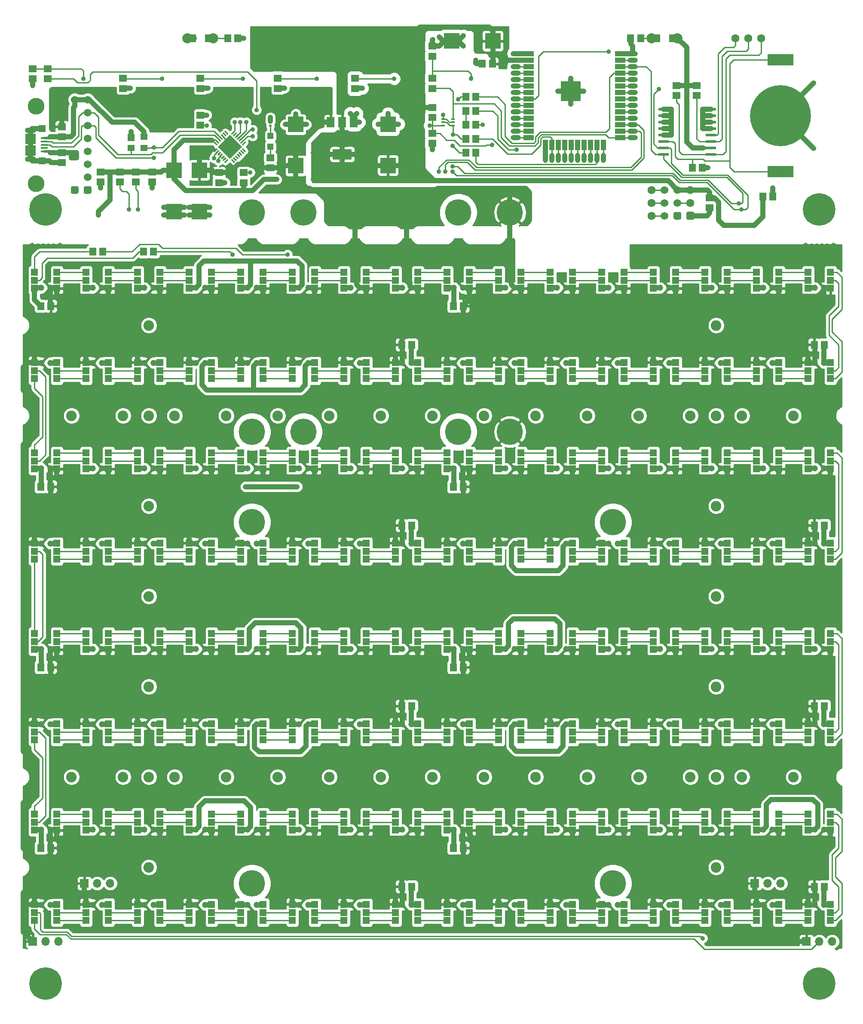
<source format=gtl>
G04 #@! TF.GenerationSoftware,KiCad,Pcbnew,5.1.5-52549c5~84~ubuntu18.04.1*
G04 #@! TF.CreationDate,2020-01-27T00:33:23+05:30*
G04 #@! TF.ProjectId,ClockIOT,436c6f63-6b49-44f5-942e-6b696361645f,rev 3*
G04 #@! TF.SameCoordinates,Original*
G04 #@! TF.FileFunction,Copper,L1,Top*
G04 #@! TF.FilePolarity,Positive*
%FSLAX46Y46*%
G04 Gerber Fmt 4.6, Leading zero omitted, Abs format (unit mm)*
G04 Created by KiCad (PCBNEW 5.1.5-52549c5~84~ubuntu18.04.1) date 2020-01-27 00:33:23*
%MOMM*%
%LPD*%
G04 APERTURE LIST*
%ADD10R,1.700000X1.700000*%
%ADD11O,1.700000X1.700000*%
%ADD12C,1.524000*%
%ADD13C,0.127000*%
%ADD14C,3.302000*%
%ADD15R,3.800000X2.000000*%
%ADD16R,1.500000X2.000000*%
%ADD17O,2.200000X1.100000*%
%ADD18R,2.000000X2.000000*%
%ADD19R,1.400000X1.400000*%
%ADD20R,1.350000X0.400000*%
%ADD21R,1.400000X1.200000*%
%ADD22R,1.550000X1.350000*%
%ADD23C,12.000000*%
%ADD24R,5.200000X2.200000*%
%ADD25R,1.350000X1.550000*%
%ADD26R,0.600000X0.400000*%
%ADD27R,1.198880X1.198880*%
%ADD28C,1.200000*%
%ADD29C,5.200000*%
%ADD30C,6.400000*%
%ADD31C,0.800000*%
%ADD32R,2.000000X1.000000*%
%ADD33R,1.000000X2.000000*%
%ADD34R,4.000000X4.000000*%
%ADD35O,2.000000X1.000000*%
%ADD36O,1.000000X2.000000*%
%ADD37C,2.082800*%
%ADD38C,1.600000*%
%ADD39R,1.300480X1.498600*%
%ADD40C,2.000000*%
%ADD41R,1.998980X0.599440*%
%ADD42R,3.048000X3.048000*%
%ADD43R,0.650000X0.400000*%
%ADD44C,0.300000*%
%ADD45C,0.900000*%
%ADD46C,1.016000*%
%ADD47C,0.254000*%
%ADD48C,0.508000*%
%ADD49C,0.250000*%
%ADD50C,0.025400*%
G04 APERTURE END LIST*
D10*
X194945000Y-220345000D03*
D11*
X197485000Y-220345000D03*
X200025000Y-220345000D03*
D10*
X52705000Y-231775000D03*
D11*
X55245000Y-231775000D03*
X57785000Y-231775000D03*
D10*
X62865000Y-220345000D03*
D11*
X65405000Y-220345000D03*
X67945000Y-220345000D03*
D10*
X205105000Y-231775000D03*
D11*
X207645000Y-231775000D03*
X210185000Y-231775000D03*
D12*
X60960000Y-66040000D03*
G04 #@! TA.AperFunction,ComponentPad*
D13*
G36*
X61378345Y-83059835D02*
G01*
X61415329Y-83065321D01*
X61451598Y-83074406D01*
X61486802Y-83087002D01*
X61520602Y-83102988D01*
X61552672Y-83122210D01*
X61582704Y-83144483D01*
X61610408Y-83169592D01*
X61635517Y-83197296D01*
X61657790Y-83227328D01*
X61677012Y-83259398D01*
X61692998Y-83293198D01*
X61705594Y-83328402D01*
X61714679Y-83364671D01*
X61720165Y-83401655D01*
X61722000Y-83439000D01*
X61722000Y-84201000D01*
X61720165Y-84238345D01*
X61714679Y-84275329D01*
X61705594Y-84311598D01*
X61692998Y-84346802D01*
X61677012Y-84380602D01*
X61657790Y-84412672D01*
X61635517Y-84442704D01*
X61610408Y-84470408D01*
X61582704Y-84495517D01*
X61552672Y-84517790D01*
X61520602Y-84537012D01*
X61486802Y-84552998D01*
X61451598Y-84565594D01*
X61415329Y-84574679D01*
X61378345Y-84580165D01*
X61341000Y-84582000D01*
X60579000Y-84582000D01*
X60541655Y-84580165D01*
X60504671Y-84574679D01*
X60468402Y-84565594D01*
X60433198Y-84552998D01*
X60399398Y-84537012D01*
X60367328Y-84517790D01*
X60337296Y-84495517D01*
X60309592Y-84470408D01*
X60284483Y-84442704D01*
X60262210Y-84412672D01*
X60242988Y-84380602D01*
X60227002Y-84346802D01*
X60214406Y-84311598D01*
X60205321Y-84275329D01*
X60199835Y-84238345D01*
X60198000Y-84201000D01*
X60198000Y-83439000D01*
X60199835Y-83401655D01*
X60205321Y-83364671D01*
X60214406Y-83328402D01*
X60227002Y-83293198D01*
X60242988Y-83259398D01*
X60262210Y-83227328D01*
X60284483Y-83197296D01*
X60309592Y-83169592D01*
X60337296Y-83144483D01*
X60367328Y-83122210D01*
X60399398Y-83102988D01*
X60433198Y-83087002D01*
X60468402Y-83074406D01*
X60504671Y-83065321D01*
X60541655Y-83059835D01*
X60579000Y-83058000D01*
X61341000Y-83058000D01*
X61378345Y-83059835D01*
G37*
G04 #@! TD.AperFunction*
G04 #@! TA.AperFunction,ComponentPad*
G36*
X63918345Y-83059835D02*
G01*
X63955329Y-83065321D01*
X63991598Y-83074406D01*
X64026802Y-83087002D01*
X64060602Y-83102988D01*
X64092672Y-83122210D01*
X64122704Y-83144483D01*
X64150408Y-83169592D01*
X64175517Y-83197296D01*
X64197790Y-83227328D01*
X64217012Y-83259398D01*
X64232998Y-83293198D01*
X64245594Y-83328402D01*
X64254679Y-83364671D01*
X64260165Y-83401655D01*
X64262000Y-83439000D01*
X64262000Y-84201000D01*
X64260165Y-84238345D01*
X64254679Y-84275329D01*
X64245594Y-84311598D01*
X64232998Y-84346802D01*
X64217012Y-84380602D01*
X64197790Y-84412672D01*
X64175517Y-84442704D01*
X64150408Y-84470408D01*
X64122704Y-84495517D01*
X64092672Y-84517790D01*
X64060602Y-84537012D01*
X64026802Y-84552998D01*
X63991598Y-84565594D01*
X63955329Y-84574679D01*
X63918345Y-84580165D01*
X63881000Y-84582000D01*
X63119000Y-84582000D01*
X63081655Y-84580165D01*
X63044671Y-84574679D01*
X63008402Y-84565594D01*
X62973198Y-84552998D01*
X62939398Y-84537012D01*
X62907328Y-84517790D01*
X62877296Y-84495517D01*
X62849592Y-84470408D01*
X62824483Y-84442704D01*
X62802210Y-84412672D01*
X62782988Y-84380602D01*
X62767002Y-84346802D01*
X62754406Y-84311598D01*
X62745321Y-84275329D01*
X62739835Y-84238345D01*
X62738000Y-84201000D01*
X62738000Y-83439000D01*
X62739835Y-83401655D01*
X62745321Y-83364671D01*
X62754406Y-83328402D01*
X62767002Y-83293198D01*
X62782988Y-83259398D01*
X62802210Y-83227328D01*
X62824483Y-83197296D01*
X62849592Y-83169592D01*
X62877296Y-83144483D01*
X62907328Y-83122210D01*
X62939398Y-83102988D01*
X62973198Y-83087002D01*
X63008402Y-83074406D01*
X63044671Y-83065321D01*
X63081655Y-83059835D01*
X63119000Y-83058000D01*
X63881000Y-83058000D01*
X63918345Y-83059835D01*
G37*
G04 #@! TD.AperFunction*
D12*
X63500000Y-81280000D03*
X63500000Y-78740000D03*
X63500000Y-66040000D03*
X63500000Y-68580000D03*
X63500000Y-71120000D03*
X63500000Y-73660000D03*
X63500000Y-76200000D03*
D14*
X53340000Y-82550000D03*
X53340000Y-67310000D03*
D15*
X113665000Y-76810000D03*
D16*
X113665000Y-70510000D03*
X111365000Y-70510000D03*
X115965000Y-70510000D03*
D17*
X52250000Y-77765000D03*
X52250000Y-72095000D03*
D18*
X52250000Y-73780000D03*
D19*
X54500000Y-78130000D03*
D20*
X54925000Y-74930000D03*
X54925000Y-75580000D03*
X54925000Y-76230000D03*
X54925000Y-73630000D03*
X54925000Y-74280000D03*
D19*
X54500000Y-71730000D03*
D18*
X52250000Y-76080000D03*
D21*
X74630000Y-73400000D03*
X74630000Y-75600000D03*
X72030000Y-75600000D03*
D19*
X72030000Y-73500000D03*
D22*
X66040000Y-82280000D03*
X66040000Y-80280000D03*
X89408000Y-80407000D03*
X89408000Y-82407000D03*
D23*
X200025000Y-69215000D03*
D24*
X200025000Y-80215000D03*
X200025000Y-58215000D03*
D25*
X127365000Y-185420000D03*
X125365000Y-185420000D03*
X208645000Y-149860000D03*
X206645000Y-149860000D03*
X127365000Y-149860000D03*
X125365000Y-149860000D03*
D22*
X76200000Y-80280000D03*
X76200000Y-82280000D03*
D25*
X182600000Y-79500000D03*
X184600000Y-79500000D03*
X143250000Y-59000000D03*
X141250000Y-59000000D03*
D22*
X131445000Y-55515000D03*
X131445000Y-57515000D03*
X52705000Y-59960000D03*
X52705000Y-61960000D03*
X186055000Y-85360000D03*
X186055000Y-87360000D03*
D25*
X198485000Y-85090000D03*
X196485000Y-85090000D03*
D22*
X131445000Y-72660000D03*
X131445000Y-74660000D03*
D25*
X56245000Y-177800000D03*
X54245000Y-177800000D03*
X137525000Y-142240000D03*
X135525000Y-142240000D03*
X56245000Y-106680000D03*
X54245000Y-106680000D03*
X137525000Y-106680000D03*
X135525000Y-106680000D03*
X208645000Y-114300000D03*
X206645000Y-114300000D03*
X127365000Y-114300000D03*
X125365000Y-114300000D03*
X56245000Y-142240000D03*
X54245000Y-142240000D03*
X137525000Y-177800000D03*
X135525000Y-177800000D03*
X208645000Y-185420000D03*
X206645000Y-185420000D03*
X56245000Y-213360000D03*
X54245000Y-213360000D03*
X137525000Y-213360000D03*
X135525000Y-213360000D03*
X208645000Y-220980000D03*
X206645000Y-220980000D03*
X127365000Y-220980000D03*
X125365000Y-220980000D03*
D22*
X69850000Y-80280000D03*
X69850000Y-82280000D03*
X58420000Y-76470000D03*
X58420000Y-78470000D03*
X70485000Y-61865000D03*
X70485000Y-63865000D03*
X85725000Y-61865000D03*
X85725000Y-63865000D03*
X100965000Y-61865000D03*
X100965000Y-63865000D03*
X116205000Y-61865000D03*
X116205000Y-63865000D03*
D25*
X140000000Y-68250000D03*
X138000000Y-68250000D03*
X140000000Y-71000000D03*
X138000000Y-71000000D03*
X140000000Y-73750000D03*
X138000000Y-73750000D03*
X140000000Y-76500000D03*
X138000000Y-76500000D03*
D22*
X131445000Y-61865000D03*
X131445000Y-63865000D03*
X55626000Y-59960000D03*
X55626000Y-61960000D03*
X99500000Y-77500000D03*
X99500000Y-79500000D03*
X131445000Y-67580000D03*
X131445000Y-69580000D03*
X73025000Y-80280000D03*
X73025000Y-82280000D03*
X179500000Y-63250000D03*
X179500000Y-65250000D03*
X183500000Y-63250000D03*
X183500000Y-65250000D03*
D25*
X140000000Y-65500000D03*
X138000000Y-65500000D03*
X66500000Y-96000000D03*
X64500000Y-96000000D03*
X76500000Y-96000000D03*
X74500000Y-96000000D03*
X93075000Y-53975000D03*
X91075000Y-53975000D03*
X172450000Y-53975000D03*
X170450000Y-53975000D03*
D22*
X58420000Y-71390000D03*
X58420000Y-73390000D03*
D26*
X99500000Y-71200000D03*
X99500000Y-70300000D03*
D27*
X99500000Y-73200980D03*
X99500000Y-75299020D03*
D19*
X108245000Y-224460000D03*
X103845000Y-224460000D03*
X103845000Y-226060000D03*
X108245000Y-226060000D03*
X108245000Y-227660000D03*
X103845000Y-227660000D03*
D28*
X106945000Y-224560000D03*
X105145000Y-224560000D03*
D29*
X95885000Y-220345000D03*
X167005000Y-220345000D03*
X167005000Y-149225000D03*
X95885000Y-149225000D03*
D30*
X55245000Y-87630000D03*
D31*
X57645000Y-87630000D03*
X56942056Y-89327056D03*
X55245000Y-90030000D03*
X53547944Y-89327056D03*
X52845000Y-87630000D03*
X53547944Y-85932944D03*
X55245000Y-85230000D03*
X56942056Y-85932944D03*
D30*
X207645000Y-87630000D03*
D31*
X210045000Y-87630000D03*
X209342056Y-89327056D03*
X207645000Y-90030000D03*
X205947944Y-89327056D03*
X205245000Y-87630000D03*
X205947944Y-85932944D03*
X207645000Y-85230000D03*
X209342056Y-85932944D03*
D30*
X55245000Y-240030000D03*
D31*
X57645000Y-240030000D03*
X56942056Y-241727056D03*
X55245000Y-242430000D03*
X53547944Y-241727056D03*
X52845000Y-240030000D03*
X53547944Y-238332944D03*
X55245000Y-237630000D03*
X56942056Y-238332944D03*
D30*
X207645000Y-240030000D03*
D31*
X210045000Y-240030000D03*
X209342056Y-241727056D03*
X207645000Y-242430000D03*
X205947944Y-241727056D03*
X205245000Y-240030000D03*
X205947944Y-238332944D03*
X207645000Y-237630000D03*
X209342056Y-238332944D03*
D32*
X150385000Y-56980000D03*
X150385000Y-58250000D03*
X150385000Y-59520000D03*
X150385000Y-60790000D03*
X150385000Y-62060000D03*
X150385000Y-63330000D03*
X150385000Y-64600000D03*
X150385000Y-65870000D03*
X150385000Y-67140000D03*
X150385000Y-68410000D03*
X150385000Y-69680000D03*
X150385000Y-70950000D03*
X150385000Y-72220000D03*
X150385000Y-73490000D03*
D33*
X153670000Y-74980000D03*
X154940000Y-74980000D03*
X156210000Y-74980000D03*
X157480000Y-74980000D03*
X158750000Y-74980000D03*
X160020000Y-74980000D03*
X161290000Y-74980000D03*
X162560000Y-74980000D03*
X163830000Y-74980000D03*
X165100000Y-74980000D03*
D32*
X168385000Y-73490000D03*
X168385000Y-72220000D03*
X168385000Y-70950000D03*
X168385000Y-69680000D03*
X168385000Y-68410000D03*
X168385000Y-67140000D03*
X168385000Y-65870000D03*
X168385000Y-64600000D03*
X168385000Y-63330000D03*
X168385000Y-62060000D03*
X168385000Y-60790000D03*
X168385000Y-59520000D03*
X168385000Y-58250000D03*
X168385000Y-56980000D03*
D34*
X158685000Y-64380000D03*
D35*
X147885000Y-56980000D03*
X147885000Y-58250000D03*
X147885000Y-59520000D03*
X147885000Y-60790000D03*
X147885000Y-62060000D03*
X147885000Y-63330000D03*
X147885000Y-64600000D03*
X147885000Y-65870000D03*
X147885000Y-67140000D03*
X147885000Y-68410000D03*
X147885000Y-69680000D03*
X147885000Y-70950000D03*
X147885000Y-72220000D03*
X147885000Y-73490000D03*
X170885000Y-58250000D03*
X170885000Y-67140000D03*
X170885000Y-68410000D03*
X170885000Y-60790000D03*
X170885000Y-56980000D03*
X170885000Y-69680000D03*
X170885000Y-63330000D03*
X170885000Y-73490000D03*
X170885000Y-72220000D03*
X170885000Y-65870000D03*
X170885000Y-64600000D03*
X170885000Y-62060000D03*
X170885000Y-70950000D03*
X170885000Y-59520000D03*
D36*
X153670000Y-77480000D03*
X154940000Y-77480000D03*
X156210000Y-77480000D03*
X157480000Y-77480000D03*
X158750000Y-77480000D03*
X161290000Y-77480000D03*
X162560000Y-77480000D03*
X163830000Y-77480000D03*
X165100000Y-77480000D03*
X160020000Y-77480000D03*
D37*
X187325000Y-217170000D03*
X187325000Y-199390000D03*
X187325000Y-181610000D03*
X187325000Y-163830000D03*
X187325000Y-146050000D03*
X187325000Y-128270000D03*
X187325000Y-110490000D03*
X75565000Y-217170000D03*
X75565000Y-199390000D03*
X75565000Y-181610000D03*
X75565000Y-163830000D03*
X75565000Y-146050000D03*
X75565000Y-128270000D03*
X75565000Y-110490000D03*
X202565000Y-199390000D03*
X192405000Y-199390000D03*
X182245000Y-199390000D03*
X172085000Y-199390000D03*
X161925000Y-199390000D03*
X151765000Y-199390000D03*
X141605000Y-199390000D03*
X131445000Y-199390000D03*
X121285000Y-199390000D03*
X111125000Y-199390000D03*
X100965000Y-199390000D03*
X90805000Y-199390000D03*
X80645000Y-199390000D03*
X70485000Y-199390000D03*
X60325000Y-199390000D03*
X202565000Y-128270000D03*
X192405000Y-128270000D03*
X182245000Y-128270000D03*
X172085000Y-128270000D03*
X161925000Y-128270000D03*
X151765000Y-128270000D03*
X141605000Y-128270000D03*
X131445000Y-128270000D03*
X121285000Y-128270000D03*
X111125000Y-128270000D03*
X100965000Y-128270000D03*
X90805000Y-128270000D03*
X80645000Y-128270000D03*
X70485000Y-128270000D03*
X60325000Y-128270000D03*
D12*
X177165000Y-88900000D03*
G04 #@! TA.AperFunction,ComponentPad*
D13*
G36*
X180123345Y-88139835D02*
G01*
X180160329Y-88145321D01*
X180196598Y-88154406D01*
X180231802Y-88167002D01*
X180265602Y-88182988D01*
X180297672Y-88202210D01*
X180327704Y-88224483D01*
X180355408Y-88249592D01*
X180380517Y-88277296D01*
X180402790Y-88307328D01*
X180422012Y-88339398D01*
X180437998Y-88373198D01*
X180450594Y-88408402D01*
X180459679Y-88444671D01*
X180465165Y-88481655D01*
X180467000Y-88519000D01*
X180467000Y-89281000D01*
X180465165Y-89318345D01*
X180459679Y-89355329D01*
X180450594Y-89391598D01*
X180437998Y-89426802D01*
X180422012Y-89460602D01*
X180402790Y-89492672D01*
X180380517Y-89522704D01*
X180355408Y-89550408D01*
X180327704Y-89575517D01*
X180297672Y-89597790D01*
X180265602Y-89617012D01*
X180231802Y-89632998D01*
X180196598Y-89645594D01*
X180160329Y-89654679D01*
X180123345Y-89660165D01*
X180086000Y-89662000D01*
X179324000Y-89662000D01*
X179286655Y-89660165D01*
X179249671Y-89654679D01*
X179213402Y-89645594D01*
X179178198Y-89632998D01*
X179144398Y-89617012D01*
X179112328Y-89597790D01*
X179082296Y-89575517D01*
X179054592Y-89550408D01*
X179029483Y-89522704D01*
X179007210Y-89492672D01*
X178987988Y-89460602D01*
X178972002Y-89426802D01*
X178959406Y-89391598D01*
X178950321Y-89355329D01*
X178944835Y-89318345D01*
X178943000Y-89281000D01*
X178943000Y-88519000D01*
X178944835Y-88481655D01*
X178950321Y-88444671D01*
X178959406Y-88408402D01*
X178972002Y-88373198D01*
X178987988Y-88339398D01*
X179007210Y-88307328D01*
X179029483Y-88277296D01*
X179054592Y-88249592D01*
X179082296Y-88224483D01*
X179112328Y-88202210D01*
X179144398Y-88182988D01*
X179178198Y-88167002D01*
X179213402Y-88154406D01*
X179249671Y-88145321D01*
X179286655Y-88139835D01*
X179324000Y-88138000D01*
X180086000Y-88138000D01*
X180123345Y-88139835D01*
G37*
G04 #@! TD.AperFunction*
D12*
X177165000Y-86360000D03*
X179705000Y-86360000D03*
X177165000Y-83820000D03*
X179705000Y-83820000D03*
D29*
X136525000Y-88265000D03*
X146685000Y-88265000D03*
X106045000Y-88265000D03*
X95885000Y-88265000D03*
X95885000Y-131445000D03*
X106045000Y-131445000D03*
X146685000Y-131445000D03*
X136525000Y-131445000D03*
D38*
X191135000Y-53975000D03*
G04 #@! TA.AperFunction,ComponentPad*
D13*
G36*
X182684207Y-88101926D02*
G01*
X182723036Y-88107686D01*
X182761114Y-88117224D01*
X182798073Y-88130448D01*
X182833559Y-88147231D01*
X182867228Y-88167412D01*
X182898757Y-88190796D01*
X182927843Y-88217157D01*
X182954204Y-88246243D01*
X182977588Y-88277772D01*
X182997769Y-88311441D01*
X183014552Y-88346927D01*
X183027776Y-88383886D01*
X183037314Y-88421964D01*
X183043074Y-88460793D01*
X183045000Y-88500000D01*
X183045000Y-89300000D01*
X183043074Y-89339207D01*
X183037314Y-89378036D01*
X183027776Y-89416114D01*
X183014552Y-89453073D01*
X182997769Y-89488559D01*
X182977588Y-89522228D01*
X182954204Y-89553757D01*
X182927843Y-89582843D01*
X182898757Y-89609204D01*
X182867228Y-89632588D01*
X182833559Y-89652769D01*
X182798073Y-89669552D01*
X182761114Y-89682776D01*
X182723036Y-89692314D01*
X182684207Y-89698074D01*
X182645000Y-89700000D01*
X181845000Y-89700000D01*
X181805793Y-89698074D01*
X181766964Y-89692314D01*
X181728886Y-89682776D01*
X181691927Y-89669552D01*
X181656441Y-89652769D01*
X181622772Y-89632588D01*
X181591243Y-89609204D01*
X181562157Y-89582843D01*
X181535796Y-89553757D01*
X181512412Y-89522228D01*
X181492231Y-89488559D01*
X181475448Y-89453073D01*
X181462224Y-89416114D01*
X181452686Y-89378036D01*
X181446926Y-89339207D01*
X181445000Y-89300000D01*
X181445000Y-88500000D01*
X181446926Y-88460793D01*
X181452686Y-88421964D01*
X181462224Y-88383886D01*
X181475448Y-88346927D01*
X181492231Y-88311441D01*
X181512412Y-88277772D01*
X181535796Y-88246243D01*
X181562157Y-88217157D01*
X181591243Y-88190796D01*
X181622772Y-88167412D01*
X181656441Y-88147231D01*
X181691927Y-88130448D01*
X181728886Y-88117224D01*
X181766964Y-88107686D01*
X181805793Y-88101926D01*
X181845000Y-88100000D01*
X182645000Y-88100000D01*
X182684207Y-88101926D01*
G37*
G04 #@! TD.AperFunction*
D38*
X174625000Y-88900000D03*
X182245000Y-86360000D03*
X174625000Y-86360000D03*
X182245000Y-83820000D03*
X174625000Y-83820000D03*
X196215000Y-53975000D03*
X193675000Y-53975000D03*
D39*
X84225000Y-53975000D03*
X87225000Y-53975000D03*
D40*
X88265000Y-53975000D03*
X83185000Y-53975000D03*
D39*
X178665000Y-53975000D03*
X175665000Y-53975000D03*
D40*
X174625000Y-53975000D03*
X179705000Y-53975000D03*
D41*
X176959260Y-76835000D03*
X176959260Y-75565000D03*
X176959260Y-74295000D03*
X176959260Y-73025000D03*
X176959260Y-71755000D03*
X176959260Y-70485000D03*
X176959260Y-69215000D03*
X176959260Y-67945000D03*
X186260740Y-67945000D03*
X186260740Y-69215000D03*
X186260740Y-70485000D03*
X186260740Y-71755000D03*
X186260740Y-73025000D03*
X186260740Y-74295000D03*
X186260740Y-75565000D03*
X186260740Y-76835000D03*
D42*
X104500000Y-70936000D03*
X104500000Y-79064000D03*
X135186000Y-54500000D03*
X143314000Y-54500000D03*
X122682000Y-70866000D03*
X122682000Y-78994000D03*
X85524000Y-88064000D03*
X85524000Y-79936000D03*
X80524000Y-88064000D03*
X80524000Y-79936000D03*
D19*
X67605000Y-224460000D03*
X63205000Y-224460000D03*
X63205000Y-226060000D03*
X67605000Y-226060000D03*
X67605000Y-227660000D03*
X63205000Y-227660000D03*
D28*
X66305000Y-224560000D03*
X64505000Y-224560000D03*
D19*
X199685000Y-117780000D03*
X195285000Y-117780000D03*
X195285000Y-119380000D03*
X199685000Y-119380000D03*
X199685000Y-120980000D03*
X195285000Y-120980000D03*
D28*
X198385000Y-117880000D03*
X196585000Y-117880000D03*
D19*
X53045000Y-103200000D03*
X57445000Y-103200000D03*
X57445000Y-101600000D03*
X53045000Y-101600000D03*
X53045000Y-100000000D03*
X57445000Y-100000000D03*
D28*
X54345000Y-103100000D03*
X56145000Y-103100000D03*
D19*
X73365000Y-103200000D03*
X77765000Y-103200000D03*
X77765000Y-101600000D03*
X73365000Y-101600000D03*
X73365000Y-100000000D03*
X77765000Y-100000000D03*
D28*
X74665000Y-103100000D03*
X76465000Y-103100000D03*
D19*
X83525000Y-103200000D03*
X87925000Y-103200000D03*
X87925000Y-101600000D03*
X83525000Y-101600000D03*
X83525000Y-100000000D03*
X87925000Y-100000000D03*
D28*
X84825000Y-103100000D03*
X86625000Y-103100000D03*
D19*
X93685000Y-103200000D03*
X98085000Y-103200000D03*
X98085000Y-101600000D03*
X93685000Y-101600000D03*
X93685000Y-100000000D03*
X98085000Y-100000000D03*
D28*
X94985000Y-103100000D03*
X96785000Y-103100000D03*
D19*
X103845000Y-103200000D03*
X108245000Y-103200000D03*
X108245000Y-101600000D03*
X103845000Y-101600000D03*
X103845000Y-100000000D03*
X108245000Y-100000000D03*
D28*
X105145000Y-103100000D03*
X106945000Y-103100000D03*
D19*
X114005000Y-103200000D03*
X118405000Y-103200000D03*
X118405000Y-101600000D03*
X114005000Y-101600000D03*
X114005000Y-100000000D03*
X118405000Y-100000000D03*
D28*
X115305000Y-103100000D03*
X117105000Y-103100000D03*
D19*
X124165000Y-103200000D03*
X128565000Y-103200000D03*
X128565000Y-101600000D03*
X124165000Y-101600000D03*
X124165000Y-100000000D03*
X128565000Y-100000000D03*
D28*
X125465000Y-103100000D03*
X127265000Y-103100000D03*
D19*
X134325000Y-103200000D03*
X138725000Y-103200000D03*
X138725000Y-101600000D03*
X134325000Y-101600000D03*
X134325000Y-100000000D03*
X138725000Y-100000000D03*
D28*
X135625000Y-103100000D03*
X137425000Y-103100000D03*
D19*
X144485000Y-103200000D03*
X148885000Y-103200000D03*
X148885000Y-101600000D03*
X144485000Y-101600000D03*
X144485000Y-100000000D03*
X148885000Y-100000000D03*
D28*
X145785000Y-103100000D03*
X147585000Y-103100000D03*
D19*
X154645000Y-103200000D03*
X159045000Y-103200000D03*
X159045000Y-101600000D03*
X154645000Y-101600000D03*
X154645000Y-100000000D03*
X159045000Y-100000000D03*
D28*
X155945000Y-103100000D03*
X157745000Y-103100000D03*
D19*
X164805000Y-103200000D03*
X169205000Y-103200000D03*
X169205000Y-101600000D03*
X164805000Y-101600000D03*
X164805000Y-100000000D03*
X169205000Y-100000000D03*
D28*
X166105000Y-103100000D03*
X167905000Y-103100000D03*
D19*
X174965000Y-103200000D03*
X179365000Y-103200000D03*
X179365000Y-101600000D03*
X174965000Y-101600000D03*
X174965000Y-100000000D03*
X179365000Y-100000000D03*
D28*
X176265000Y-103100000D03*
X178065000Y-103100000D03*
D19*
X185125000Y-103200000D03*
X189525000Y-103200000D03*
X189525000Y-101600000D03*
X185125000Y-101600000D03*
X185125000Y-100000000D03*
X189525000Y-100000000D03*
D28*
X186425000Y-103100000D03*
X188225000Y-103100000D03*
D19*
X195285000Y-103200000D03*
X199685000Y-103200000D03*
X199685000Y-101600000D03*
X195285000Y-101600000D03*
X195285000Y-100000000D03*
X199685000Y-100000000D03*
D28*
X196585000Y-103100000D03*
X198385000Y-103100000D03*
D19*
X205445000Y-103200000D03*
X209845000Y-103200000D03*
X209845000Y-101600000D03*
X205445000Y-101600000D03*
X205445000Y-100000000D03*
X209845000Y-100000000D03*
D28*
X206745000Y-103100000D03*
X208545000Y-103100000D03*
D19*
X209845000Y-117780000D03*
X205445000Y-117780000D03*
X205445000Y-119380000D03*
X209845000Y-119380000D03*
X209845000Y-120980000D03*
X205445000Y-120980000D03*
D28*
X208545000Y-117880000D03*
X206745000Y-117880000D03*
D19*
X189525000Y-117780000D03*
X185125000Y-117780000D03*
X185125000Y-119380000D03*
X189525000Y-119380000D03*
X189525000Y-120980000D03*
X185125000Y-120980000D03*
D28*
X188225000Y-117880000D03*
X186425000Y-117880000D03*
D19*
X179365000Y-117780000D03*
X174965000Y-117780000D03*
X174965000Y-119380000D03*
X179365000Y-119380000D03*
X179365000Y-120980000D03*
X174965000Y-120980000D03*
D28*
X178065000Y-117880000D03*
X176265000Y-117880000D03*
D19*
X169205000Y-117780000D03*
X164805000Y-117780000D03*
X164805000Y-119380000D03*
X169205000Y-119380000D03*
X169205000Y-120980000D03*
X164805000Y-120980000D03*
D28*
X167905000Y-117880000D03*
X166105000Y-117880000D03*
D19*
X159045000Y-117780000D03*
X154645000Y-117780000D03*
X154645000Y-119380000D03*
X159045000Y-119380000D03*
X159045000Y-120980000D03*
X154645000Y-120980000D03*
D28*
X157745000Y-117880000D03*
X155945000Y-117880000D03*
D19*
X148885000Y-117780000D03*
X144485000Y-117780000D03*
X144485000Y-119380000D03*
X148885000Y-119380000D03*
X148885000Y-120980000D03*
X144485000Y-120980000D03*
D28*
X147585000Y-117880000D03*
X145785000Y-117880000D03*
D19*
X138725000Y-117780000D03*
X134325000Y-117780000D03*
X134325000Y-119380000D03*
X138725000Y-119380000D03*
X138725000Y-120980000D03*
X134325000Y-120980000D03*
D28*
X137425000Y-117880000D03*
X135625000Y-117880000D03*
D19*
X128565000Y-117780000D03*
X124165000Y-117780000D03*
X124165000Y-119380000D03*
X128565000Y-119380000D03*
X128565000Y-120980000D03*
X124165000Y-120980000D03*
D28*
X127265000Y-117880000D03*
X125465000Y-117880000D03*
D19*
X118405000Y-117780000D03*
X114005000Y-117780000D03*
X114005000Y-119380000D03*
X118405000Y-119380000D03*
X118405000Y-120980000D03*
X114005000Y-120980000D03*
D28*
X117105000Y-117880000D03*
X115305000Y-117880000D03*
D19*
X108245000Y-117780000D03*
X103845000Y-117780000D03*
X103845000Y-119380000D03*
X108245000Y-119380000D03*
X108245000Y-120980000D03*
X103845000Y-120980000D03*
D28*
X106945000Y-117880000D03*
X105145000Y-117880000D03*
D19*
X98085000Y-117780000D03*
X93685000Y-117780000D03*
X93685000Y-119380000D03*
X98085000Y-119380000D03*
X98085000Y-120980000D03*
X93685000Y-120980000D03*
D28*
X96785000Y-117880000D03*
X94985000Y-117880000D03*
D19*
X87925000Y-117780000D03*
X83525000Y-117780000D03*
X83525000Y-119380000D03*
X87925000Y-119380000D03*
X87925000Y-120980000D03*
X83525000Y-120980000D03*
D28*
X86625000Y-117880000D03*
X84825000Y-117880000D03*
D19*
X77765000Y-117780000D03*
X73365000Y-117780000D03*
X73365000Y-119380000D03*
X77765000Y-119380000D03*
X77765000Y-120980000D03*
X73365000Y-120980000D03*
D28*
X76465000Y-117880000D03*
X74665000Y-117880000D03*
D19*
X67605000Y-117780000D03*
X63205000Y-117780000D03*
X63205000Y-119380000D03*
X67605000Y-119380000D03*
X67605000Y-120980000D03*
X63205000Y-120980000D03*
D28*
X66305000Y-117880000D03*
X64505000Y-117880000D03*
D19*
X57445000Y-117780000D03*
X53045000Y-117780000D03*
X53045000Y-119380000D03*
X57445000Y-119380000D03*
X57445000Y-120980000D03*
X53045000Y-120980000D03*
D28*
X56145000Y-117880000D03*
X54345000Y-117880000D03*
D19*
X53045000Y-138760000D03*
X57445000Y-138760000D03*
X57445000Y-137160000D03*
X53045000Y-137160000D03*
X53045000Y-135560000D03*
X57445000Y-135560000D03*
D28*
X54345000Y-138660000D03*
X56145000Y-138660000D03*
D19*
X63205000Y-138760000D03*
X67605000Y-138760000D03*
X67605000Y-137160000D03*
X63205000Y-137160000D03*
X63205000Y-135560000D03*
X67605000Y-135560000D03*
D28*
X64505000Y-138660000D03*
X66305000Y-138660000D03*
D19*
X73365000Y-138760000D03*
X77765000Y-138760000D03*
X77765000Y-137160000D03*
X73365000Y-137160000D03*
X73365000Y-135560000D03*
X77765000Y-135560000D03*
D28*
X74665000Y-138660000D03*
X76465000Y-138660000D03*
D19*
X83525000Y-138760000D03*
X87925000Y-138760000D03*
X87925000Y-137160000D03*
X83525000Y-137160000D03*
X83525000Y-135560000D03*
X87925000Y-135560000D03*
D28*
X84825000Y-138660000D03*
X86625000Y-138660000D03*
D19*
X93685000Y-138760000D03*
X98085000Y-138760000D03*
X98085000Y-137160000D03*
X93685000Y-137160000D03*
X93685000Y-135560000D03*
X98085000Y-135560000D03*
D28*
X94985000Y-138660000D03*
X96785000Y-138660000D03*
D19*
X103845000Y-138760000D03*
X108245000Y-138760000D03*
X108245000Y-137160000D03*
X103845000Y-137160000D03*
X103845000Y-135560000D03*
X108245000Y-135560000D03*
D28*
X105145000Y-138660000D03*
X106945000Y-138660000D03*
D19*
X114005000Y-138760000D03*
X118405000Y-138760000D03*
X118405000Y-137160000D03*
X114005000Y-137160000D03*
X114005000Y-135560000D03*
X118405000Y-135560000D03*
D28*
X115305000Y-138660000D03*
X117105000Y-138660000D03*
D19*
X124165000Y-138760000D03*
X128565000Y-138760000D03*
X128565000Y-137160000D03*
X124165000Y-137160000D03*
X124165000Y-135560000D03*
X128565000Y-135560000D03*
D28*
X125465000Y-138660000D03*
X127265000Y-138660000D03*
D19*
X134325000Y-138760000D03*
X138725000Y-138760000D03*
X138725000Y-137160000D03*
X134325000Y-137160000D03*
X134325000Y-135560000D03*
X138725000Y-135560000D03*
D28*
X135625000Y-138660000D03*
X137425000Y-138660000D03*
D19*
X144485000Y-138760000D03*
X148885000Y-138760000D03*
X148885000Y-137160000D03*
X144485000Y-137160000D03*
X144485000Y-135560000D03*
X148885000Y-135560000D03*
D28*
X145785000Y-138660000D03*
X147585000Y-138660000D03*
D19*
X154645000Y-138760000D03*
X159045000Y-138760000D03*
X159045000Y-137160000D03*
X154645000Y-137160000D03*
X154645000Y-135560000D03*
X159045000Y-135560000D03*
D28*
X155945000Y-138660000D03*
X157745000Y-138660000D03*
D19*
X164805000Y-138760000D03*
X169205000Y-138760000D03*
X169205000Y-137160000D03*
X164805000Y-137160000D03*
X164805000Y-135560000D03*
X169205000Y-135560000D03*
D28*
X166105000Y-138660000D03*
X167905000Y-138660000D03*
D19*
X174965000Y-138760000D03*
X179365000Y-138760000D03*
X179365000Y-137160000D03*
X174965000Y-137160000D03*
X174965000Y-135560000D03*
X179365000Y-135560000D03*
D28*
X176265000Y-138660000D03*
X178065000Y-138660000D03*
D19*
X185125000Y-138760000D03*
X189525000Y-138760000D03*
X189525000Y-137160000D03*
X185125000Y-137160000D03*
X185125000Y-135560000D03*
X189525000Y-135560000D03*
D28*
X186425000Y-138660000D03*
X188225000Y-138660000D03*
D19*
X195285000Y-138760000D03*
X199685000Y-138760000D03*
X199685000Y-137160000D03*
X195285000Y-137160000D03*
X195285000Y-135560000D03*
X199685000Y-135560000D03*
D28*
X196585000Y-138660000D03*
X198385000Y-138660000D03*
D19*
X205445000Y-138760000D03*
X209845000Y-138760000D03*
X209845000Y-137160000D03*
X205445000Y-137160000D03*
X205445000Y-135560000D03*
X209845000Y-135560000D03*
D28*
X206745000Y-138660000D03*
X208545000Y-138660000D03*
D19*
X209845000Y-153340000D03*
X205445000Y-153340000D03*
X205445000Y-154940000D03*
X209845000Y-154940000D03*
X209845000Y-156540000D03*
X205445000Y-156540000D03*
D28*
X208545000Y-153440000D03*
X206745000Y-153440000D03*
D19*
X199685000Y-153340000D03*
X195285000Y-153340000D03*
X195285000Y-154940000D03*
X199685000Y-154940000D03*
X199685000Y-156540000D03*
X195285000Y-156540000D03*
D28*
X198385000Y-153440000D03*
X196585000Y-153440000D03*
D19*
X189525000Y-153340000D03*
X185125000Y-153340000D03*
X185125000Y-154940000D03*
X189525000Y-154940000D03*
X189525000Y-156540000D03*
X185125000Y-156540000D03*
D28*
X188225000Y-153440000D03*
X186425000Y-153440000D03*
D19*
X179365000Y-153340000D03*
X174965000Y-153340000D03*
X174965000Y-154940000D03*
X179365000Y-154940000D03*
X179365000Y-156540000D03*
X174965000Y-156540000D03*
D28*
X178065000Y-153440000D03*
X176265000Y-153440000D03*
D19*
X169205000Y-153340000D03*
X164805000Y-153340000D03*
X164805000Y-154940000D03*
X169205000Y-154940000D03*
X169205000Y-156540000D03*
X164805000Y-156540000D03*
D28*
X167905000Y-153440000D03*
X166105000Y-153440000D03*
D19*
X159045000Y-153340000D03*
X154645000Y-153340000D03*
X154645000Y-154940000D03*
X159045000Y-154940000D03*
X159045000Y-156540000D03*
X154645000Y-156540000D03*
D28*
X157745000Y-153440000D03*
X155945000Y-153440000D03*
D19*
X148885000Y-153340000D03*
X144485000Y-153340000D03*
X144485000Y-154940000D03*
X148885000Y-154940000D03*
X148885000Y-156540000D03*
X144485000Y-156540000D03*
D28*
X147585000Y-153440000D03*
X145785000Y-153440000D03*
D19*
X138725000Y-153340000D03*
X134325000Y-153340000D03*
X134325000Y-154940000D03*
X138725000Y-154940000D03*
X138725000Y-156540000D03*
X134325000Y-156540000D03*
D28*
X137425000Y-153440000D03*
X135625000Y-153440000D03*
D19*
X128565000Y-153340000D03*
X124165000Y-153340000D03*
X124165000Y-154940000D03*
X128565000Y-154940000D03*
X128565000Y-156540000D03*
X124165000Y-156540000D03*
D28*
X127265000Y-153440000D03*
X125465000Y-153440000D03*
D19*
X118405000Y-153340000D03*
X114005000Y-153340000D03*
X114005000Y-154940000D03*
X118405000Y-154940000D03*
X118405000Y-156540000D03*
X114005000Y-156540000D03*
D28*
X117105000Y-153440000D03*
X115305000Y-153440000D03*
D19*
X108245000Y-153340000D03*
X103845000Y-153340000D03*
X103845000Y-154940000D03*
X108245000Y-154940000D03*
X108245000Y-156540000D03*
X103845000Y-156540000D03*
D28*
X106945000Y-153440000D03*
X105145000Y-153440000D03*
D19*
X98085000Y-153340000D03*
X93685000Y-153340000D03*
X93685000Y-154940000D03*
X98085000Y-154940000D03*
X98085000Y-156540000D03*
X93685000Y-156540000D03*
D28*
X96785000Y-153440000D03*
X94985000Y-153440000D03*
D19*
X87925000Y-153340000D03*
X83525000Y-153340000D03*
X83525000Y-154940000D03*
X87925000Y-154940000D03*
X87925000Y-156540000D03*
X83525000Y-156540000D03*
D28*
X86625000Y-153440000D03*
X84825000Y-153440000D03*
D19*
X77765000Y-153340000D03*
X73365000Y-153340000D03*
X73365000Y-154940000D03*
X77765000Y-154940000D03*
X77765000Y-156540000D03*
X73365000Y-156540000D03*
D28*
X76465000Y-153440000D03*
X74665000Y-153440000D03*
D19*
X67605000Y-153340000D03*
X63205000Y-153340000D03*
X63205000Y-154940000D03*
X67605000Y-154940000D03*
X67605000Y-156540000D03*
X63205000Y-156540000D03*
D28*
X66305000Y-153440000D03*
X64505000Y-153440000D03*
D19*
X57445000Y-153340000D03*
X53045000Y-153340000D03*
X53045000Y-154940000D03*
X57445000Y-154940000D03*
X57445000Y-156540000D03*
X53045000Y-156540000D03*
D28*
X56145000Y-153440000D03*
X54345000Y-153440000D03*
D19*
X53045000Y-174320000D03*
X57445000Y-174320000D03*
X57445000Y-172720000D03*
X53045000Y-172720000D03*
X53045000Y-171120000D03*
X57445000Y-171120000D03*
D28*
X54345000Y-174220000D03*
X56145000Y-174220000D03*
D19*
X63205000Y-174320000D03*
X67605000Y-174320000D03*
X67605000Y-172720000D03*
X63205000Y-172720000D03*
X63205000Y-171120000D03*
X67605000Y-171120000D03*
D28*
X64505000Y-174220000D03*
X66305000Y-174220000D03*
D19*
X73365000Y-174320000D03*
X77765000Y-174320000D03*
X77765000Y-172720000D03*
X73365000Y-172720000D03*
X73365000Y-171120000D03*
X77765000Y-171120000D03*
D28*
X74665000Y-174220000D03*
X76465000Y-174220000D03*
D19*
X83525000Y-174320000D03*
X87925000Y-174320000D03*
X87925000Y-172720000D03*
X83525000Y-172720000D03*
X83525000Y-171120000D03*
X87925000Y-171120000D03*
D28*
X84825000Y-174220000D03*
X86625000Y-174220000D03*
D19*
X93685000Y-174320000D03*
X98085000Y-174320000D03*
X98085000Y-172720000D03*
X93685000Y-172720000D03*
X93685000Y-171120000D03*
X98085000Y-171120000D03*
D28*
X94985000Y-174220000D03*
X96785000Y-174220000D03*
D19*
X103845000Y-174320000D03*
X108245000Y-174320000D03*
X108245000Y-172720000D03*
X103845000Y-172720000D03*
X103845000Y-171120000D03*
X108245000Y-171120000D03*
D28*
X105145000Y-174220000D03*
X106945000Y-174220000D03*
D19*
X114005000Y-174320000D03*
X118405000Y-174320000D03*
X118405000Y-172720000D03*
X114005000Y-172720000D03*
X114005000Y-171120000D03*
X118405000Y-171120000D03*
D28*
X115305000Y-174220000D03*
X117105000Y-174220000D03*
D19*
X124165000Y-174320000D03*
X128565000Y-174320000D03*
X128565000Y-172720000D03*
X124165000Y-172720000D03*
X124165000Y-171120000D03*
X128565000Y-171120000D03*
D28*
X125465000Y-174220000D03*
X127265000Y-174220000D03*
D19*
X134325000Y-174320000D03*
X138725000Y-174320000D03*
X138725000Y-172720000D03*
X134325000Y-172720000D03*
X134325000Y-171120000D03*
X138725000Y-171120000D03*
D28*
X135625000Y-174220000D03*
X137425000Y-174220000D03*
D19*
X144485000Y-174320000D03*
X148885000Y-174320000D03*
X148885000Y-172720000D03*
X144485000Y-172720000D03*
X144485000Y-171120000D03*
X148885000Y-171120000D03*
D28*
X145785000Y-174220000D03*
X147585000Y-174220000D03*
D19*
X154645000Y-174320000D03*
X159045000Y-174320000D03*
X159045000Y-172720000D03*
X154645000Y-172720000D03*
X154645000Y-171120000D03*
X159045000Y-171120000D03*
D28*
X155945000Y-174220000D03*
X157745000Y-174220000D03*
D19*
X164805000Y-174320000D03*
X169205000Y-174320000D03*
X169205000Y-172720000D03*
X164805000Y-172720000D03*
X164805000Y-171120000D03*
X169205000Y-171120000D03*
D28*
X166105000Y-174220000D03*
X167905000Y-174220000D03*
D19*
X174965000Y-174320000D03*
X179365000Y-174320000D03*
X179365000Y-172720000D03*
X174965000Y-172720000D03*
X174965000Y-171120000D03*
X179365000Y-171120000D03*
D28*
X176265000Y-174220000D03*
X178065000Y-174220000D03*
D19*
X185125000Y-174320000D03*
X189525000Y-174320000D03*
X189525000Y-172720000D03*
X185125000Y-172720000D03*
X185125000Y-171120000D03*
X189525000Y-171120000D03*
D28*
X186425000Y-174220000D03*
X188225000Y-174220000D03*
D19*
X195285000Y-174320000D03*
X199685000Y-174320000D03*
X199685000Y-172720000D03*
X195285000Y-172720000D03*
X195285000Y-171120000D03*
X199685000Y-171120000D03*
D28*
X196585000Y-174220000D03*
X198385000Y-174220000D03*
D19*
X205445000Y-174320000D03*
X209845000Y-174320000D03*
X209845000Y-172720000D03*
X205445000Y-172720000D03*
X205445000Y-171120000D03*
X209845000Y-171120000D03*
D28*
X206745000Y-174220000D03*
X208545000Y-174220000D03*
D19*
X209845000Y-188900000D03*
X205445000Y-188900000D03*
X205445000Y-190500000D03*
X209845000Y-190500000D03*
X209845000Y-192100000D03*
X205445000Y-192100000D03*
D28*
X208545000Y-189000000D03*
X206745000Y-189000000D03*
D19*
X199685000Y-188900000D03*
X195285000Y-188900000D03*
X195285000Y-190500000D03*
X199685000Y-190500000D03*
X199685000Y-192100000D03*
X195285000Y-192100000D03*
D28*
X198385000Y-189000000D03*
X196585000Y-189000000D03*
D19*
X189525000Y-188900000D03*
X185125000Y-188900000D03*
X185125000Y-190500000D03*
X189525000Y-190500000D03*
X189525000Y-192100000D03*
X185125000Y-192100000D03*
D28*
X188225000Y-189000000D03*
X186425000Y-189000000D03*
D19*
X179365000Y-188900000D03*
X174965000Y-188900000D03*
X174965000Y-190500000D03*
X179365000Y-190500000D03*
X179365000Y-192100000D03*
X174965000Y-192100000D03*
D28*
X178065000Y-189000000D03*
X176265000Y-189000000D03*
D19*
X169205000Y-188900000D03*
X164805000Y-188900000D03*
X164805000Y-190500000D03*
X169205000Y-190500000D03*
X169205000Y-192100000D03*
X164805000Y-192100000D03*
D28*
X167905000Y-189000000D03*
X166105000Y-189000000D03*
D19*
X159045000Y-188900000D03*
X154645000Y-188900000D03*
X154645000Y-190500000D03*
X159045000Y-190500000D03*
X159045000Y-192100000D03*
X154645000Y-192100000D03*
D28*
X157745000Y-189000000D03*
X155945000Y-189000000D03*
D19*
X148885000Y-188900000D03*
X144485000Y-188900000D03*
X144485000Y-190500000D03*
X148885000Y-190500000D03*
X148885000Y-192100000D03*
X144485000Y-192100000D03*
D28*
X147585000Y-189000000D03*
X145785000Y-189000000D03*
D19*
X138725000Y-188900000D03*
X134325000Y-188900000D03*
X134325000Y-190500000D03*
X138725000Y-190500000D03*
X138725000Y-192100000D03*
X134325000Y-192100000D03*
D28*
X137425000Y-189000000D03*
X135625000Y-189000000D03*
D19*
X128565000Y-188900000D03*
X124165000Y-188900000D03*
X124165000Y-190500000D03*
X128565000Y-190500000D03*
X128565000Y-192100000D03*
X124165000Y-192100000D03*
D28*
X127265000Y-189000000D03*
X125465000Y-189000000D03*
D19*
X118405000Y-188900000D03*
X114005000Y-188900000D03*
X114005000Y-190500000D03*
X118405000Y-190500000D03*
X118405000Y-192100000D03*
X114005000Y-192100000D03*
D28*
X117105000Y-189000000D03*
X115305000Y-189000000D03*
D19*
X108245000Y-188900000D03*
X103845000Y-188900000D03*
X103845000Y-190500000D03*
X108245000Y-190500000D03*
X108245000Y-192100000D03*
X103845000Y-192100000D03*
D28*
X106945000Y-189000000D03*
X105145000Y-189000000D03*
D19*
X98085000Y-188900000D03*
X93685000Y-188900000D03*
X93685000Y-190500000D03*
X98085000Y-190500000D03*
X98085000Y-192100000D03*
X93685000Y-192100000D03*
D28*
X96785000Y-189000000D03*
X94985000Y-189000000D03*
D19*
X87925000Y-188900000D03*
X83525000Y-188900000D03*
X83525000Y-190500000D03*
X87925000Y-190500000D03*
X87925000Y-192100000D03*
X83525000Y-192100000D03*
D28*
X86625000Y-189000000D03*
X84825000Y-189000000D03*
D19*
X77765000Y-188900000D03*
X73365000Y-188900000D03*
X73365000Y-190500000D03*
X77765000Y-190500000D03*
X77765000Y-192100000D03*
X73365000Y-192100000D03*
D28*
X76465000Y-189000000D03*
X74665000Y-189000000D03*
D19*
X67605000Y-188900000D03*
X63205000Y-188900000D03*
X63205000Y-190500000D03*
X67605000Y-190500000D03*
X67605000Y-192100000D03*
X63205000Y-192100000D03*
D28*
X66305000Y-189000000D03*
X64505000Y-189000000D03*
D19*
X57445000Y-188900000D03*
X53045000Y-188900000D03*
X53045000Y-190500000D03*
X57445000Y-190500000D03*
X57445000Y-192100000D03*
X53045000Y-192100000D03*
D28*
X56145000Y-189000000D03*
X54345000Y-189000000D03*
D19*
X53045000Y-209880000D03*
X57445000Y-209880000D03*
X57445000Y-208280000D03*
X53045000Y-208280000D03*
X53045000Y-206680000D03*
X57445000Y-206680000D03*
D28*
X54345000Y-209780000D03*
X56145000Y-209780000D03*
D19*
X63205000Y-209880000D03*
X67605000Y-209880000D03*
X67605000Y-208280000D03*
X63205000Y-208280000D03*
X63205000Y-206680000D03*
X67605000Y-206680000D03*
D28*
X64505000Y-209780000D03*
X66305000Y-209780000D03*
D19*
X73365000Y-209880000D03*
X77765000Y-209880000D03*
X77765000Y-208280000D03*
X73365000Y-208280000D03*
X73365000Y-206680000D03*
X77765000Y-206680000D03*
D28*
X74665000Y-209780000D03*
X76465000Y-209780000D03*
D19*
X83525000Y-209880000D03*
X87925000Y-209880000D03*
X87925000Y-208280000D03*
X83525000Y-208280000D03*
X83525000Y-206680000D03*
X87925000Y-206680000D03*
D28*
X84825000Y-209780000D03*
X86625000Y-209780000D03*
D19*
X93685000Y-209880000D03*
X98085000Y-209880000D03*
X98085000Y-208280000D03*
X93685000Y-208280000D03*
X93685000Y-206680000D03*
X98085000Y-206680000D03*
D28*
X94985000Y-209780000D03*
X96785000Y-209780000D03*
D19*
X103845000Y-209880000D03*
X108245000Y-209880000D03*
X108245000Y-208280000D03*
X103845000Y-208280000D03*
X103845000Y-206680000D03*
X108245000Y-206680000D03*
D28*
X105145000Y-209780000D03*
X106945000Y-209780000D03*
D19*
X114005000Y-209880000D03*
X118405000Y-209880000D03*
X118405000Y-208280000D03*
X114005000Y-208280000D03*
X114005000Y-206680000D03*
X118405000Y-206680000D03*
D28*
X115305000Y-209780000D03*
X117105000Y-209780000D03*
D19*
X124165000Y-209880000D03*
X128565000Y-209880000D03*
X128565000Y-208280000D03*
X124165000Y-208280000D03*
X124165000Y-206680000D03*
X128565000Y-206680000D03*
D28*
X125465000Y-209780000D03*
X127265000Y-209780000D03*
D19*
X134325000Y-209880000D03*
X138725000Y-209880000D03*
X138725000Y-208280000D03*
X134325000Y-208280000D03*
X134325000Y-206680000D03*
X138725000Y-206680000D03*
D28*
X135625000Y-209780000D03*
X137425000Y-209780000D03*
D19*
X144485000Y-209880000D03*
X148885000Y-209880000D03*
X148885000Y-208280000D03*
X144485000Y-208280000D03*
X144485000Y-206680000D03*
X148885000Y-206680000D03*
D28*
X145785000Y-209780000D03*
X147585000Y-209780000D03*
D19*
X154645000Y-209880000D03*
X159045000Y-209880000D03*
X159045000Y-208280000D03*
X154645000Y-208280000D03*
X154645000Y-206680000D03*
X159045000Y-206680000D03*
D28*
X155945000Y-209780000D03*
X157745000Y-209780000D03*
D19*
X164805000Y-209880000D03*
X169205000Y-209880000D03*
X169205000Y-208280000D03*
X164805000Y-208280000D03*
X164805000Y-206680000D03*
X169205000Y-206680000D03*
D28*
X166105000Y-209780000D03*
X167905000Y-209780000D03*
D19*
X174965000Y-209880000D03*
X179365000Y-209880000D03*
X179365000Y-208280000D03*
X174965000Y-208280000D03*
X174965000Y-206680000D03*
X179365000Y-206680000D03*
D28*
X176265000Y-209780000D03*
X178065000Y-209780000D03*
D19*
X185125000Y-209880000D03*
X189525000Y-209880000D03*
X189525000Y-208280000D03*
X185125000Y-208280000D03*
X185125000Y-206680000D03*
X189525000Y-206680000D03*
D28*
X186425000Y-209780000D03*
X188225000Y-209780000D03*
D19*
X195285000Y-209880000D03*
X199685000Y-209880000D03*
X199685000Y-208280000D03*
X195285000Y-208280000D03*
X195285000Y-206680000D03*
X199685000Y-206680000D03*
D28*
X196585000Y-209780000D03*
X198385000Y-209780000D03*
D19*
X205445000Y-209880000D03*
X209845000Y-209880000D03*
X209845000Y-208280000D03*
X205445000Y-208280000D03*
X205445000Y-206680000D03*
X209845000Y-206680000D03*
D28*
X206745000Y-209780000D03*
X208545000Y-209780000D03*
D19*
X209845000Y-224460000D03*
X205445000Y-224460000D03*
X205445000Y-226060000D03*
X209845000Y-226060000D03*
X209845000Y-227660000D03*
X205445000Y-227660000D03*
D28*
X208545000Y-224560000D03*
X206745000Y-224560000D03*
D19*
X199685000Y-224460000D03*
X195285000Y-224460000D03*
X195285000Y-226060000D03*
X199685000Y-226060000D03*
X199685000Y-227660000D03*
X195285000Y-227660000D03*
D28*
X198385000Y-224560000D03*
X196585000Y-224560000D03*
D19*
X189525000Y-224460000D03*
X185125000Y-224460000D03*
X185125000Y-226060000D03*
X189525000Y-226060000D03*
X189525000Y-227660000D03*
X185125000Y-227660000D03*
D28*
X188225000Y-224560000D03*
X186425000Y-224560000D03*
D19*
X179365000Y-224460000D03*
X174965000Y-224460000D03*
X174965000Y-226060000D03*
X179365000Y-226060000D03*
X179365000Y-227660000D03*
X174965000Y-227660000D03*
D28*
X178065000Y-224560000D03*
X176265000Y-224560000D03*
D19*
X169205000Y-224460000D03*
X164805000Y-224460000D03*
X164805000Y-226060000D03*
X169205000Y-226060000D03*
X169205000Y-227660000D03*
X164805000Y-227660000D03*
D28*
X167905000Y-224560000D03*
X166105000Y-224560000D03*
D19*
X159045000Y-224460000D03*
X154645000Y-224460000D03*
X154645000Y-226060000D03*
X159045000Y-226060000D03*
X159045000Y-227660000D03*
X154645000Y-227660000D03*
D28*
X157745000Y-224560000D03*
X155945000Y-224560000D03*
D19*
X148885000Y-224460000D03*
X144485000Y-224460000D03*
X144485000Y-226060000D03*
X148885000Y-226060000D03*
X148885000Y-227660000D03*
X144485000Y-227660000D03*
D28*
X147585000Y-224560000D03*
X145785000Y-224560000D03*
D19*
X138725000Y-224460000D03*
X134325000Y-224460000D03*
X134325000Y-226060000D03*
X138725000Y-226060000D03*
X138725000Y-227660000D03*
X134325000Y-227660000D03*
D28*
X137425000Y-224560000D03*
X135625000Y-224560000D03*
D19*
X128565000Y-224460000D03*
X124165000Y-224460000D03*
X124165000Y-226060000D03*
X128565000Y-226060000D03*
X128565000Y-227660000D03*
X124165000Y-227660000D03*
D28*
X127265000Y-224560000D03*
X125465000Y-224560000D03*
D19*
X118405000Y-224460000D03*
X114005000Y-224460000D03*
X114005000Y-226060000D03*
X118405000Y-226060000D03*
X118405000Y-227660000D03*
X114005000Y-227660000D03*
D28*
X117105000Y-224560000D03*
X115305000Y-224560000D03*
D19*
X98085000Y-224460000D03*
X93685000Y-224460000D03*
X93685000Y-226060000D03*
X98085000Y-226060000D03*
X98085000Y-227660000D03*
X93685000Y-227660000D03*
D28*
X96785000Y-224560000D03*
X94985000Y-224560000D03*
D19*
X87925000Y-224460000D03*
X83525000Y-224460000D03*
X83525000Y-226060000D03*
X87925000Y-226060000D03*
X87925000Y-227660000D03*
X83525000Y-227660000D03*
D28*
X86625000Y-224560000D03*
X84825000Y-224560000D03*
D19*
X77765000Y-224460000D03*
X73365000Y-224460000D03*
X73365000Y-226060000D03*
X77765000Y-226060000D03*
X77765000Y-227660000D03*
X73365000Y-227660000D03*
D28*
X76465000Y-224560000D03*
X74665000Y-224560000D03*
D19*
X57445000Y-224460000D03*
X53045000Y-224460000D03*
X53045000Y-226060000D03*
X57445000Y-226060000D03*
X57445000Y-227660000D03*
X53045000Y-227660000D03*
D28*
X56145000Y-224560000D03*
X54345000Y-224560000D03*
D19*
X63205000Y-103200000D03*
X67605000Y-103200000D03*
X67605000Y-101600000D03*
X63205000Y-101600000D03*
X63205000Y-100000000D03*
X67605000Y-100000000D03*
D28*
X64505000Y-103100000D03*
X66305000Y-103100000D03*
D43*
X133550000Y-71150000D03*
X133550000Y-69850000D03*
X135450000Y-70500000D03*
X133550000Y-70500000D03*
X135450000Y-69850000D03*
X135450000Y-71150000D03*
G04 #@! TA.AperFunction,SMDPad,CuDef*
D13*
G36*
X90315596Y-74153096D02*
G01*
X91500000Y-72968692D01*
X92684404Y-74153096D01*
X91500000Y-75337500D01*
X90315596Y-74153096D01*
G37*
G04 #@! TD.AperFunction*
G04 #@! TA.AperFunction,SMDPad,CuDef*
G36*
X89131192Y-75337500D02*
G01*
X90315596Y-74153096D01*
X91500000Y-75337500D01*
X90315596Y-76521904D01*
X89131192Y-75337500D01*
G37*
G04 #@! TD.AperFunction*
G04 #@! TA.AperFunction,SMDPad,CuDef*
G36*
X91500000Y-75337500D02*
G01*
X92684404Y-74153096D01*
X93868808Y-75337500D01*
X92684404Y-76521904D01*
X91500000Y-75337500D01*
G37*
G04 #@! TD.AperFunction*
G04 #@! TA.AperFunction,SMDPad,CuDef*
G36*
X90315596Y-76521904D02*
G01*
X91500000Y-75337500D01*
X92684404Y-76521904D01*
X91500000Y-77706308D01*
X90315596Y-76521904D01*
G37*
G04 #@! TD.AperFunction*
D44*
X91977297Y-72738882D02*
X92366205Y-72349974D01*
X92330851Y-73092436D02*
X92719759Y-72703528D01*
X92684404Y-73445989D02*
X93073312Y-73057081D01*
X93037958Y-73799542D02*
X93426866Y-73410634D01*
X93391511Y-74153096D02*
X93780419Y-73764188D01*
X93745064Y-74506649D02*
X94133972Y-74117741D01*
X94098618Y-74860203D02*
X94487526Y-74471295D01*
X94098618Y-75814797D02*
X94487526Y-76203705D01*
X93745064Y-76168351D02*
X94133972Y-76557259D01*
X93391511Y-76521904D02*
X93780419Y-76910812D01*
X93037958Y-76875458D02*
X93426866Y-77264366D01*
X92684404Y-77229011D02*
X93073312Y-77617919D01*
X92330851Y-77582564D02*
X92719759Y-77971472D01*
X91977297Y-77936118D02*
X92366205Y-78325026D01*
X90633795Y-78325026D02*
X91022703Y-77936118D01*
X90280241Y-77971472D02*
X90669149Y-77582564D01*
X89926688Y-77617919D02*
X90315596Y-77229011D01*
X89573134Y-77264366D02*
X89962042Y-76875458D01*
X89219581Y-76910812D02*
X89608489Y-76521904D01*
X88866028Y-76557259D02*
X89254936Y-76168351D01*
X88512474Y-76203705D02*
X88901382Y-75814797D01*
X88512474Y-74471295D02*
X88901382Y-74860203D01*
X88866028Y-74117741D02*
X89254936Y-74506649D01*
X89219581Y-73764188D02*
X89608489Y-74153096D01*
X89573134Y-73410634D02*
X89962042Y-73799542D01*
X89926688Y-73057081D02*
X90315596Y-73445989D01*
X90280241Y-72703528D02*
X90669149Y-73092436D01*
X90633795Y-72349974D02*
X91022703Y-72738882D01*
D31*
X91500000Y-74439474D03*
X92398026Y-75337500D03*
X91500000Y-76235526D03*
X90601974Y-75337500D03*
X91500000Y-75337500D03*
D22*
X94234000Y-80407000D03*
X94234000Y-82407000D03*
X85725000Y-69104000D03*
X85725000Y-71104000D03*
D45*
X117000000Y-70510000D03*
X120750000Y-70866000D03*
X116500000Y-68750000D03*
X115250000Y-68750000D03*
X131500000Y-54250000D03*
X206500000Y-75690000D03*
X158690000Y-61820000D03*
X156140000Y-64380000D03*
X158680000Y-66930000D03*
X161230000Y-64380000D03*
X131450000Y-75880000D03*
X124750000Y-70870000D03*
X99500000Y-69550000D03*
X102420000Y-70940000D03*
X104500000Y-68860000D03*
X106570000Y-70940000D03*
X140000000Y-58250000D03*
X102260002Y-63810000D03*
X206499998Y-62750000D03*
X132750000Y-53749994D03*
X132750000Y-55500000D03*
X122680000Y-68790000D03*
X87524000Y-87250000D03*
X83524000Y-87250000D03*
X82524000Y-87250000D03*
X78524000Y-87250000D03*
X87524000Y-88750000D03*
X83524000Y-88750000D03*
X82524000Y-88750000D03*
X78524000Y-88750000D03*
X178510000Y-67950000D03*
X178510002Y-69210000D03*
X178500000Y-70480000D03*
X178510002Y-73010000D03*
X178500000Y-71730000D03*
X184690000Y-67950002D03*
X184700000Y-69210000D03*
X184700000Y-70490000D03*
X184700000Y-71749998D03*
X90551000Y-82423000D03*
X76200000Y-83439000D03*
X66040000Y-83439000D03*
X52705000Y-63246000D03*
X60325000Y-76454000D03*
X60325000Y-77470000D03*
X61341000Y-77470000D03*
X61341000Y-76454000D03*
X87218400Y-63810000D03*
X71932800Y-63804800D03*
X72034400Y-72364600D03*
X86969600Y-69088000D03*
X185700000Y-79500000D03*
X137500000Y-55500000D03*
X137500000Y-53500000D03*
X117600000Y-63800000D03*
X94234000Y-53975000D03*
X94615000Y-142240000D03*
X104775000Y-142240000D03*
X86360000Y-97790000D03*
X90170000Y-97790000D03*
X93345000Y-97790000D03*
X97790000Y-97790000D03*
X100965000Y-97790000D03*
X104775000Y-97790000D03*
X86995000Y-123190000D03*
X90805000Y-123190000D03*
X96520000Y-123190000D03*
X99060000Y-123190000D03*
X101600000Y-123190000D03*
X96520000Y-142240000D03*
X102870000Y-142240000D03*
X98425000Y-142240000D03*
X147955000Y-158750000D03*
X156210000Y-158750000D03*
X149860000Y-158750000D03*
X154305000Y-158750000D03*
X155575000Y-168275000D03*
X153670000Y-168275000D03*
X147955000Y-168275000D03*
X149860000Y-168275000D03*
X147955000Y-194310000D03*
X149860000Y-194310000D03*
X151765000Y-194310000D03*
X198120000Y-203835000D03*
X206375000Y-203835000D03*
X204470000Y-203835000D03*
X199390000Y-203835000D03*
X198501000Y-83439000D03*
X184658000Y-231140000D03*
X102870000Y-96520000D03*
X132700000Y-80200000D03*
X92075000Y-96520000D03*
X134000000Y-80200000D03*
X166130000Y-56640000D03*
X182710000Y-75570000D03*
X128500000Y-56250000D03*
X109500000Y-81750000D03*
X108000000Y-81750000D03*
X109500000Y-76500000D03*
X108000000Y-76500000D03*
X98250000Y-81750000D03*
X99500000Y-81750000D03*
X100750000Y-81750000D03*
X65659000Y-88773000D03*
X191262000Y-90805000D03*
X143180000Y-74930000D03*
X96774000Y-68072000D03*
X130900000Y-71150000D03*
X62650000Y-61940000D03*
X76580000Y-75500000D03*
X76579998Y-77500000D03*
X135426829Y-79198747D03*
X73406000Y-87630000D03*
X191770000Y-86487000D03*
X176000000Y-64000000D03*
X135400000Y-80200000D03*
X71628000Y-87630000D03*
X192278000Y-87630000D03*
X92510000Y-70460000D03*
X133550000Y-69080000D03*
X95990000Y-71950000D03*
X135450000Y-72950000D03*
X123910000Y-61940000D03*
X108660000Y-61940000D03*
X135360000Y-75150000D03*
X96000000Y-73250000D03*
X94780000Y-70460000D03*
X136500000Y-66000000D03*
X148000000Y-75920000D03*
X94060000Y-61940000D03*
X78180000Y-61940000D03*
X139040000Y-61940000D03*
X93590000Y-70450000D03*
X141300000Y-71000000D03*
X89281000Y-78105000D03*
X86969600Y-71120000D03*
X88392000Y-77597000D03*
X95504000Y-80391000D03*
D46*
X147585000Y-117880000D02*
X148785000Y-117880000D01*
X148785000Y-117880000D02*
X148885000Y-117780000D01*
X56145000Y-224560000D02*
X57345000Y-224560000D01*
X57345000Y-224560000D02*
X57445000Y-224460000D01*
X66305000Y-224560000D02*
X67505000Y-224560000D01*
X67505000Y-224560000D02*
X67605000Y-224460000D01*
X76465000Y-224560000D02*
X77665000Y-224560000D01*
X77665000Y-224560000D02*
X77765000Y-224460000D01*
X86625000Y-224560000D02*
X87825000Y-224560000D01*
X87825000Y-224560000D02*
X87925000Y-224460000D01*
X96785000Y-224560000D02*
X97985000Y-224560000D01*
X97985000Y-224560000D02*
X98085000Y-224460000D01*
X106945000Y-224560000D02*
X108145000Y-224560000D01*
X108145000Y-224560000D02*
X108245000Y-224460000D01*
X117105000Y-224560000D02*
X118305000Y-224560000D01*
X118305000Y-224560000D02*
X118405000Y-224460000D01*
X127265000Y-224560000D02*
X128465000Y-224560000D01*
X128465000Y-224560000D02*
X128565000Y-224460000D01*
X137425000Y-224560000D02*
X138625000Y-224560000D01*
X138625000Y-224560000D02*
X138725000Y-224460000D01*
X147585000Y-224560000D02*
X148785000Y-224560000D01*
X148785000Y-224560000D02*
X148885000Y-224460000D01*
X157745000Y-224560000D02*
X158945000Y-224560000D01*
X158945000Y-224560000D02*
X159045000Y-224460000D01*
X167905000Y-224560000D02*
X169105000Y-224560000D01*
X169105000Y-224560000D02*
X169205000Y-224460000D01*
X178065000Y-224560000D02*
X179265000Y-224560000D01*
X179265000Y-224560000D02*
X179365000Y-224460000D01*
X188225000Y-224560000D02*
X189425000Y-224560000D01*
X189425000Y-224560000D02*
X189525000Y-224460000D01*
X198385000Y-224560000D02*
X199585000Y-224560000D01*
X199585000Y-224560000D02*
X199685000Y-224460000D01*
X208545000Y-224560000D02*
X209745000Y-224560000D01*
X209745000Y-224560000D02*
X209845000Y-224460000D01*
X206745000Y-209780000D02*
X205545000Y-209780000D01*
X205545000Y-209780000D02*
X205445000Y-209880000D01*
X196585000Y-209780000D02*
X195385000Y-209780000D01*
X195385000Y-209780000D02*
X195285000Y-209880000D01*
X186425000Y-209780000D02*
X185225000Y-209780000D01*
X185225000Y-209780000D02*
X185125000Y-209880000D01*
X176265000Y-209780000D02*
X175065000Y-209780000D01*
X175065000Y-209780000D02*
X174965000Y-209880000D01*
X166105000Y-209780000D02*
X164905000Y-209780000D01*
X164905000Y-209780000D02*
X164805000Y-209880000D01*
X155945000Y-209780000D02*
X154745000Y-209780000D01*
X154745000Y-209780000D02*
X154645000Y-209880000D01*
X145785000Y-209780000D02*
X144585000Y-209780000D01*
X144585000Y-209780000D02*
X144485000Y-209880000D01*
X135625000Y-209780000D02*
X134425000Y-209780000D01*
X134425000Y-209780000D02*
X134325000Y-209880000D01*
X125465000Y-209780000D02*
X124265000Y-209780000D01*
X124265000Y-209780000D02*
X124165000Y-209880000D01*
X115305000Y-209780000D02*
X114105000Y-209780000D01*
X114105000Y-209780000D02*
X114005000Y-209880000D01*
X105145000Y-209780000D02*
X103945000Y-209780000D01*
X103945000Y-209780000D02*
X103845000Y-209880000D01*
X94985000Y-209780000D02*
X93785000Y-209780000D01*
X93785000Y-209780000D02*
X93685000Y-209880000D01*
X84825000Y-209780000D02*
X83625000Y-209780000D01*
X83625000Y-209780000D02*
X83525000Y-209880000D01*
X74665000Y-209780000D02*
X73465000Y-209780000D01*
X73465000Y-209780000D02*
X73365000Y-209880000D01*
X64505000Y-209780000D02*
X63305000Y-209780000D01*
X63305000Y-209780000D02*
X63205000Y-209880000D01*
X54345000Y-209780000D02*
X53145000Y-209780000D01*
X53145000Y-209780000D02*
X53045000Y-209880000D01*
X56145000Y-189000000D02*
X57345000Y-189000000D01*
X57345000Y-189000000D02*
X57445000Y-188900000D01*
X66305000Y-189000000D02*
X67505000Y-189000000D01*
X67505000Y-189000000D02*
X67605000Y-188900000D01*
X76465000Y-189000000D02*
X77665000Y-189000000D01*
X77665000Y-189000000D02*
X77765000Y-188900000D01*
X86625000Y-189000000D02*
X87825000Y-189000000D01*
X87825000Y-189000000D02*
X87925000Y-188900000D01*
X96785000Y-189000000D02*
X97985000Y-189000000D01*
X97985000Y-189000000D02*
X98085000Y-188900000D01*
X106945000Y-189000000D02*
X108145000Y-189000000D01*
X108145000Y-189000000D02*
X108245000Y-188900000D01*
X117105000Y-189000000D02*
X118305000Y-189000000D01*
X118305000Y-189000000D02*
X118405000Y-188900000D01*
X127265000Y-189000000D02*
X128465000Y-189000000D01*
X128465000Y-189000000D02*
X128565000Y-188900000D01*
X137425000Y-189000000D02*
X138625000Y-189000000D01*
X138625000Y-189000000D02*
X138725000Y-188900000D01*
X147585000Y-189000000D02*
X148785000Y-189000000D01*
X148785000Y-189000000D02*
X148885000Y-188900000D01*
X157745000Y-189000000D02*
X158945000Y-189000000D01*
X158945000Y-189000000D02*
X159045000Y-188900000D01*
X167905000Y-189000000D02*
X169105000Y-189000000D01*
X169105000Y-189000000D02*
X169205000Y-188900000D01*
X178065000Y-189000000D02*
X179265000Y-189000000D01*
X179265000Y-189000000D02*
X179365000Y-188900000D01*
X188225000Y-189000000D02*
X189425000Y-189000000D01*
X189425000Y-189000000D02*
X189525000Y-188900000D01*
X198385000Y-189000000D02*
X199585000Y-189000000D01*
X199585000Y-189000000D02*
X199685000Y-188900000D01*
X208545000Y-189000000D02*
X209745000Y-189000000D01*
X209745000Y-189000000D02*
X209845000Y-188900000D01*
X206745000Y-174220000D02*
X205545000Y-174220000D01*
X205545000Y-174220000D02*
X205445000Y-174320000D01*
X196585000Y-174220000D02*
X195385000Y-174220000D01*
X195385000Y-174220000D02*
X195285000Y-174320000D01*
X186425000Y-174220000D02*
X185225000Y-174220000D01*
X185225000Y-174220000D02*
X185125000Y-174320000D01*
X176265000Y-174220000D02*
X175065000Y-174220000D01*
X175065000Y-174220000D02*
X174965000Y-174320000D01*
X166105000Y-174220000D02*
X164905000Y-174220000D01*
X164905000Y-174220000D02*
X164805000Y-174320000D01*
X155945000Y-174220000D02*
X154745000Y-174220000D01*
X154745000Y-174220000D02*
X154645000Y-174320000D01*
X145785000Y-174220000D02*
X144585000Y-174220000D01*
X144585000Y-174220000D02*
X144485000Y-174320000D01*
X135625000Y-174220000D02*
X134425000Y-174220000D01*
X134425000Y-174220000D02*
X134325000Y-174320000D01*
X125465000Y-174220000D02*
X124265000Y-174220000D01*
X124265000Y-174220000D02*
X124165000Y-174320000D01*
X115305000Y-174220000D02*
X114105000Y-174220000D01*
X114105000Y-174220000D02*
X114005000Y-174320000D01*
X105145000Y-174220000D02*
X103945000Y-174220000D01*
X103945000Y-174220000D02*
X103845000Y-174320000D01*
X94985000Y-174220000D02*
X93785000Y-174220000D01*
X93785000Y-174220000D02*
X93685000Y-174320000D01*
X84825000Y-174220000D02*
X83625000Y-174220000D01*
X83625000Y-174220000D02*
X83525000Y-174320000D01*
X74665000Y-174220000D02*
X73465000Y-174220000D01*
X73465000Y-174220000D02*
X73365000Y-174320000D01*
X64505000Y-174220000D02*
X63305000Y-174220000D01*
X63305000Y-174220000D02*
X63205000Y-174320000D01*
X54345000Y-174220000D02*
X53145000Y-174220000D01*
X53145000Y-174220000D02*
X53045000Y-174320000D01*
X56145000Y-153440000D02*
X57345000Y-153440000D01*
X57345000Y-153440000D02*
X57445000Y-153340000D01*
X66305000Y-153440000D02*
X67505000Y-153440000D01*
X67505000Y-153440000D02*
X67605000Y-153340000D01*
X76465000Y-153440000D02*
X77665000Y-153440000D01*
X77665000Y-153440000D02*
X77765000Y-153340000D01*
X86625000Y-153440000D02*
X87825000Y-153440000D01*
X87825000Y-153440000D02*
X87925000Y-153340000D01*
X96785000Y-153440000D02*
X97985000Y-153440000D01*
X97985000Y-153440000D02*
X98085000Y-153340000D01*
X106945000Y-153440000D02*
X108145000Y-153440000D01*
X108145000Y-153440000D02*
X108245000Y-153340000D01*
X117105000Y-153440000D02*
X118305000Y-153440000D01*
X118305000Y-153440000D02*
X118405000Y-153340000D01*
X127265000Y-153440000D02*
X128465000Y-153440000D01*
X128465000Y-153440000D02*
X128565000Y-153340000D01*
X137425000Y-153440000D02*
X138625000Y-153440000D01*
X138625000Y-153440000D02*
X138725000Y-153340000D01*
X147585000Y-153440000D02*
X148785000Y-153440000D01*
X148785000Y-153440000D02*
X148885000Y-153340000D01*
X157745000Y-153440000D02*
X158945000Y-153440000D01*
X158945000Y-153440000D02*
X159045000Y-153340000D01*
X167905000Y-153440000D02*
X169105000Y-153440000D01*
X169105000Y-153440000D02*
X169205000Y-153340000D01*
X178065000Y-153440000D02*
X179265000Y-153440000D01*
X179265000Y-153440000D02*
X179365000Y-153340000D01*
X188225000Y-153440000D02*
X189425000Y-153440000D01*
X189425000Y-153440000D02*
X189525000Y-153340000D01*
X198385000Y-153440000D02*
X199585000Y-153440000D01*
X199585000Y-153440000D02*
X199685000Y-153340000D01*
X208545000Y-153440000D02*
X209745000Y-153440000D01*
X209745000Y-153440000D02*
X209845000Y-153340000D01*
X206745000Y-138660000D02*
X205545000Y-138660000D01*
X205545000Y-138660000D02*
X205445000Y-138760000D01*
X196585000Y-138660000D02*
X195385000Y-138660000D01*
X195385000Y-138660000D02*
X195285000Y-138760000D01*
X186425000Y-138660000D02*
X185225000Y-138660000D01*
X185225000Y-138660000D02*
X185125000Y-138760000D01*
X176265000Y-138660000D02*
X175065000Y-138660000D01*
X175065000Y-138660000D02*
X174965000Y-138760000D01*
X166105000Y-138660000D02*
X164905000Y-138660000D01*
X164905000Y-138660000D02*
X164805000Y-138760000D01*
X155945000Y-138660000D02*
X154745000Y-138660000D01*
X154745000Y-138660000D02*
X154645000Y-138760000D01*
X145785000Y-138660000D02*
X144585000Y-138660000D01*
X144585000Y-138660000D02*
X144485000Y-138760000D01*
X135625000Y-138660000D02*
X134425000Y-138660000D01*
X134425000Y-138660000D02*
X134325000Y-138760000D01*
X125465000Y-138660000D02*
X124265000Y-138660000D01*
X124265000Y-138660000D02*
X124165000Y-138760000D01*
X115305000Y-138660000D02*
X114105000Y-138660000D01*
X114105000Y-138660000D02*
X114005000Y-138760000D01*
X105145000Y-138660000D02*
X103945000Y-138660000D01*
X103945000Y-138660000D02*
X103845000Y-138760000D01*
X94985000Y-138660000D02*
X93785000Y-138660000D01*
X93785000Y-138660000D02*
X93685000Y-138760000D01*
X84825000Y-138660000D02*
X83625000Y-138660000D01*
X83625000Y-138660000D02*
X83525000Y-138760000D01*
X74665000Y-138660000D02*
X73465000Y-138660000D01*
X73465000Y-138660000D02*
X73365000Y-138760000D01*
X64505000Y-138660000D02*
X63305000Y-138660000D01*
X63305000Y-138660000D02*
X63205000Y-138760000D01*
X54345000Y-138660000D02*
X53145000Y-138660000D01*
X53145000Y-138660000D02*
X53045000Y-138760000D01*
X56145000Y-117880000D02*
X57345000Y-117880000D01*
X57345000Y-117880000D02*
X57445000Y-117780000D01*
X66305000Y-117880000D02*
X67505000Y-117880000D01*
X67505000Y-117880000D02*
X67605000Y-117780000D01*
X76465000Y-117880000D02*
X77665000Y-117880000D01*
X77665000Y-117880000D02*
X77765000Y-117780000D01*
X86625000Y-117880000D02*
X87825000Y-117880000D01*
X87825000Y-117880000D02*
X87925000Y-117780000D01*
X96785000Y-117880000D02*
X97985000Y-117880000D01*
X97985000Y-117880000D02*
X98085000Y-117780000D01*
X106945000Y-117880000D02*
X108145000Y-117880000D01*
X108145000Y-117880000D02*
X108245000Y-117780000D01*
X117105000Y-117880000D02*
X118305000Y-117880000D01*
X118305000Y-117880000D02*
X118405000Y-117780000D01*
X127265000Y-117880000D02*
X128465000Y-117880000D01*
X128465000Y-117880000D02*
X128565000Y-117780000D01*
X137425000Y-117880000D02*
X138625000Y-117880000D01*
X138625000Y-117880000D02*
X138725000Y-117780000D01*
X157745000Y-117880000D02*
X158945000Y-117880000D01*
X158945000Y-117880000D02*
X159045000Y-117780000D01*
X178065000Y-117880000D02*
X179265000Y-117880000D01*
X179265000Y-117880000D02*
X179365000Y-117780000D01*
X188225000Y-117880000D02*
X189425000Y-117880000D01*
X189425000Y-117880000D02*
X189525000Y-117780000D01*
X198385000Y-117880000D02*
X199585000Y-117880000D01*
X199585000Y-117880000D02*
X199685000Y-117780000D01*
X208545000Y-117880000D02*
X209745000Y-117880000D01*
X209745000Y-117880000D02*
X209845000Y-117780000D01*
X206745000Y-103100000D02*
X205545000Y-103100000D01*
X205545000Y-103100000D02*
X205445000Y-103200000D01*
X196585000Y-103100000D02*
X195385000Y-103100000D01*
X195385000Y-103100000D02*
X195285000Y-103200000D01*
X186425000Y-103100000D02*
X185225000Y-103100000D01*
X185225000Y-103100000D02*
X185125000Y-103200000D01*
X176265000Y-103100000D02*
X175065000Y-103100000D01*
X175065000Y-103100000D02*
X174965000Y-103200000D01*
X166105000Y-103100000D02*
X164905000Y-103100000D01*
X164905000Y-103100000D02*
X164805000Y-103200000D01*
X155945000Y-103100000D02*
X154745000Y-103100000D01*
X154745000Y-103100000D02*
X154645000Y-103200000D01*
X145785000Y-103100000D02*
X144585000Y-103100000D01*
X144585000Y-103100000D02*
X144485000Y-103200000D01*
X135625000Y-103100000D02*
X134425000Y-103100000D01*
X134425000Y-103100000D02*
X134325000Y-103200000D01*
X125465000Y-103100000D02*
X124265000Y-103100000D01*
X124265000Y-103100000D02*
X124165000Y-103200000D01*
X115305000Y-103100000D02*
X114105000Y-103100000D01*
X114105000Y-103100000D02*
X114005000Y-103200000D01*
X105145000Y-103100000D02*
X103945000Y-103100000D01*
X103945000Y-103100000D02*
X103845000Y-103200000D01*
X94985000Y-103100000D02*
X93785000Y-103100000D01*
X93785000Y-103100000D02*
X93685000Y-103200000D01*
X84825000Y-103100000D02*
X83625000Y-103100000D01*
X83625000Y-103100000D02*
X83525000Y-103200000D01*
X74665000Y-103100000D02*
X73465000Y-103100000D01*
X73465000Y-103100000D02*
X73365000Y-103200000D01*
X64505000Y-103100000D02*
X63305000Y-103100000D01*
X63305000Y-103100000D02*
X63205000Y-103200000D01*
X54345000Y-103100000D02*
X53145000Y-103100000D01*
X53145000Y-103100000D02*
X53045000Y-103200000D01*
X167905000Y-117880000D02*
X169105000Y-117880000D01*
X169105000Y-117880000D02*
X169205000Y-117780000D01*
X150385000Y-56980000D02*
X147885000Y-56980000D01*
X153670000Y-77480000D02*
X153670000Y-74980000D01*
X168385000Y-56980000D02*
X170885000Y-56980000D01*
X170885000Y-55464000D02*
X170497500Y-55076500D01*
X170885000Y-56980000D02*
X170885000Y-55464000D01*
X170497500Y-55076500D02*
X170497500Y-53975000D01*
X182245000Y-88900000D02*
X185520000Y-88900000D01*
X186055000Y-88365000D02*
X186055000Y-87360000D01*
X185520000Y-88900000D02*
X186055000Y-88365000D01*
X115965000Y-70510000D02*
X117000000Y-70510000D01*
X120750000Y-70866000D02*
X122682000Y-70866000D01*
X115965000Y-69285000D02*
X116500000Y-68750000D01*
X115965000Y-70510000D02*
X115965000Y-69285000D01*
X115965000Y-69465000D02*
X115250000Y-68750000D01*
X115965000Y-70510000D02*
X115965000Y-69465000D01*
X131445000Y-54305000D02*
X131500000Y-54250000D01*
X131445000Y-55515000D02*
X131445000Y-54305000D01*
X206500000Y-75690000D02*
X200025000Y-69215000D01*
X158685000Y-61825000D02*
X158690000Y-61820000D01*
X158685000Y-64380000D02*
X158685000Y-61825000D01*
X158685000Y-64380000D02*
X156140000Y-64380000D01*
X158685000Y-66925000D02*
X158680000Y-66930000D01*
X158685000Y-64380000D02*
X158685000Y-66925000D01*
X158685000Y-64380000D02*
X161230000Y-64380000D01*
X131445000Y-75875000D02*
X131450000Y-75880000D01*
X131445000Y-74660000D02*
X131445000Y-75875000D01*
X124746000Y-70866000D02*
X124750000Y-70870000D01*
X122682000Y-70866000D02*
X124746000Y-70866000D01*
D47*
X92135000Y-74702500D02*
X92135000Y-73985000D01*
X92135000Y-73985000D02*
X92000000Y-73850000D01*
D46*
X99500000Y-70300000D02*
X99500000Y-69550000D01*
X102424000Y-70936000D02*
X102420000Y-70940000D01*
X104500000Y-70936000D02*
X102424000Y-70936000D01*
X104500000Y-70936000D02*
X104500000Y-68860000D01*
X106566000Y-70936000D02*
X106570000Y-70940000D01*
X104500000Y-70936000D02*
X106566000Y-70936000D01*
X100965000Y-63817500D02*
X100972500Y-63810000D01*
X100972500Y-63810000D02*
X101623606Y-63810000D01*
X101623606Y-63810000D02*
X102260002Y-63810000D01*
X53045000Y-105480000D02*
X54245000Y-106680000D01*
X53045000Y-103200000D02*
X53045000Y-105480000D01*
X135625000Y-106580000D02*
X135525000Y-106680000D01*
X135625000Y-103100000D02*
X135625000Y-106580000D01*
X127265000Y-114400000D02*
X127365000Y-114300000D01*
X127265000Y-117880000D02*
X127265000Y-114400000D01*
X208545000Y-114400000D02*
X208645000Y-114300000D01*
X208545000Y-117880000D02*
X208545000Y-114400000D01*
X54345000Y-142140000D02*
X54245000Y-142240000D01*
X54345000Y-138660000D02*
X54345000Y-142140000D01*
X127265000Y-149960000D02*
X127365000Y-149860000D01*
X127265000Y-153440000D02*
X127265000Y-149960000D01*
X135625000Y-142140000D02*
X135525000Y-142240000D01*
X135625000Y-138660000D02*
X135625000Y-142140000D01*
X208545000Y-149960000D02*
X208645000Y-149860000D01*
X208545000Y-153440000D02*
X208545000Y-149960000D01*
X54345000Y-177700000D02*
X54245000Y-177800000D01*
X54345000Y-174220000D02*
X54345000Y-177700000D01*
X135625000Y-177700000D02*
X135525000Y-177800000D01*
X135625000Y-174220000D02*
X135625000Y-177700000D01*
X127265000Y-185520000D02*
X127365000Y-185420000D01*
X127265000Y-189000000D02*
X127265000Y-185520000D01*
X208545000Y-185520000D02*
X208645000Y-185420000D01*
X208545000Y-189000000D02*
X208545000Y-185520000D01*
X54345000Y-213260000D02*
X54245000Y-213360000D01*
X54345000Y-209780000D02*
X54345000Y-213260000D01*
X127265000Y-221080000D02*
X127365000Y-220980000D01*
X127265000Y-224560000D02*
X127265000Y-221080000D01*
X135625000Y-213260000D02*
X135525000Y-213360000D01*
X135625000Y-209780000D02*
X135625000Y-213260000D01*
X208545000Y-221080000D02*
X208645000Y-220980000D01*
X208545000Y-224560000D02*
X208545000Y-221080000D01*
X86625000Y-224560000D02*
X86625000Y-224595000D01*
X200034998Y-69215000D02*
X206499998Y-62750000D01*
X200025000Y-69215000D02*
X200034998Y-69215000D01*
X135186000Y-54500000D02*
X133500006Y-54500000D01*
X133500006Y-54500000D02*
X132750000Y-53749994D01*
X133750000Y-54500000D02*
X132750000Y-55500000D01*
X135186000Y-54500000D02*
X133750000Y-54500000D01*
X132735000Y-55515000D02*
X132750000Y-55500000D01*
X131445000Y-55515000D02*
X132735000Y-55515000D01*
X122682000Y-68792000D02*
X122680000Y-68790000D01*
X122682000Y-70866000D02*
X122682000Y-68792000D01*
D47*
X91309081Y-74439474D02*
X91500000Y-74439474D01*
X90121142Y-73251535D02*
X91309081Y-74439474D01*
D46*
X140000000Y-58886396D02*
X140000000Y-58250000D01*
X140113604Y-59000000D02*
X140000000Y-58886396D01*
X141250000Y-59000000D02*
X140113604Y-59000000D01*
X86338000Y-87250000D02*
X86887604Y-87250000D01*
X86887604Y-87250000D02*
X87524000Y-87250000D01*
X85524000Y-88064000D02*
X86338000Y-87250000D01*
X85524000Y-88064000D02*
X84710000Y-87250000D01*
X84710000Y-87250000D02*
X84160396Y-87250000D01*
X84160396Y-87250000D02*
X83524000Y-87250000D01*
X81338000Y-87250000D02*
X81887604Y-87250000D01*
X80524000Y-88064000D02*
X81338000Y-87250000D01*
X81887604Y-87250000D02*
X82524000Y-87250000D01*
X79160396Y-87250000D02*
X78524000Y-87250000D01*
X79710000Y-87250000D02*
X79160396Y-87250000D01*
X80524000Y-88064000D02*
X79710000Y-87250000D01*
X86210000Y-88750000D02*
X85524000Y-88064000D01*
X87524000Y-88750000D02*
X86210000Y-88750000D01*
X83524000Y-88750000D02*
X84838000Y-88750000D01*
X84838000Y-88750000D02*
X85524000Y-88064000D01*
X81210000Y-88750000D02*
X80524000Y-88064000D01*
X82524000Y-88750000D02*
X81210000Y-88750000D01*
X79838000Y-88750000D02*
X80524000Y-88064000D01*
X78524000Y-88750000D02*
X79838000Y-88750000D01*
X177873604Y-67950000D02*
X178510000Y-67950000D01*
X176964260Y-67950000D02*
X177873604Y-67950000D01*
X176959260Y-67945000D02*
X176964260Y-67950000D01*
X176964260Y-69210000D02*
X177873606Y-69210000D01*
X177873606Y-69210000D02*
X178510002Y-69210000D01*
X176959260Y-69215000D02*
X176964260Y-69210000D01*
X177863604Y-70480000D02*
X178500000Y-70480000D01*
X176959260Y-70485000D02*
X176964260Y-70480000D01*
X176964260Y-70480000D02*
X177863604Y-70480000D01*
X176959260Y-73025000D02*
X176974260Y-73010000D01*
X176974260Y-73010000D02*
X177873606Y-73010000D01*
X177873606Y-73010000D02*
X178510002Y-73010000D01*
X178475000Y-71755000D02*
X178500000Y-71730000D01*
X176959260Y-71755000D02*
X178475000Y-71755000D01*
X186260740Y-67945000D02*
X186255738Y-67950002D01*
X185326396Y-67950002D02*
X184690000Y-67950002D01*
X186255738Y-67950002D02*
X185326396Y-67950002D01*
X186260740Y-69215000D02*
X186255740Y-69210000D01*
X185336396Y-69210000D02*
X184700000Y-69210000D01*
X186255740Y-69210000D02*
X185336396Y-69210000D01*
X185336396Y-70490000D02*
X184700000Y-70490000D01*
X186255740Y-70490000D02*
X185336396Y-70490000D01*
X186260740Y-70485000D02*
X186255740Y-70490000D01*
X186260740Y-71755000D02*
X186255738Y-71749998D01*
X186255738Y-71749998D02*
X185336396Y-71749998D01*
X185336396Y-71749998D02*
X184700000Y-71749998D01*
X178510000Y-69209998D02*
X178510002Y-69210000D01*
X178510000Y-67950000D02*
X178510000Y-69209998D01*
X178510002Y-70469998D02*
X178500000Y-70480000D01*
X178510002Y-69210000D02*
X178510002Y-70469998D01*
X178500000Y-70480000D02*
X178500000Y-71730000D01*
X178500000Y-72999998D02*
X178510002Y-73010000D01*
X178500000Y-71730000D02*
X178500000Y-72999998D01*
X184690000Y-69200000D02*
X184700000Y-69210000D01*
X184690000Y-67950002D02*
X184690000Y-69200000D01*
X184700000Y-69210000D02*
X184700000Y-70490000D01*
X184700000Y-70490000D02*
X184700000Y-71749998D01*
X89408000Y-82407000D02*
X90535000Y-82407000D01*
X90535000Y-82407000D02*
X90551000Y-82423000D01*
X76200000Y-82280000D02*
X76200000Y-83439000D01*
X66040000Y-82280000D02*
X66040000Y-83439000D01*
D48*
X56143400Y-76265400D02*
X56143400Y-76470000D01*
X56108000Y-76230000D02*
X56143400Y-76265400D01*
X54925000Y-76230000D02*
X56108000Y-76230000D01*
D46*
X58420000Y-76470000D02*
X57175400Y-76470000D01*
X57175400Y-76470000D02*
X56143400Y-76470000D01*
X52705000Y-61960000D02*
X52705000Y-63246000D01*
X60309000Y-76470000D02*
X60325000Y-76454000D01*
X58420000Y-76470000D02*
X60309000Y-76470000D01*
X60325000Y-76454000D02*
X60325000Y-77470000D01*
X60325000Y-77470000D02*
X61341000Y-77470000D01*
X61341000Y-77470000D02*
X61341000Y-76454000D01*
X60325000Y-76454000D02*
X61341000Y-76454000D01*
X85780000Y-63810000D02*
X85725000Y-63865000D01*
X87218400Y-63810000D02*
X85780000Y-63810000D01*
X70545200Y-63804800D02*
X70485000Y-63865000D01*
X71932800Y-63804800D02*
X70545200Y-63804800D01*
X72030000Y-72369000D02*
X72034400Y-72364600D01*
X72030000Y-73500000D02*
X72030000Y-72369000D01*
X86953600Y-69104000D02*
X86969600Y-69088000D01*
X85725000Y-69104000D02*
X86953600Y-69104000D01*
X184600000Y-79500000D02*
X185700000Y-79500000D01*
X136500000Y-54500000D02*
X137500000Y-55500000D01*
X135186000Y-54500000D02*
X136500000Y-54500000D01*
X136500000Y-54500000D02*
X137500000Y-53500000D01*
X116963604Y-63800000D02*
X117600000Y-63800000D01*
X116222500Y-63800000D02*
X116963604Y-63800000D01*
X116205000Y-63817500D02*
X116222500Y-63800000D01*
X93075000Y-53975000D02*
X94234000Y-53975000D01*
X85424999Y-98725001D02*
X86360000Y-97790000D01*
X86360000Y-97790000D02*
X90170000Y-97790000D01*
X95250000Y-97790000D02*
X95885000Y-97790000D01*
X95885000Y-123190000D02*
X96520000Y-123190000D01*
X94615000Y-142240000D02*
X96520000Y-142240000D01*
X197184999Y-204770001D02*
X197184999Y-209180001D01*
X207344999Y-204804999D02*
X206375000Y-203835000D01*
X197184999Y-209180001D02*
X196585000Y-209780000D01*
X207344999Y-209180001D02*
X207344999Y-204804999D01*
X206745000Y-209780000D02*
X207344999Y-209180001D01*
X197184999Y-204770001D02*
X198120000Y-203835000D01*
X146985001Y-193340001D02*
X147955000Y-194310000D01*
X146985001Y-189599999D02*
X146985001Y-193340001D01*
X147585000Y-189000000D02*
X146985001Y-189599999D01*
X157145001Y-193374999D02*
X156210000Y-194310000D01*
X157145001Y-189599999D02*
X157145001Y-193374999D01*
X157745000Y-189000000D02*
X157145001Y-189599999D01*
X145785000Y-174220000D02*
X146384999Y-173620001D01*
X156544999Y-169244999D02*
X155575000Y-168275000D01*
X156544999Y-173620001D02*
X156544999Y-169244999D01*
X155945000Y-174220000D02*
X156544999Y-173620001D01*
X157145001Y-157814999D02*
X156210000Y-158750000D01*
X157145001Y-154039999D02*
X157145001Y-157814999D01*
X157745000Y-153440000D02*
X157145001Y-154039999D01*
X146985001Y-157780001D02*
X147955000Y-158750000D01*
X146985001Y-154039999D02*
X146985001Y-157780001D01*
X147585000Y-153440000D02*
X146985001Y-154039999D01*
X147955000Y-158750000D02*
X149860000Y-158750000D01*
X106345001Y-122254999D02*
X105410000Y-123190000D01*
X106345001Y-118479999D02*
X106345001Y-122254999D01*
X106945000Y-117880000D02*
X106345001Y-118479999D01*
X96185001Y-122889999D02*
X95885000Y-123190000D01*
X96185001Y-118479999D02*
X96185001Y-122889999D01*
X96785000Y-117880000D02*
X96185001Y-118479999D01*
X86025001Y-122220001D02*
X86995000Y-123190000D01*
X86025001Y-118479999D02*
X86025001Y-122220001D01*
X86625000Y-117880000D02*
X86025001Y-118479999D01*
X86995000Y-123190000D02*
X90805000Y-123190000D01*
X95584999Y-98124999D02*
X95250000Y-97790000D01*
X95584999Y-102500001D02*
X95584999Y-98124999D01*
X94985000Y-103100000D02*
X95584999Y-102500001D01*
X85424999Y-102500001D02*
X85424999Y-98725001D01*
X84825000Y-103100000D02*
X85424999Y-102500001D01*
X105744999Y-98759999D02*
X104775000Y-97790000D01*
X105744999Y-102500001D02*
X105744999Y-98759999D01*
X105145000Y-103100000D02*
X105744999Y-102500001D01*
X95885000Y-97790000D02*
X97790000Y-97790000D01*
X90170000Y-97790000D02*
X93345000Y-97790000D01*
X93345000Y-97790000D02*
X95250000Y-97790000D01*
X97790000Y-97790000D02*
X100965000Y-97790000D01*
X100965000Y-97790000D02*
X104775000Y-97790000D01*
X90805000Y-123190000D02*
X95885000Y-123190000D01*
X96520000Y-123190000D02*
X99060000Y-123190000D01*
X99060000Y-123190000D02*
X101600000Y-123190000D01*
X101600000Y-123190000D02*
X105410000Y-123190000D01*
X96520000Y-142240000D02*
X98425000Y-142240000D01*
X102870000Y-142240000D02*
X104775000Y-142240000D01*
X98425000Y-142240000D02*
X102870000Y-142240000D01*
X149860000Y-158750000D02*
X154305000Y-158750000D01*
X154305000Y-158750000D02*
X156210000Y-158750000D01*
X146384999Y-173620001D02*
X146384999Y-169210001D01*
X147320000Y-168275000D02*
X147955000Y-168275000D01*
X146384999Y-169210001D02*
X147320000Y-168275000D01*
X153670000Y-168275000D02*
X155575000Y-168275000D01*
X147955000Y-168275000D02*
X149860000Y-168275000D01*
X149860000Y-168275000D02*
X153670000Y-168275000D01*
X147955000Y-194310000D02*
X149860000Y-194310000D01*
X149860000Y-194310000D02*
X151765000Y-194310000D01*
X151765000Y-194310000D02*
X156210000Y-194310000D01*
X206375000Y-203835000D02*
X204470000Y-203835000D01*
X204470000Y-203835000D02*
X199390000Y-203835000D01*
X199390000Y-203835000D02*
X198120000Y-203835000D01*
X85424999Y-209180001D02*
X85424999Y-205278001D01*
X84825000Y-209780000D02*
X85424999Y-209180001D01*
X85424999Y-205278001D02*
X86614000Y-204089000D01*
X86614000Y-204089000D02*
X94361000Y-204089000D01*
X94361000Y-204089000D02*
X95631000Y-205359000D01*
X95631000Y-209134000D02*
X94985000Y-209780000D01*
X95631000Y-205359000D02*
X95631000Y-209134000D01*
X95377000Y-173828000D02*
X94985000Y-174220000D01*
X105537000Y-173828000D02*
X105537000Y-170053000D01*
X105537000Y-170053000D02*
X104521000Y-169037000D01*
X104521000Y-169037000D02*
X96520000Y-169037000D01*
X105145000Y-174220000D02*
X105537000Y-173828000D01*
X96520000Y-169037000D02*
X95377000Y-170180000D01*
X95377000Y-170180000D02*
X95377000Y-173828000D01*
X106553000Y-189392000D02*
X106945000Y-189000000D01*
X96393000Y-189392000D02*
X96393000Y-193548000D01*
X96785000Y-189000000D02*
X96393000Y-189392000D01*
X106553000Y-193294000D02*
X106553000Y-189392000D01*
X96393000Y-193548000D02*
X97282000Y-194437000D01*
X97282000Y-194437000D02*
X105410000Y-194437000D01*
X105410000Y-194437000D02*
X106553000Y-193294000D01*
X198485000Y-83455000D02*
X198501000Y-83439000D01*
X198485000Y-85090000D02*
X198485000Y-83455000D01*
D47*
X64547500Y-96000000D02*
X54000000Y-96000000D01*
X53045000Y-96955000D02*
X53045000Y-100000000D01*
X54000000Y-96000000D02*
X53045000Y-96955000D01*
X53999000Y-101600000D02*
X53045000Y-101600000D01*
X55530000Y-97220000D02*
X54500000Y-98250000D01*
X54500000Y-98250000D02*
X54500000Y-101099000D01*
X54500000Y-101099000D02*
X53999000Y-101600000D01*
X73643260Y-96000000D02*
X72423260Y-97220000D01*
X74547500Y-96000000D02*
X73643260Y-96000000D01*
X72423260Y-97220000D02*
X55530000Y-97220000D01*
X57445000Y-100000000D02*
X63205000Y-100000000D01*
X57445000Y-101600000D02*
X63205000Y-101600000D01*
X67605000Y-101600000D02*
X73365000Y-101600000D01*
X67605000Y-100000000D02*
X73365000Y-100000000D01*
X77765000Y-100000000D02*
X83525000Y-100000000D01*
X77765000Y-101600000D02*
X83525000Y-101600000D01*
X87925000Y-101600000D02*
X93685000Y-101600000D01*
X87925000Y-100000000D02*
X93685000Y-100000000D01*
X98085000Y-100000000D02*
X103845000Y-100000000D01*
X98085000Y-101600000D02*
X103845000Y-101600000D01*
X108245000Y-101600000D02*
X114005000Y-101600000D01*
X108245000Y-100000000D02*
X114005000Y-100000000D01*
X118405000Y-100000000D02*
X124165000Y-100000000D01*
X118405000Y-101600000D02*
X124165000Y-101600000D01*
X128565000Y-101600000D02*
X134325000Y-101600000D01*
X128565000Y-100000000D02*
X134325000Y-100000000D01*
X138725000Y-101600000D02*
X144485000Y-101600000D01*
X138725000Y-100000000D02*
X144485000Y-100000000D01*
X148885000Y-101600000D02*
X154645000Y-101600000D01*
X148885000Y-100000000D02*
X154645000Y-100000000D01*
X159045000Y-100000000D02*
X164805000Y-100000000D01*
X159045000Y-101600000D02*
X164805000Y-101600000D01*
X169205000Y-101600000D02*
X174965000Y-101600000D01*
X169205000Y-100000000D02*
X174965000Y-100000000D01*
X179365000Y-100000000D02*
X185125000Y-100000000D01*
X179365000Y-101600000D02*
X185125000Y-101600000D01*
X189525000Y-101600000D02*
X195285000Y-101600000D01*
X189525000Y-100000000D02*
X195285000Y-100000000D01*
X199685000Y-100000000D02*
X205445000Y-100000000D01*
X199685000Y-101600000D02*
X205445000Y-101600000D01*
X211434000Y-102235000D02*
X211434000Y-106701000D01*
X209550000Y-108585000D02*
X209550000Y-112395000D01*
X211434000Y-106701000D02*
X209550000Y-108585000D01*
X211455000Y-114300000D02*
X211455000Y-118724000D01*
X210799000Y-101600000D02*
X211434000Y-102235000D01*
X209550000Y-112395000D02*
X211455000Y-114300000D01*
X209845000Y-101600000D02*
X210799000Y-101600000D01*
X211455000Y-118724000D02*
X210799000Y-119380000D01*
X210799000Y-119380000D02*
X209845000Y-119380000D01*
X212090000Y-119689000D02*
X212090000Y-113665000D01*
X212090000Y-113665000D02*
X210185000Y-111760000D01*
X210185000Y-111760000D02*
X210185000Y-109220000D01*
X210799000Y-120980000D02*
X212090000Y-119689000D01*
X212090000Y-100965000D02*
X211125000Y-100000000D01*
X211125000Y-100000000D02*
X209845000Y-100000000D01*
X209845000Y-120980000D02*
X210799000Y-120980000D01*
X210185000Y-109220000D02*
X212090000Y-107315000D01*
X212090000Y-107315000D02*
X212090000Y-100965000D01*
X199685000Y-119380000D02*
X205445000Y-119380000D01*
X205445000Y-120980000D02*
X199685000Y-120980000D01*
X189525000Y-119380000D02*
X195285000Y-119380000D01*
X195285000Y-120980000D02*
X189525000Y-120980000D01*
X185125000Y-120980000D02*
X179365000Y-120980000D01*
X179365000Y-119380000D02*
X185125000Y-119380000D01*
X169205000Y-119380000D02*
X174965000Y-119380000D01*
X174965000Y-120980000D02*
X169205000Y-120980000D01*
X164805000Y-120980000D02*
X159045000Y-120980000D01*
X159045000Y-119380000D02*
X164805000Y-119380000D01*
X148885000Y-119380000D02*
X154645000Y-119380000D01*
X154645000Y-120980000D02*
X148885000Y-120980000D01*
X144485000Y-120980000D02*
X138725000Y-120980000D01*
X138725000Y-119380000D02*
X144485000Y-119380000D01*
X128565000Y-119380000D02*
X134325000Y-119380000D01*
X134325000Y-120980000D02*
X128565000Y-120980000D01*
X124165000Y-120980000D02*
X118405000Y-120980000D01*
X118405000Y-119380000D02*
X124165000Y-119380000D01*
X114005000Y-120980000D02*
X108245000Y-120980000D01*
X108245000Y-119380000D02*
X114005000Y-119380000D01*
X103845000Y-120980000D02*
X98085000Y-120980000D01*
X98085000Y-119380000D02*
X103845000Y-119380000D01*
X87925000Y-119380000D02*
X93685000Y-119380000D01*
X93685000Y-120980000D02*
X87925000Y-120980000D01*
X83525000Y-120980000D02*
X77765000Y-120980000D01*
X77765000Y-119380000D02*
X83525000Y-119380000D01*
X67605000Y-119380000D02*
X73365000Y-119380000D01*
X73365000Y-120980000D02*
X67605000Y-120980000D01*
X63205000Y-120980000D02*
X57445000Y-120980000D01*
X57445000Y-119380000D02*
X63205000Y-119380000D01*
X55245000Y-120626000D02*
X53999000Y-119380000D01*
X55245000Y-135914000D02*
X55245000Y-120626000D01*
X53999000Y-137160000D02*
X55245000Y-135914000D01*
X53045000Y-137160000D02*
X53999000Y-137160000D01*
X53999000Y-119380000D02*
X53045000Y-119380000D01*
X54610000Y-132420000D02*
X53045000Y-133985000D01*
X53045000Y-120980000D02*
X53045000Y-122895000D01*
X54610000Y-124460000D02*
X54610000Y-132420000D01*
X53045000Y-122895000D02*
X54610000Y-124460000D01*
X53045000Y-133985000D02*
X53045000Y-135560000D01*
X57445000Y-135560000D02*
X63205000Y-135560000D01*
X57445000Y-137160000D02*
X63205000Y-137160000D01*
X67605000Y-135560000D02*
X73365000Y-135560000D01*
X73365000Y-137160000D02*
X67605000Y-137160000D01*
X83525000Y-137160000D02*
X77765000Y-137160000D01*
X77765000Y-135560000D02*
X83525000Y-135560000D01*
X87925000Y-137160000D02*
X93685000Y-137160000D01*
X87925000Y-135560000D02*
X93685000Y-135560000D01*
X98085000Y-135560000D02*
X103845000Y-135560000D01*
X103845000Y-137160000D02*
X98085000Y-137160000D01*
X114005000Y-137160000D02*
X108245000Y-137160000D01*
X108245000Y-135560000D02*
X114005000Y-135560000D01*
X118405000Y-135560000D02*
X124165000Y-135560000D01*
X124165000Y-137160000D02*
X118405000Y-137160000D01*
X134325000Y-137160000D02*
X128565000Y-137160000D01*
X128565000Y-135560000D02*
X134325000Y-135560000D01*
X138725000Y-135560000D02*
X144485000Y-135560000D01*
X144485000Y-137160000D02*
X138725000Y-137160000D01*
X154645000Y-137160000D02*
X148885000Y-137160000D01*
X148885000Y-135560000D02*
X154645000Y-135560000D01*
X159045000Y-135560000D02*
X164805000Y-135560000D01*
X164805000Y-137160000D02*
X159045000Y-137160000D01*
X169205000Y-137160000D02*
X174965000Y-137160000D01*
X169205000Y-135560000D02*
X174965000Y-135560000D01*
X179365000Y-135560000D02*
X185125000Y-135560000D01*
X185125000Y-137160000D02*
X179365000Y-137160000D01*
X195285000Y-137160000D02*
X189525000Y-137160000D01*
X189525000Y-135560000D02*
X195285000Y-135560000D01*
X199685000Y-135560000D02*
X205445000Y-135560000D01*
X205445000Y-137160000D02*
X199685000Y-137160000D01*
X211455000Y-137816000D02*
X211455000Y-154284000D01*
X211455000Y-154284000D02*
X210799000Y-154940000D01*
X210799000Y-154940000D02*
X209845000Y-154940000D01*
X209845000Y-137160000D02*
X210799000Y-137160000D01*
X210799000Y-137160000D02*
X211455000Y-137816000D01*
X212090000Y-136525000D02*
X211125000Y-135560000D01*
X211125000Y-135560000D02*
X209845000Y-135560000D01*
X212090000Y-155249000D02*
X212090000Y-136525000D01*
X209845000Y-156540000D02*
X210799000Y-156540000D01*
X210799000Y-156540000D02*
X212090000Y-155249000D01*
X205445000Y-156540000D02*
X199685000Y-156540000D01*
X199685000Y-154940000D02*
X205445000Y-154940000D01*
X189525000Y-154940000D02*
X195285000Y-154940000D01*
X195285000Y-156540000D02*
X189525000Y-156540000D01*
X179365000Y-154940000D02*
X185125000Y-154940000D01*
X185125000Y-156540000D02*
X179365000Y-156540000D01*
X169205000Y-154940000D02*
X174965000Y-154940000D01*
X174965000Y-156540000D02*
X169205000Y-156540000D01*
X164805000Y-156540000D02*
X159045000Y-156540000D01*
X159045000Y-154940000D02*
X164805000Y-154940000D01*
X148885000Y-154940000D02*
X154645000Y-154940000D01*
X154645000Y-156540000D02*
X148885000Y-156540000D01*
X144485000Y-156540000D02*
X138725000Y-156540000D01*
X138725000Y-154940000D02*
X144485000Y-154940000D01*
X128565000Y-154940000D02*
X134325000Y-154940000D01*
X134325000Y-156540000D02*
X128565000Y-156540000D01*
X124165000Y-156540000D02*
X118405000Y-156540000D01*
X118405000Y-154940000D02*
X124165000Y-154940000D01*
X108245000Y-154940000D02*
X114005000Y-154940000D01*
X114005000Y-156540000D02*
X108245000Y-156540000D01*
X103845000Y-156540000D02*
X98085000Y-156540000D01*
X98085000Y-154940000D02*
X103845000Y-154940000D01*
X93685000Y-156540000D02*
X87925000Y-156540000D01*
X87925000Y-154940000D02*
X93685000Y-154940000D01*
X83525000Y-156540000D02*
X77765000Y-156540000D01*
X77765000Y-154940000D02*
X83525000Y-154940000D01*
X67605000Y-154940000D02*
X73365000Y-154940000D01*
X73365000Y-156540000D02*
X67605000Y-156540000D01*
X63205000Y-156540000D02*
X57445000Y-156540000D01*
X57445000Y-154940000D02*
X63205000Y-154940000D01*
X53711959Y-172720000D02*
X54610000Y-171821960D01*
X53045000Y-172720000D02*
X53711959Y-172720000D01*
X54610000Y-171821960D02*
X54610000Y-155551000D01*
X54610000Y-155551000D02*
X53999000Y-154940000D01*
X53999000Y-154940000D02*
X53045000Y-154940000D01*
X53045000Y-156540000D02*
X53045000Y-171120000D01*
X57445000Y-171120000D02*
X63205000Y-171120000D01*
X63205000Y-172720000D02*
X57445000Y-172720000D01*
X73365000Y-172720000D02*
X67605000Y-172720000D01*
X67605000Y-171120000D02*
X73365000Y-171120000D01*
X77765000Y-171120000D02*
X83525000Y-171120000D01*
X83525000Y-172720000D02*
X77765000Y-172720000D01*
X87925000Y-171120000D02*
X93685000Y-171120000D01*
X93685000Y-172720000D02*
X87925000Y-172720000D01*
X103845000Y-172720000D02*
X98085000Y-172720000D01*
X98085000Y-171120000D02*
X103845000Y-171120000D01*
X114005000Y-172720000D02*
X108245000Y-172720000D01*
X108245000Y-171120000D02*
X114005000Y-171120000D01*
X118405000Y-171120000D02*
X124165000Y-171120000D01*
X124165000Y-172720000D02*
X118405000Y-172720000D01*
X128565000Y-171120000D02*
X134325000Y-171120000D01*
X134325000Y-172720000D02*
X128565000Y-172720000D01*
X144485000Y-172720000D02*
X138725000Y-172720000D01*
X138725000Y-171120000D02*
X144485000Y-171120000D01*
X148885000Y-171120000D02*
X154645000Y-171120000D01*
X154645000Y-172720000D02*
X148885000Y-172720000D01*
X164805000Y-172720000D02*
X159045000Y-172720000D01*
X159045000Y-171120000D02*
X164805000Y-171120000D01*
X169205000Y-171120000D02*
X174965000Y-171120000D01*
X174965000Y-172720000D02*
X169205000Y-172720000D01*
X185125000Y-172720000D02*
X179365000Y-172720000D01*
X179365000Y-171120000D02*
X185125000Y-171120000D01*
X189525000Y-171120000D02*
X195285000Y-171120000D01*
X195285000Y-172720000D02*
X189525000Y-172720000D01*
X205445000Y-172720000D02*
X199685000Y-172720000D01*
X199685000Y-171120000D02*
X205445000Y-171120000D01*
X212090000Y-172085000D02*
X211125000Y-171120000D01*
X211125000Y-171120000D02*
X209845000Y-171120000D01*
X212090000Y-190809000D02*
X212090000Y-172085000D01*
X209845000Y-192100000D02*
X210799000Y-192100000D01*
X210799000Y-192100000D02*
X212090000Y-190809000D01*
X211455000Y-189865000D02*
X210820000Y-190500000D01*
X211455000Y-173376000D02*
X211455000Y-189865000D01*
X210799000Y-172720000D02*
X211455000Y-173376000D01*
X209845000Y-172720000D02*
X210799000Y-172720000D01*
X210820000Y-190500000D02*
X209845000Y-190500000D01*
X199685000Y-190500000D02*
X205445000Y-190500000D01*
X205445000Y-192100000D02*
X199685000Y-192100000D01*
X195285000Y-192100000D02*
X189525000Y-192100000D01*
X189525000Y-190500000D02*
X195285000Y-190500000D01*
X179365000Y-190500000D02*
X185125000Y-190500000D01*
X185125000Y-192100000D02*
X179365000Y-192100000D01*
X174965000Y-192100000D02*
X169205000Y-192100000D01*
X169205000Y-190500000D02*
X174965000Y-190500000D01*
X159045000Y-190500000D02*
X164805000Y-190500000D01*
X164805000Y-192100000D02*
X159045000Y-192100000D01*
X148885000Y-190500000D02*
X154645000Y-190500000D01*
X154645000Y-192100000D02*
X148885000Y-192100000D01*
X144485000Y-192100000D02*
X138725000Y-192100000D01*
X138725000Y-190500000D02*
X144485000Y-190500000D01*
X128565000Y-190500000D02*
X134325000Y-190500000D01*
X134325000Y-192100000D02*
X128565000Y-192100000D01*
X124165000Y-192100000D02*
X118405000Y-192100000D01*
X118405000Y-190500000D02*
X124165000Y-190500000D01*
X114005000Y-192100000D02*
X108245000Y-192100000D01*
X108245000Y-190500000D02*
X114005000Y-190500000D01*
X103845000Y-192100000D02*
X98085000Y-192100000D01*
X98085000Y-190500000D02*
X103845000Y-190500000D01*
X87925000Y-190500000D02*
X93685000Y-190500000D01*
X93685000Y-192100000D02*
X87925000Y-192100000D01*
X83525000Y-192100000D02*
X77765000Y-192100000D01*
X77765000Y-190500000D02*
X83525000Y-190500000D01*
X73365000Y-192100000D02*
X67605000Y-192100000D01*
X67605000Y-190500000D02*
X73365000Y-190500000D01*
X63205000Y-192100000D02*
X57445000Y-192100000D01*
X57445000Y-190500000D02*
X63205000Y-190500000D01*
X55245000Y-191746000D02*
X55245000Y-207010000D01*
X53999000Y-190500000D02*
X55245000Y-191746000D01*
X53045000Y-190500000D02*
X53999000Y-190500000D01*
X55245000Y-207010000D02*
X53975000Y-208280000D01*
X53975000Y-208280000D02*
X53045000Y-208280000D01*
X54610000Y-203540000D02*
X53045000Y-205105000D01*
X53045000Y-194015000D02*
X54610000Y-195580000D01*
X54610000Y-195580000D02*
X54610000Y-203540000D01*
X53045000Y-192100000D02*
X53045000Y-194015000D01*
X53045000Y-205105000D02*
X53045000Y-206680000D01*
X57445000Y-206680000D02*
X63205000Y-206680000D01*
X63205000Y-208280000D02*
X57445000Y-208280000D01*
X73365000Y-208280000D02*
X67605000Y-208280000D01*
X67605000Y-206680000D02*
X73365000Y-206680000D01*
X77765000Y-206680000D02*
X83525000Y-206680000D01*
X83525000Y-208280000D02*
X77765000Y-208280000D01*
X93685000Y-208280000D02*
X87925000Y-208280000D01*
X87925000Y-206680000D02*
X93685000Y-206680000D01*
X98085000Y-206680000D02*
X103845000Y-206680000D01*
X103845000Y-208280000D02*
X98085000Y-208280000D01*
X114005000Y-208280000D02*
X108245000Y-208280000D01*
X108245000Y-206680000D02*
X114005000Y-206680000D01*
X118405000Y-206680000D02*
X124165000Y-206680000D01*
X118405000Y-208280000D02*
X124165000Y-208280000D01*
X134325000Y-208280000D02*
X128565000Y-208280000D01*
X128565000Y-206680000D02*
X134325000Y-206680000D01*
X138725000Y-206680000D02*
X144485000Y-206680000D01*
X144485000Y-208280000D02*
X138725000Y-208280000D01*
X154645000Y-208280000D02*
X148885000Y-208280000D01*
X148885000Y-206680000D02*
X154645000Y-206680000D01*
X159045000Y-206680000D02*
X164805000Y-206680000D01*
X164805000Y-208280000D02*
X159045000Y-208280000D01*
X174965000Y-208280000D02*
X169205000Y-208280000D01*
X169205000Y-206680000D02*
X174965000Y-206680000D01*
X179365000Y-206680000D02*
X185125000Y-206680000D01*
X185125000Y-208280000D02*
X179365000Y-208280000D01*
X195285000Y-208280000D02*
X189525000Y-208280000D01*
X189525000Y-206680000D02*
X195285000Y-206680000D01*
X199685000Y-206680000D02*
X205445000Y-206680000D01*
X205445000Y-208280000D02*
X199685000Y-208280000D01*
X211125000Y-206680000D02*
X209845000Y-206680000D01*
X212090000Y-207645000D02*
X211125000Y-206680000D01*
X212090000Y-213995000D02*
X212090000Y-207645000D01*
X210820000Y-215265000D02*
X212090000Y-213995000D01*
X210820000Y-219075000D02*
X210820000Y-215265000D01*
X212090000Y-220345000D02*
X210820000Y-219075000D01*
X209845000Y-227660000D02*
X210799000Y-227660000D01*
X210799000Y-227660000D02*
X212090000Y-226369000D01*
X212090000Y-226369000D02*
X212090000Y-220345000D01*
X210799000Y-226060000D02*
X209845000Y-226060000D01*
X211455000Y-225404000D02*
X210799000Y-226060000D01*
X211455000Y-220980000D02*
X211455000Y-225404000D01*
X210185000Y-219710000D02*
X211455000Y-220980000D01*
X210185000Y-214630000D02*
X210185000Y-219710000D01*
X209845000Y-208280000D02*
X210799000Y-208280000D01*
X210799000Y-208280000D02*
X211455000Y-208936000D01*
X211455000Y-208936000D02*
X211455000Y-213360000D01*
X211455000Y-213360000D02*
X210185000Y-214630000D01*
X199685000Y-226060000D02*
X205445000Y-226060000D01*
X205445000Y-227660000D02*
X199685000Y-227660000D01*
X195285000Y-227660000D02*
X189525000Y-227660000D01*
X189525000Y-226060000D02*
X195285000Y-226060000D01*
X179365000Y-226060000D02*
X185125000Y-226060000D01*
X185125000Y-227660000D02*
X179365000Y-227660000D01*
X174965000Y-227660000D02*
X169205000Y-227660000D01*
X169205000Y-226060000D02*
X174965000Y-226060000D01*
X159045000Y-226060000D02*
X164805000Y-226060000D01*
X164805000Y-227660000D02*
X159045000Y-227660000D01*
X154645000Y-227660000D02*
X148885000Y-227660000D01*
X148885000Y-226060000D02*
X154645000Y-226060000D01*
X138725000Y-226060000D02*
X144485000Y-226060000D01*
X144485000Y-227660000D02*
X138725000Y-227660000D01*
X128565000Y-226060000D02*
X134325000Y-226060000D01*
X134325000Y-227660000D02*
X128565000Y-227660000D01*
X118405000Y-226060000D02*
X124165000Y-226060000D01*
X124165000Y-227660000D02*
X118405000Y-227660000D01*
X114005000Y-227660000D02*
X108245000Y-227660000D01*
X108245000Y-226060000D02*
X114005000Y-226060000D01*
X98085000Y-226060000D02*
X103845000Y-226060000D01*
X103845000Y-227660000D02*
X98085000Y-227660000D01*
X93685000Y-227660000D02*
X87925000Y-227660000D01*
X87925000Y-226060000D02*
X93685000Y-226060000D01*
X77765000Y-226060000D02*
X83525000Y-226060000D01*
X83525000Y-227660000D02*
X77765000Y-227660000D01*
X73365000Y-227660000D02*
X67605000Y-227660000D01*
X67605000Y-226060000D02*
X73365000Y-226060000D01*
X57445000Y-226060000D02*
X63205000Y-226060000D01*
X63205000Y-227660000D02*
X57445000Y-227660000D01*
D46*
X107950000Y-140335000D02*
X118491000Y-140335000D01*
X118405000Y-140249000D02*
X118491000Y-140335000D01*
X118491000Y-140335000D02*
X128270000Y-140335000D01*
X118405000Y-138760000D02*
X118405000Y-140249000D01*
X148590000Y-140335000D02*
X159004000Y-140335000D01*
X159045000Y-140294000D02*
X159004000Y-140335000D01*
X159004000Y-140335000D02*
X168910000Y-140335000D01*
X159045000Y-138760000D02*
X159045000Y-140294000D01*
X146685000Y-88265000D02*
X146685000Y-93669849D01*
X147585000Y-103100000D02*
X146985001Y-102500001D01*
X146985001Y-102500001D02*
X146985001Y-93969850D01*
X146985001Y-93969850D02*
X146685000Y-93669849D01*
X50800000Y-204470000D02*
X50800000Y-213360000D01*
X50800000Y-153035000D02*
X50800000Y-179705000D01*
X50800000Y-133985000D02*
X50800000Y-144145000D01*
X53340000Y-131445000D02*
X50800000Y-133985000D01*
X53340000Y-125730000D02*
X53340000Y-131445000D01*
X50800000Y-118745000D02*
X50800000Y-123190000D01*
X50800000Y-123190000D02*
X53340000Y-125730000D01*
X53340000Y-201930000D02*
X50800000Y-204470000D01*
X53340000Y-196850000D02*
X53340000Y-201930000D01*
X50800000Y-188595000D02*
X50800000Y-194310000D01*
X50800000Y-194310000D02*
X53340000Y-196850000D01*
X173977004Y-215887004D02*
X174965000Y-216875000D01*
X162572996Y-215887004D02*
X173977004Y-215887004D01*
X161447728Y-217012272D02*
X162572996Y-215887004D01*
X161447728Y-222885000D02*
X161447728Y-217012272D01*
X174965000Y-216875000D02*
X174965000Y-222885000D01*
X102957457Y-215352457D02*
X103845000Y-216240000D01*
X90717543Y-215352457D02*
X102957457Y-215352457D01*
X89868459Y-216201541D02*
X90717543Y-215352457D01*
X89868459Y-222885000D02*
X89868459Y-216201541D01*
X103845000Y-216240000D02*
X103845000Y-222885000D01*
X92075000Y-144780000D02*
X102870000Y-144780000D01*
X91440000Y-145415000D02*
X92075000Y-144780000D01*
X103845000Y-145755000D02*
X103845000Y-151765000D01*
X102870000Y-144780000D02*
X103845000Y-145755000D01*
X91440000Y-151765000D02*
X91440000Y-145415000D01*
X173990000Y-144780000D02*
X174965000Y-145755000D01*
X163195000Y-144780000D02*
X173990000Y-144780000D01*
X162560000Y-145415000D02*
X163195000Y-144780000D01*
X162560000Y-151765000D02*
X162560000Y-145415000D01*
X174965000Y-145755000D02*
X174965000Y-151765000D01*
X174965000Y-151765000D02*
X174965000Y-153340000D01*
X184785000Y-151765000D02*
X174965000Y-151765000D01*
X162560000Y-151765000D02*
X154305000Y-151765000D01*
X162865000Y-153340000D02*
X162560000Y-153035000D01*
X162560000Y-153035000D02*
X162560000Y-151765000D01*
X164805000Y-153340000D02*
X162865000Y-153340000D01*
X103845000Y-151765000D02*
X103845000Y-153340000D01*
X113665000Y-151765000D02*
X103845000Y-151765000D01*
X91440000Y-151765000D02*
X82550000Y-151765000D01*
X91745000Y-153340000D02*
X91440000Y-153035000D01*
X91440000Y-153035000D02*
X91440000Y-151765000D01*
X93685000Y-153340000D02*
X91745000Y-153340000D01*
X77470000Y-104748000D02*
X87630000Y-104748000D01*
X87630000Y-104748000D02*
X97790000Y-104748000D01*
X87925000Y-103200000D02*
X87925000Y-104453000D01*
X87925000Y-104453000D02*
X87630000Y-104748000D01*
X98085000Y-103200000D02*
X98085000Y-104453000D01*
X97790000Y-104748000D02*
X107950000Y-104748000D01*
X98085000Y-104453000D02*
X97790000Y-104748000D01*
X158750000Y-104748000D02*
X168910000Y-104748000D01*
X159045000Y-103200000D02*
X159045000Y-104453000D01*
X159045000Y-104453000D02*
X158750000Y-104748000D01*
X168910000Y-104748000D02*
X172021691Y-104748000D01*
X169205000Y-104453000D02*
X168910000Y-104748000D01*
X169205000Y-103200000D02*
X169205000Y-104453000D01*
X172021691Y-104748000D02*
X172048691Y-104775000D01*
X172048691Y-104775000D02*
X179070000Y-104775000D01*
X174965000Y-222885000D02*
X174965000Y-224460000D01*
X184785000Y-222885000D02*
X174965000Y-222885000D01*
X163122728Y-224560000D02*
X161447728Y-222885000D01*
X161447728Y-222885000D02*
X154305000Y-222885000D01*
X166105000Y-224560000D02*
X163122728Y-224560000D01*
X113665000Y-222885000D02*
X103845000Y-222885000D01*
X103845000Y-222885000D02*
X103845000Y-224460000D01*
X91543459Y-224560000D02*
X89868459Y-222885000D01*
X89868459Y-222885000D02*
X83185000Y-222885000D01*
X94985000Y-224560000D02*
X91543459Y-224560000D01*
X53045000Y-117780000D02*
X51765000Y-117780000D01*
X51765000Y-117780000D02*
X50800000Y-118745000D01*
X53340000Y-116205000D02*
X62865000Y-116205000D01*
X199685000Y-103200000D02*
X199685000Y-104775000D01*
X166105000Y-117880000D02*
X164905000Y-117880000D01*
X164905000Y-117880000D02*
X164805000Y-117780000D01*
X53045000Y-188900000D02*
X51105000Y-188900000D01*
X51105000Y-188900000D02*
X50800000Y-188595000D01*
X53045000Y-153340000D02*
X51105000Y-153340000D01*
X51105000Y-153340000D02*
X50800000Y-153035000D01*
X52705000Y-215265000D02*
X50800000Y-213360000D01*
X54345000Y-224560000D02*
X53145000Y-224560000D01*
X53145000Y-224560000D02*
X53045000Y-224460000D01*
X64505000Y-224560000D02*
X63305000Y-224560000D01*
X63305000Y-224560000D02*
X63205000Y-224460000D01*
X74665000Y-224560000D02*
X73465000Y-224560000D01*
X73465000Y-224560000D02*
X73365000Y-224460000D01*
X84825000Y-224560000D02*
X83625000Y-224560000D01*
X83625000Y-224560000D02*
X83525000Y-224460000D01*
X94985000Y-224560000D02*
X93785000Y-224560000D01*
X93785000Y-224560000D02*
X93685000Y-224460000D01*
X105145000Y-224560000D02*
X103945000Y-224560000D01*
X103945000Y-224560000D02*
X103845000Y-224460000D01*
X115305000Y-224560000D02*
X114105000Y-224560000D01*
X114105000Y-224560000D02*
X114005000Y-224460000D01*
X125465000Y-224560000D02*
X124265000Y-224560000D01*
X124265000Y-224560000D02*
X124165000Y-224460000D01*
X135625000Y-224560000D02*
X134425000Y-224560000D01*
X134425000Y-224560000D02*
X134325000Y-224460000D01*
X145785000Y-224560000D02*
X144585000Y-224560000D01*
X144585000Y-224560000D02*
X144485000Y-224460000D01*
X155945000Y-224560000D02*
X154745000Y-224560000D01*
X154745000Y-224560000D02*
X154645000Y-224460000D01*
X166105000Y-224560000D02*
X164905000Y-224560000D01*
X164905000Y-224560000D02*
X164805000Y-224460000D01*
X176265000Y-224560000D02*
X175065000Y-224560000D01*
X175065000Y-224560000D02*
X174965000Y-224460000D01*
X186425000Y-224560000D02*
X185225000Y-224560000D01*
X185225000Y-224560000D02*
X185125000Y-224460000D01*
X196585000Y-224560000D02*
X195385000Y-224560000D01*
X195385000Y-224560000D02*
X195285000Y-224460000D01*
X206745000Y-224560000D02*
X205545000Y-224560000D01*
X205545000Y-224560000D02*
X205445000Y-224460000D01*
X208545000Y-209780000D02*
X209745000Y-209780000D01*
X209745000Y-209780000D02*
X209845000Y-209880000D01*
X198385000Y-209780000D02*
X199585000Y-209780000D01*
X199585000Y-209780000D02*
X199685000Y-209880000D01*
X188225000Y-209780000D02*
X189425000Y-209780000D01*
X189425000Y-209780000D02*
X189525000Y-209880000D01*
X178065000Y-209780000D02*
X179265000Y-209780000D01*
X179265000Y-209780000D02*
X179365000Y-209880000D01*
X167905000Y-209780000D02*
X169105000Y-209780000D01*
X169105000Y-209780000D02*
X169205000Y-209880000D01*
X157745000Y-209780000D02*
X158945000Y-209780000D01*
X158945000Y-209780000D02*
X159045000Y-209880000D01*
X147585000Y-209780000D02*
X148785000Y-209780000D01*
X148785000Y-209780000D02*
X148885000Y-209880000D01*
X137425000Y-209780000D02*
X138625000Y-209780000D01*
X138625000Y-209780000D02*
X138725000Y-209880000D01*
X127265000Y-209780000D02*
X128465000Y-209780000D01*
X128465000Y-209780000D02*
X128565000Y-209880000D01*
X117105000Y-209780000D02*
X118305000Y-209780000D01*
X118305000Y-209780000D02*
X118405000Y-209880000D01*
X106945000Y-209780000D02*
X108145000Y-209780000D01*
X108145000Y-209780000D02*
X108245000Y-209880000D01*
X96785000Y-209780000D02*
X97985000Y-209780000D01*
X97985000Y-209780000D02*
X98085000Y-209880000D01*
X86625000Y-209780000D02*
X87825000Y-209780000D01*
X87825000Y-209780000D02*
X87925000Y-209880000D01*
X76465000Y-209780000D02*
X77665000Y-209780000D01*
X77665000Y-209780000D02*
X77765000Y-209880000D01*
X66305000Y-209780000D02*
X67505000Y-209780000D01*
X67505000Y-209780000D02*
X67605000Y-209880000D01*
X56145000Y-209780000D02*
X57345000Y-209780000D01*
X57345000Y-209780000D02*
X57445000Y-209880000D01*
X54345000Y-189000000D02*
X53145000Y-189000000D01*
X53145000Y-189000000D02*
X53045000Y-188900000D01*
X64505000Y-189000000D02*
X63305000Y-189000000D01*
X63305000Y-189000000D02*
X63205000Y-188900000D01*
X74665000Y-189000000D02*
X73465000Y-189000000D01*
X73465000Y-189000000D02*
X73365000Y-188900000D01*
X84825000Y-189000000D02*
X83625000Y-189000000D01*
X83625000Y-189000000D02*
X83525000Y-188900000D01*
X94985000Y-189000000D02*
X93785000Y-189000000D01*
X93785000Y-189000000D02*
X93685000Y-188900000D01*
X105145000Y-189000000D02*
X103945000Y-189000000D01*
X103945000Y-189000000D02*
X103845000Y-188900000D01*
X115305000Y-189000000D02*
X114105000Y-189000000D01*
X114105000Y-189000000D02*
X114005000Y-188900000D01*
X125465000Y-189000000D02*
X124265000Y-189000000D01*
X124265000Y-189000000D02*
X124165000Y-188900000D01*
X135625000Y-189000000D02*
X134425000Y-189000000D01*
X134425000Y-189000000D02*
X134325000Y-188900000D01*
X145785000Y-189000000D02*
X144585000Y-189000000D01*
X144585000Y-189000000D02*
X144485000Y-188900000D01*
X155945000Y-189000000D02*
X154745000Y-189000000D01*
X154745000Y-189000000D02*
X154645000Y-188900000D01*
X166105000Y-189000000D02*
X164905000Y-189000000D01*
X164905000Y-189000000D02*
X164805000Y-188900000D01*
X176265000Y-189000000D02*
X175065000Y-189000000D01*
X175065000Y-189000000D02*
X174965000Y-188900000D01*
X186425000Y-189000000D02*
X185225000Y-189000000D01*
X185225000Y-189000000D02*
X185125000Y-188900000D01*
X196585000Y-189000000D02*
X195385000Y-189000000D01*
X195385000Y-189000000D02*
X195285000Y-188900000D01*
X206745000Y-189000000D02*
X205545000Y-189000000D01*
X205545000Y-189000000D02*
X205445000Y-188900000D01*
X208545000Y-174220000D02*
X209745000Y-174220000D01*
X209745000Y-174220000D02*
X209845000Y-174320000D01*
X198385000Y-174220000D02*
X199585000Y-174220000D01*
X199585000Y-174220000D02*
X199685000Y-174320000D01*
X188225000Y-174220000D02*
X189425000Y-174220000D01*
X189425000Y-174220000D02*
X189525000Y-174320000D01*
X178065000Y-174220000D02*
X179265000Y-174220000D01*
X179265000Y-174220000D02*
X179365000Y-174320000D01*
X167905000Y-174220000D02*
X169105000Y-174220000D01*
X169105000Y-174220000D02*
X169205000Y-174320000D01*
X157745000Y-174220000D02*
X158945000Y-174220000D01*
X158945000Y-174220000D02*
X159045000Y-174320000D01*
X147585000Y-174220000D02*
X148785000Y-174220000D01*
X148785000Y-174220000D02*
X148885000Y-174320000D01*
X137425000Y-174220000D02*
X138625000Y-174220000D01*
X138625000Y-174220000D02*
X138725000Y-174320000D01*
X127265000Y-174220000D02*
X128465000Y-174220000D01*
X128465000Y-174220000D02*
X128565000Y-174320000D01*
X117105000Y-174220000D02*
X118305000Y-174220000D01*
X118305000Y-174220000D02*
X118405000Y-174320000D01*
X106945000Y-174220000D02*
X108145000Y-174220000D01*
X108145000Y-174220000D02*
X108245000Y-174320000D01*
X96785000Y-174220000D02*
X97985000Y-174220000D01*
X97985000Y-174220000D02*
X98085000Y-174320000D01*
X86625000Y-174220000D02*
X87825000Y-174220000D01*
X87825000Y-174220000D02*
X87925000Y-174320000D01*
X76465000Y-174220000D02*
X77665000Y-174220000D01*
X77665000Y-174220000D02*
X77765000Y-174320000D01*
X66305000Y-174220000D02*
X67505000Y-174220000D01*
X67505000Y-174220000D02*
X67605000Y-174320000D01*
X56145000Y-174220000D02*
X57345000Y-174220000D01*
X57345000Y-174220000D02*
X57445000Y-174320000D01*
X54345000Y-153440000D02*
X53145000Y-153440000D01*
X53145000Y-153440000D02*
X53045000Y-153340000D01*
X64505000Y-153440000D02*
X63305000Y-153440000D01*
X63305000Y-153440000D02*
X63205000Y-153340000D01*
X74665000Y-153440000D02*
X73465000Y-153440000D01*
X73465000Y-153440000D02*
X73365000Y-153340000D01*
X84825000Y-153440000D02*
X83625000Y-153440000D01*
X83625000Y-153440000D02*
X83525000Y-153340000D01*
X94985000Y-153440000D02*
X93785000Y-153440000D01*
X93785000Y-153440000D02*
X93685000Y-153340000D01*
X105145000Y-153440000D02*
X103945000Y-153440000D01*
X103945000Y-153440000D02*
X103845000Y-153340000D01*
X115305000Y-153440000D02*
X114105000Y-153440000D01*
X114105000Y-153440000D02*
X114005000Y-153340000D01*
X125465000Y-153440000D02*
X124265000Y-153440000D01*
X124265000Y-153440000D02*
X124165000Y-153340000D01*
X135625000Y-153440000D02*
X134425000Y-153440000D01*
X134425000Y-153440000D02*
X134325000Y-153340000D01*
X145785000Y-153440000D02*
X144585000Y-153440000D01*
X144585000Y-153440000D02*
X144485000Y-153340000D01*
X155945000Y-153440000D02*
X154745000Y-153440000D01*
X154745000Y-153440000D02*
X154645000Y-153340000D01*
X166105000Y-153440000D02*
X164905000Y-153440000D01*
X164905000Y-153440000D02*
X164805000Y-153340000D01*
X176265000Y-153440000D02*
X175065000Y-153440000D01*
X175065000Y-153440000D02*
X174965000Y-153340000D01*
X186425000Y-153440000D02*
X185225000Y-153440000D01*
X185225000Y-153440000D02*
X185125000Y-153340000D01*
X196585000Y-153440000D02*
X195385000Y-153440000D01*
X195385000Y-153440000D02*
X195285000Y-153340000D01*
X206745000Y-153440000D02*
X205545000Y-153440000D01*
X205545000Y-153440000D02*
X205445000Y-153340000D01*
X208545000Y-138660000D02*
X209745000Y-138660000D01*
X209745000Y-138660000D02*
X209845000Y-138760000D01*
X198385000Y-138660000D02*
X199585000Y-138660000D01*
X199585000Y-138660000D02*
X199685000Y-138760000D01*
X188225000Y-138660000D02*
X189425000Y-138660000D01*
X189425000Y-138660000D02*
X189525000Y-138760000D01*
X178065000Y-138660000D02*
X179265000Y-138660000D01*
X179265000Y-138660000D02*
X179365000Y-138760000D01*
X167905000Y-138660000D02*
X169105000Y-138660000D01*
X169105000Y-138660000D02*
X169205000Y-138760000D01*
X157745000Y-138660000D02*
X158945000Y-138660000D01*
X158945000Y-138660000D02*
X159045000Y-138760000D01*
X147585000Y-138660000D02*
X148785000Y-138660000D01*
X148785000Y-138660000D02*
X148885000Y-138760000D01*
X137425000Y-138660000D02*
X138625000Y-138660000D01*
X138625000Y-138660000D02*
X138725000Y-138760000D01*
X127265000Y-138660000D02*
X128465000Y-138660000D01*
X128465000Y-138660000D02*
X128565000Y-138760000D01*
X117105000Y-138660000D02*
X118305000Y-138660000D01*
X118305000Y-138660000D02*
X118405000Y-138760000D01*
X106945000Y-138660000D02*
X108145000Y-138660000D01*
X108145000Y-138660000D02*
X108245000Y-138760000D01*
X96785000Y-138660000D02*
X97985000Y-138660000D01*
X97985000Y-138660000D02*
X98085000Y-138760000D01*
X86625000Y-138660000D02*
X87825000Y-138660000D01*
X87825000Y-138660000D02*
X87925000Y-138760000D01*
X76465000Y-138660000D02*
X77665000Y-138660000D01*
X77665000Y-138660000D02*
X77765000Y-138760000D01*
X66305000Y-138660000D02*
X67505000Y-138660000D01*
X67505000Y-138660000D02*
X67605000Y-138760000D01*
X56145000Y-138660000D02*
X57345000Y-138660000D01*
X57345000Y-138660000D02*
X57445000Y-138760000D01*
X54345000Y-117880000D02*
X53145000Y-117880000D01*
X53145000Y-117880000D02*
X53045000Y-117780000D01*
X64505000Y-117880000D02*
X63305000Y-117880000D01*
X63305000Y-117880000D02*
X63205000Y-117780000D01*
X74665000Y-117880000D02*
X73465000Y-117880000D01*
X73465000Y-117880000D02*
X73365000Y-117780000D01*
X84825000Y-117880000D02*
X83625000Y-117880000D01*
X83625000Y-117880000D02*
X83525000Y-117780000D01*
X94985000Y-117880000D02*
X93785000Y-117880000D01*
X93785000Y-117880000D02*
X93685000Y-117780000D01*
X105145000Y-117880000D02*
X103945000Y-117880000D01*
X103945000Y-117880000D02*
X103845000Y-117780000D01*
X115305000Y-117880000D02*
X114105000Y-117880000D01*
X114105000Y-117880000D02*
X114005000Y-117780000D01*
X125465000Y-117880000D02*
X124265000Y-117880000D01*
X124265000Y-117880000D02*
X124165000Y-117780000D01*
X135625000Y-117880000D02*
X134425000Y-117880000D01*
X134425000Y-117880000D02*
X134325000Y-117780000D01*
X145785000Y-117880000D02*
X144585000Y-117880000D01*
X144585000Y-117880000D02*
X144485000Y-117780000D01*
X155945000Y-117880000D02*
X154745000Y-117880000D01*
X154745000Y-117880000D02*
X154645000Y-117780000D01*
X176265000Y-117880000D02*
X175065000Y-117880000D01*
X175065000Y-117880000D02*
X174965000Y-117780000D01*
X186425000Y-117880000D02*
X185225000Y-117880000D01*
X185225000Y-117880000D02*
X185125000Y-117780000D01*
X196585000Y-117880000D02*
X195385000Y-117880000D01*
X195385000Y-117880000D02*
X195285000Y-117780000D01*
X206745000Y-117880000D02*
X205545000Y-117880000D01*
X205545000Y-117880000D02*
X205445000Y-117780000D01*
X208545000Y-103100000D02*
X209745000Y-103100000D01*
X209745000Y-103100000D02*
X209845000Y-103200000D01*
X198385000Y-103100000D02*
X199585000Y-103100000D01*
X199585000Y-103100000D02*
X199685000Y-103200000D01*
X188225000Y-103100000D02*
X189425000Y-103100000D01*
X189425000Y-103100000D02*
X189525000Y-103200000D01*
X178065000Y-103100000D02*
X179265000Y-103100000D01*
X179265000Y-103100000D02*
X179365000Y-103200000D01*
X167905000Y-103100000D02*
X169105000Y-103100000D01*
X169105000Y-103100000D02*
X169205000Y-103200000D01*
X157745000Y-103100000D02*
X158945000Y-103100000D01*
X158945000Y-103100000D02*
X159045000Y-103200000D01*
X147585000Y-103100000D02*
X148785000Y-103100000D01*
X148785000Y-103100000D02*
X148885000Y-103200000D01*
X137425000Y-103100000D02*
X138625000Y-103100000D01*
X138625000Y-103100000D02*
X138725000Y-103200000D01*
X127265000Y-103100000D02*
X128465000Y-103100000D01*
X128465000Y-103100000D02*
X128565000Y-103200000D01*
X117105000Y-103100000D02*
X118305000Y-103100000D01*
X118305000Y-103100000D02*
X118405000Y-103200000D01*
X106945000Y-103100000D02*
X108145000Y-103100000D01*
X108145000Y-103100000D02*
X108245000Y-103200000D01*
X96785000Y-103100000D02*
X97985000Y-103100000D01*
X97985000Y-103100000D02*
X98085000Y-103200000D01*
X86625000Y-103100000D02*
X87825000Y-103100000D01*
X87825000Y-103100000D02*
X87925000Y-103200000D01*
X76465000Y-103100000D02*
X77665000Y-103100000D01*
X77665000Y-103100000D02*
X77765000Y-103200000D01*
X66305000Y-103100000D02*
X67505000Y-103100000D01*
X67505000Y-103100000D02*
X67605000Y-103200000D01*
X56145000Y-103100000D02*
X57345000Y-103100000D01*
X57345000Y-103100000D02*
X57445000Y-103200000D01*
X53340000Y-222885000D02*
X62865000Y-222885000D01*
X63205000Y-224460000D02*
X63205000Y-223225000D01*
X63205000Y-223225000D02*
X62865000Y-222885000D01*
X73025000Y-222885000D02*
X83185000Y-222885000D01*
X73365000Y-224460000D02*
X73365000Y-223225000D01*
X73365000Y-223225000D02*
X73025000Y-222885000D01*
X83525000Y-223225000D02*
X83185000Y-222885000D01*
X83525000Y-224460000D02*
X83525000Y-223225000D01*
X113665000Y-222885000D02*
X123825000Y-222885000D01*
X114005000Y-224460000D02*
X114005000Y-223225000D01*
X114005000Y-223225000D02*
X113665000Y-222885000D01*
X124165000Y-223225000D02*
X123825000Y-222885000D01*
X124165000Y-224460000D02*
X124165000Y-223225000D01*
X133985000Y-222885000D02*
X144145000Y-222885000D01*
X134325000Y-224460000D02*
X134325000Y-223225000D01*
X134325000Y-223225000D02*
X133985000Y-222885000D01*
X144145000Y-222885000D02*
X154305000Y-222885000D01*
X144485000Y-224460000D02*
X144485000Y-223225000D01*
X144485000Y-223225000D02*
X144145000Y-222885000D01*
X154645000Y-224460000D02*
X154645000Y-223225000D01*
X154645000Y-223225000D02*
X154305000Y-222885000D01*
X184785000Y-222885000D02*
X194945000Y-222885000D01*
X185125000Y-224460000D02*
X185125000Y-223225000D01*
X185125000Y-223225000D02*
X184785000Y-222885000D01*
X195285000Y-224460000D02*
X195285000Y-223225000D01*
X195285000Y-223225000D02*
X194945000Y-222885000D01*
X205445000Y-224460000D02*
X205445000Y-223225000D01*
X205445000Y-223225000D02*
X205105000Y-222885000D01*
X53045000Y-223180000D02*
X53340000Y-222885000D01*
X53045000Y-224460000D02*
X53045000Y-223180000D01*
X57785000Y-211455000D02*
X67310000Y-211455000D01*
X67310000Y-211455000D02*
X77470000Y-211455000D01*
X67605000Y-211160000D02*
X67310000Y-211455000D01*
X67605000Y-209880000D02*
X67605000Y-211160000D01*
X77470000Y-211455000D02*
X87630000Y-211455000D01*
X77765000Y-209880000D02*
X77765000Y-211160000D01*
X77765000Y-211160000D02*
X77470000Y-211455000D01*
X87925000Y-211160000D02*
X87630000Y-211455000D01*
X87630000Y-211455000D02*
X97790000Y-211455000D01*
X87925000Y-209880000D02*
X87925000Y-211160000D01*
X97790000Y-211455000D02*
X107950000Y-211455000D01*
X98085000Y-209880000D02*
X98085000Y-211160000D01*
X98085000Y-211160000D02*
X97790000Y-211455000D01*
X107950000Y-211455000D02*
X118110000Y-211455000D01*
X108245000Y-209880000D02*
X108245000Y-211160000D01*
X108245000Y-211160000D02*
X107950000Y-211455000D01*
X118110000Y-211455000D02*
X128270000Y-211455000D01*
X118405000Y-209880000D02*
X118405000Y-211160000D01*
X118405000Y-211160000D02*
X118110000Y-211455000D01*
X128565000Y-211160000D02*
X128270000Y-211455000D01*
X128565000Y-209880000D02*
X128565000Y-211160000D01*
X148590000Y-211455000D02*
X158750000Y-211455000D01*
X148885000Y-209880000D02*
X148885000Y-211160000D01*
X148885000Y-211160000D02*
X148590000Y-211455000D01*
X159045000Y-209880000D02*
X159045000Y-211160000D01*
X158750000Y-211455000D02*
X168910000Y-211455000D01*
X159045000Y-211160000D02*
X158750000Y-211455000D01*
X169205000Y-211160000D02*
X168910000Y-211455000D01*
X168910000Y-211455000D02*
X179070000Y-211455000D01*
X169205000Y-209880000D02*
X169205000Y-211160000D01*
X179070000Y-211455000D02*
X189230000Y-211455000D01*
X179365000Y-209880000D02*
X179365000Y-211160000D01*
X179365000Y-211160000D02*
X179070000Y-211455000D01*
X189230000Y-211455000D02*
X199390000Y-211455000D01*
X189525000Y-209880000D02*
X189525000Y-211160000D01*
X189525000Y-211160000D02*
X189230000Y-211455000D01*
X199390000Y-211455000D02*
X209550000Y-211455000D01*
X199685000Y-209880000D02*
X199685000Y-211160000D01*
X199685000Y-211160000D02*
X199390000Y-211455000D01*
X209550000Y-211455000D02*
X209845000Y-211160000D01*
X57445000Y-211115000D02*
X57785000Y-211455000D01*
X57445000Y-209880000D02*
X57445000Y-211115000D01*
X209845000Y-211160000D02*
X209845000Y-209880000D01*
X62865000Y-187325000D02*
X73025000Y-187325000D01*
X53340000Y-187325000D02*
X62865000Y-187325000D01*
X63205000Y-188900000D02*
X63205000Y-187692000D01*
X63205000Y-187692000D02*
X62865000Y-187352000D01*
X62865000Y-187352000D02*
X62865000Y-187325000D01*
X73365000Y-187665000D02*
X73025000Y-187325000D01*
X73025000Y-187325000D02*
X83185000Y-187325000D01*
X73365000Y-188900000D02*
X73365000Y-187665000D01*
X83185000Y-187325000D02*
X93345000Y-187325000D01*
X83525000Y-188900000D02*
X83525000Y-187665000D01*
X83525000Y-187665000D02*
X83185000Y-187325000D01*
X93345000Y-187325000D02*
X103505000Y-187325000D01*
X93685000Y-188900000D02*
X93685000Y-187665000D01*
X93685000Y-187665000D02*
X93345000Y-187325000D01*
X103845000Y-187665000D02*
X103505000Y-187325000D01*
X103505000Y-187325000D02*
X113665000Y-187325000D01*
X103845000Y-188900000D02*
X103845000Y-187665000D01*
X113665000Y-187325000D02*
X123825000Y-187325000D01*
X114005000Y-188900000D02*
X114005000Y-187665000D01*
X114005000Y-187665000D02*
X113665000Y-187325000D01*
X124165000Y-188900000D02*
X124165000Y-187665000D01*
X124165000Y-187665000D02*
X123825000Y-187325000D01*
X133985000Y-187325000D02*
X143510000Y-187325000D01*
X134325000Y-188900000D02*
X134325000Y-187665000D01*
X134325000Y-187665000D02*
X133985000Y-187325000D01*
X143510000Y-187325000D02*
X154305000Y-187325000D01*
X144485000Y-187692000D02*
X144118000Y-187325000D01*
X144485000Y-188900000D02*
X144485000Y-187692000D01*
X144118000Y-187325000D02*
X143510000Y-187325000D01*
X154305000Y-187325000D02*
X164465000Y-187325000D01*
X154645000Y-188900000D02*
X154645000Y-187665000D01*
X154645000Y-187665000D02*
X154305000Y-187325000D01*
X164805000Y-188900000D02*
X164805000Y-187665000D01*
X164465000Y-187325000D02*
X174625000Y-187325000D01*
X164805000Y-187665000D02*
X164465000Y-187325000D01*
X174625000Y-187325000D02*
X184150000Y-187325000D01*
X174965000Y-188900000D02*
X174965000Y-187665000D01*
X174965000Y-187665000D02*
X174625000Y-187325000D01*
X184150000Y-187325000D02*
X194945000Y-187325000D01*
X185125000Y-188900000D02*
X185125000Y-187692000D01*
X185125000Y-187692000D02*
X184758000Y-187325000D01*
X184758000Y-187325000D02*
X184150000Y-187325000D01*
X195285000Y-188900000D02*
X195285000Y-187665000D01*
X194945000Y-187325000D02*
X205078000Y-187325000D01*
X195285000Y-187665000D02*
X194945000Y-187325000D01*
X205078000Y-187325000D02*
X205445000Y-187692000D01*
X53045000Y-187620000D02*
X53340000Y-187325000D01*
X53045000Y-188900000D02*
X53045000Y-187620000D01*
X205445000Y-187692000D02*
X205445000Y-188900000D01*
X57785000Y-175895000D02*
X67310000Y-175895000D01*
X67310000Y-175895000D02*
X77470000Y-175895000D01*
X67605000Y-174320000D02*
X67605000Y-175600000D01*
X67605000Y-175600000D02*
X67310000Y-175895000D01*
X77470000Y-175895000D02*
X87630000Y-175895000D01*
X77765000Y-174320000D02*
X77765000Y-175600000D01*
X77765000Y-175600000D02*
X77470000Y-175895000D01*
X87630000Y-175895000D02*
X97790000Y-175895000D01*
X87925000Y-175600000D02*
X87630000Y-175895000D01*
X87925000Y-174320000D02*
X87925000Y-175600000D01*
X97790000Y-175895000D02*
X107950000Y-175895000D01*
X98085000Y-174320000D02*
X98085000Y-175600000D01*
X98085000Y-175600000D02*
X97790000Y-175895000D01*
X107950000Y-175895000D02*
X118110000Y-175895000D01*
X108245000Y-174320000D02*
X108245000Y-175600000D01*
X108245000Y-175600000D02*
X107950000Y-175895000D01*
X118110000Y-175895000D02*
X128270000Y-175895000D01*
X118405000Y-175600000D02*
X118110000Y-175895000D01*
X118405000Y-174320000D02*
X118405000Y-175600000D01*
X128565000Y-174320000D02*
X128565000Y-175600000D01*
X128565000Y-175600000D02*
X128270000Y-175895000D01*
X148590000Y-175895000D02*
X158750000Y-175895000D01*
X148885000Y-174320000D02*
X148885000Y-175600000D01*
X148885000Y-175600000D02*
X148590000Y-175895000D01*
X159045000Y-174320000D02*
X159045000Y-175600000D01*
X158750000Y-175895000D02*
X168910000Y-175895000D01*
X159045000Y-175600000D02*
X158750000Y-175895000D01*
X168910000Y-175895000D02*
X179070000Y-175895000D01*
X169205000Y-175600000D02*
X168910000Y-175895000D01*
X169205000Y-174320000D02*
X169205000Y-175600000D01*
X179070000Y-175895000D02*
X189230000Y-175895000D01*
X179365000Y-174320000D02*
X179365000Y-175600000D01*
X179365000Y-175600000D02*
X179070000Y-175895000D01*
X189230000Y-175895000D02*
X199390000Y-175895000D01*
X189525000Y-174320000D02*
X189525000Y-175600000D01*
X189525000Y-175600000D02*
X189230000Y-175895000D01*
X199390000Y-175895000D02*
X209550000Y-175895000D01*
X199685000Y-174320000D02*
X199685000Y-175600000D01*
X199685000Y-175600000D02*
X199390000Y-175895000D01*
X209845000Y-174320000D02*
X209845000Y-175600000D01*
X209845000Y-175600000D02*
X209550000Y-175895000D01*
X57445000Y-175555000D02*
X57785000Y-175895000D01*
X57445000Y-174320000D02*
X57445000Y-175555000D01*
X73025000Y-151765000D02*
X62865000Y-151765000D01*
X62865000Y-151765000D02*
X53340000Y-151765000D01*
X63205000Y-153340000D02*
X63205000Y-152105000D01*
X63205000Y-152105000D02*
X62865000Y-151765000D01*
X83158000Y-151765000D02*
X73025000Y-151765000D01*
X73365000Y-153340000D02*
X73365000Y-152105000D01*
X73365000Y-152105000D02*
X73025000Y-151765000D01*
X83525000Y-152132000D02*
X83158000Y-151765000D01*
X83525000Y-153340000D02*
X83525000Y-152132000D01*
X123825000Y-151765000D02*
X113665000Y-151765000D01*
X114005000Y-152105000D02*
X113665000Y-151765000D01*
X114005000Y-153340000D02*
X114005000Y-152105000D01*
X124165000Y-152105000D02*
X123825000Y-151765000D01*
X124165000Y-153340000D02*
X124165000Y-152105000D01*
X154305000Y-151765000D02*
X144145000Y-151765000D01*
X144485000Y-153340000D02*
X144485000Y-152105000D01*
X144485000Y-152105000D02*
X144145000Y-151765000D01*
X154645000Y-152105000D02*
X154305000Y-151765000D01*
X154645000Y-153340000D02*
X154645000Y-152105000D01*
X194945000Y-151765000D02*
X184785000Y-151765000D01*
X185125000Y-152105000D02*
X184785000Y-151765000D01*
X185125000Y-153340000D02*
X185125000Y-152105000D01*
X205105000Y-151765000D02*
X194945000Y-151765000D01*
X195285000Y-153340000D02*
X195285000Y-152105000D01*
X195285000Y-152105000D02*
X194945000Y-151765000D01*
X205445000Y-153340000D02*
X205445000Y-152105000D01*
X53340000Y-151765000D02*
X53045000Y-152060000D01*
X205445000Y-152105000D02*
X205105000Y-151765000D01*
X53045000Y-152060000D02*
X53045000Y-153340000D01*
X57785000Y-140335000D02*
X67310000Y-140335000D01*
X67310000Y-140335000D02*
X77470000Y-140335000D01*
X67605000Y-138760000D02*
X67605000Y-140040000D01*
X67605000Y-140040000D02*
X67310000Y-140335000D01*
X77470000Y-140335000D02*
X87630000Y-140335000D01*
X77765000Y-138760000D02*
X77765000Y-140040000D01*
X77765000Y-140040000D02*
X77470000Y-140335000D01*
X87630000Y-140335000D02*
X97790000Y-140335000D01*
X87925000Y-138760000D02*
X87925000Y-140040000D01*
X87925000Y-140040000D02*
X87630000Y-140335000D01*
X97790000Y-140335000D02*
X107950000Y-140335000D01*
X98085000Y-138760000D02*
X98085000Y-140040000D01*
X98085000Y-140040000D02*
X97790000Y-140335000D01*
X108245000Y-138760000D02*
X108245000Y-140040000D01*
X108245000Y-140040000D02*
X107950000Y-140335000D01*
X128565000Y-138760000D02*
X128565000Y-140040000D01*
X128565000Y-140040000D02*
X128270000Y-140335000D01*
X148885000Y-140040000D02*
X148590000Y-140335000D01*
X148885000Y-138760000D02*
X148885000Y-140040000D01*
X168910000Y-140335000D02*
X179070000Y-140335000D01*
X169205000Y-138760000D02*
X169205000Y-140040000D01*
X169205000Y-140040000D02*
X168910000Y-140335000D01*
X179365000Y-138760000D02*
X179365000Y-140040000D01*
X179070000Y-140335000D02*
X189230000Y-140335000D01*
X179365000Y-140040000D02*
X179070000Y-140335000D01*
X189525000Y-140040000D02*
X189230000Y-140335000D01*
X189230000Y-140335000D02*
X199390000Y-140335000D01*
X189525000Y-138760000D02*
X189525000Y-140040000D01*
X199390000Y-140335000D02*
X209550000Y-140335000D01*
X199685000Y-138760000D02*
X199685000Y-140040000D01*
X199685000Y-140040000D02*
X199390000Y-140335000D01*
X209845000Y-138760000D02*
X209845000Y-140040000D01*
X209845000Y-140040000D02*
X209550000Y-140335000D01*
X62865000Y-116205000D02*
X73025000Y-116205000D01*
X63205000Y-117780000D02*
X63205000Y-116545000D01*
X63205000Y-116545000D02*
X62865000Y-116205000D01*
X73025000Y-116205000D02*
X83185000Y-116205000D01*
X73365000Y-117780000D02*
X73365000Y-116545000D01*
X73365000Y-116545000D02*
X73025000Y-116205000D01*
X83525000Y-117780000D02*
X83525000Y-116545000D01*
X83185000Y-116205000D02*
X93345000Y-116205000D01*
X83525000Y-116545000D02*
X83185000Y-116205000D01*
X93345000Y-116205000D02*
X103505000Y-116205000D01*
X93685000Y-117780000D02*
X93685000Y-116545000D01*
X93685000Y-116545000D02*
X93345000Y-116205000D01*
X103505000Y-116205000D02*
X113665000Y-116205000D01*
X103845000Y-117780000D02*
X103845000Y-116545000D01*
X103845000Y-116545000D02*
X103505000Y-116205000D01*
X113665000Y-116205000D02*
X123825000Y-116205000D01*
X114005000Y-117780000D02*
X114005000Y-116545000D01*
X114005000Y-116545000D02*
X113665000Y-116205000D01*
X124165000Y-117780000D02*
X124165000Y-116572000D01*
X124165000Y-116572000D02*
X123825000Y-116232000D01*
X123825000Y-116232000D02*
X123825000Y-116205000D01*
X134325000Y-117780000D02*
X134325000Y-116545000D01*
X133985000Y-116205000D02*
X144145000Y-116205000D01*
X134325000Y-116545000D02*
X133985000Y-116205000D01*
X144485000Y-117780000D02*
X144485000Y-116545000D01*
X144145000Y-116205000D02*
X154305000Y-116205000D01*
X144485000Y-116545000D02*
X144145000Y-116205000D01*
X154305000Y-116205000D02*
X164465000Y-116205000D01*
X154645000Y-117780000D02*
X154645000Y-116545000D01*
X154645000Y-116545000D02*
X154305000Y-116205000D01*
X164465000Y-116205000D02*
X174625000Y-116205000D01*
X164805000Y-117780000D02*
X164805000Y-116545000D01*
X164805000Y-116545000D02*
X164465000Y-116205000D01*
X174625000Y-116205000D02*
X184785000Y-116205000D01*
X174965000Y-117780000D02*
X174965000Y-116545000D01*
X174965000Y-116545000D02*
X174625000Y-116205000D01*
X184785000Y-116205000D02*
X194945000Y-116205000D01*
X185125000Y-117780000D02*
X185125000Y-116572000D01*
X185125000Y-116572000D02*
X184785000Y-116232000D01*
X184785000Y-116232000D02*
X184785000Y-116205000D01*
X194945000Y-116205000D02*
X205105000Y-116205000D01*
X195285000Y-117780000D02*
X195285000Y-116545000D01*
X195285000Y-116545000D02*
X194945000Y-116205000D01*
X205445000Y-117780000D02*
X205445000Y-116545000D01*
X205445000Y-116545000D02*
X205105000Y-116205000D01*
X53045000Y-116500000D02*
X53340000Y-116205000D01*
X53045000Y-117780000D02*
X53045000Y-116500000D01*
X67605000Y-104453000D02*
X67310000Y-104748000D01*
X67310000Y-104748000D02*
X77470000Y-104748000D01*
X67605000Y-103200000D02*
X67605000Y-104453000D01*
X77765000Y-103200000D02*
X77765000Y-104453000D01*
X77765000Y-104453000D02*
X77470000Y-104748000D01*
X108245000Y-103200000D02*
X108245000Y-104453000D01*
X107950000Y-104748000D02*
X118110000Y-104748000D01*
X108245000Y-104453000D02*
X107950000Y-104748000D01*
X118110000Y-104748000D02*
X128270000Y-104748000D01*
X118405000Y-103200000D02*
X118405000Y-104453000D01*
X118405000Y-104453000D02*
X118110000Y-104748000D01*
X128565000Y-103200000D02*
X128565000Y-104453000D01*
X128565000Y-104453000D02*
X128270000Y-104748000D01*
X138725000Y-103200000D02*
X138725000Y-104453000D01*
X148885000Y-103200000D02*
X148885000Y-104453000D01*
X148885000Y-104453000D02*
X148590000Y-104748000D01*
X179070000Y-104775000D02*
X189230000Y-104775000D01*
X179365000Y-103200000D02*
X179365000Y-104480000D01*
X179365000Y-104480000D02*
X179070000Y-104775000D01*
X189230000Y-104775000D02*
X199685000Y-104775000D01*
X199685000Y-104775000D02*
X208280000Y-104775000D01*
X208280000Y-104775000D02*
X208545000Y-104510000D01*
X208545000Y-104510000D02*
X208545000Y-103100000D01*
X189525000Y-103200000D02*
X189525000Y-104480000D01*
X189525000Y-104480000D02*
X189230000Y-104775000D01*
X57445000Y-104408000D02*
X57785000Y-104748000D01*
X57445000Y-103200000D02*
X57445000Y-104408000D01*
X104500000Y-79064000D02*
X101960000Y-79064000D01*
X101571500Y-79452500D02*
X101960000Y-79064000D01*
X99500000Y-79452500D02*
X101571500Y-79452500D01*
X99500000Y-79452500D02*
X98452500Y-79452500D01*
X99500000Y-79452500D02*
X97640000Y-79452500D01*
X56145000Y-106580000D02*
X56245000Y-106680000D01*
X56145000Y-103100000D02*
X56145000Y-106580000D01*
X138725000Y-104453000D02*
X138725000Y-105475000D01*
X137525000Y-106675000D02*
X137525000Y-106680000D01*
X138725000Y-105475000D02*
X137525000Y-106675000D01*
X137525000Y-106680000D02*
X137525000Y-108845000D01*
X137525000Y-108845000D02*
X136870000Y-109500000D01*
X136870000Y-109500000D02*
X133680000Y-109500000D01*
X133680000Y-109500000D02*
X133050000Y-108870000D01*
X133050000Y-105408000D02*
X132390000Y-104748000D01*
X133050000Y-108870000D02*
X133050000Y-105408000D01*
X128270000Y-104748000D02*
X132390000Y-104748000D01*
X149840000Y-104748000D02*
X139020000Y-104748000D01*
X148590000Y-104748000D02*
X149840000Y-104748000D01*
X139020000Y-104748000D02*
X138725000Y-104453000D01*
X149840000Y-104748000D02*
X158750000Y-104748000D01*
X125365000Y-114300000D02*
X125365000Y-113275000D01*
X125365000Y-113275000D02*
X126160000Y-112480000D01*
X126160000Y-112480000D02*
X129080000Y-112480000D01*
X129080000Y-112480000D02*
X129890000Y-113290000D01*
X129890000Y-115555000D02*
X130540000Y-116205000D01*
X129890000Y-113290000D02*
X129890000Y-115555000D01*
X130540000Y-116205000D02*
X133985000Y-116205000D01*
X125465000Y-114400000D02*
X125365000Y-114300000D01*
X125465000Y-117880000D02*
X125465000Y-114400000D01*
X206745000Y-114400000D02*
X206645000Y-114300000D01*
X206745000Y-117880000D02*
X206745000Y-114400000D01*
X56245000Y-144031000D02*
X55526000Y-144750000D01*
X56245000Y-142240000D02*
X56245000Y-144031000D01*
X55526000Y-144750000D02*
X50812710Y-144750000D01*
X50812710Y-144750000D02*
X50800000Y-153035000D01*
X50800000Y-144145000D02*
X50812710Y-144750000D01*
X57445000Y-139995000D02*
X57785000Y-140335000D01*
X57445000Y-138760000D02*
X57445000Y-139995000D01*
X56145000Y-142140000D02*
X56245000Y-142240000D01*
X56145000Y-138660000D02*
X56145000Y-142140000D01*
X125465000Y-149960000D02*
X125365000Y-149860000D01*
X125465000Y-153440000D02*
X125465000Y-149960000D01*
X125934000Y-147500000D02*
X125365000Y-148069000D01*
X125365000Y-148069000D02*
X125365000Y-149860000D01*
X131265000Y-151765000D02*
X130250000Y-150750000D01*
X129750000Y-147500000D02*
X125934000Y-147500000D01*
X130250000Y-150750000D02*
X130250000Y-148000000D01*
X130250000Y-148000000D02*
X129750000Y-147500000D01*
X134325000Y-151840000D02*
X134250000Y-151765000D01*
X134325000Y-153340000D02*
X134325000Y-151840000D01*
X134250000Y-151765000D02*
X131265000Y-151765000D01*
X144145000Y-151765000D02*
X134250000Y-151765000D01*
X138725000Y-140040000D02*
X138725000Y-138760000D01*
X139020000Y-140335000D02*
X138725000Y-140040000D01*
X148590000Y-140335000D02*
X139020000Y-140335000D01*
X137425000Y-142140000D02*
X137525000Y-142240000D01*
X137425000Y-138660000D02*
X137425000Y-142140000D01*
X137525000Y-144031000D02*
X137056000Y-144500000D01*
X137525000Y-142240000D02*
X137525000Y-144031000D01*
X137056000Y-144500000D02*
X133500000Y-144500000D01*
X133500000Y-144500000D02*
X132750000Y-143750000D01*
X132750000Y-143750000D02*
X132750000Y-140750000D01*
X132335000Y-140335000D02*
X128270000Y-140335000D01*
X132750000Y-140750000D02*
X132335000Y-140335000D01*
X206745000Y-149960000D02*
X206645000Y-149860000D01*
X206745000Y-153440000D02*
X206745000Y-149960000D01*
X56145000Y-177700000D02*
X56245000Y-177800000D01*
X56145000Y-174220000D02*
X56145000Y-177700000D01*
X55586000Y-180250000D02*
X50812710Y-180250000D01*
X56245000Y-179591000D02*
X55586000Y-180250000D01*
X56245000Y-177800000D02*
X56245000Y-179591000D01*
X50800000Y-179705000D02*
X50812710Y-180250000D01*
X50812710Y-180250000D02*
X50800000Y-188595000D01*
X138725000Y-175370000D02*
X139250000Y-175895000D01*
X138725000Y-174320000D02*
X138725000Y-175370000D01*
X139250000Y-175895000D02*
X148590000Y-175895000D01*
X137425000Y-177700000D02*
X137525000Y-177800000D01*
X137425000Y-174220000D02*
X137425000Y-177700000D01*
X137525000Y-179591000D02*
X137116000Y-180000000D01*
X137525000Y-177800000D02*
X137525000Y-179591000D01*
X137116000Y-180000000D02*
X133000000Y-180000000D01*
X133000000Y-180000000D02*
X132500000Y-179500000D01*
X132500000Y-179500000D02*
X132500000Y-176500000D01*
X131895000Y-175895000D02*
X128270000Y-175895000D01*
X132500000Y-176500000D02*
X131895000Y-175895000D01*
X125465000Y-185520000D02*
X125365000Y-185420000D01*
X125465000Y-189000000D02*
X125465000Y-185520000D01*
X125365000Y-183629000D02*
X125994000Y-183000000D01*
X125365000Y-185420000D02*
X125365000Y-183629000D01*
X125994000Y-183000000D02*
X129500000Y-183000000D01*
X129500000Y-183000000D02*
X130250000Y-183750000D01*
X130250000Y-183750000D02*
X130250000Y-186750000D01*
X130825000Y-187325000D02*
X133985000Y-187325000D01*
X130250000Y-186750000D02*
X130825000Y-187325000D01*
X206745000Y-185520000D02*
X206645000Y-185420000D01*
X206745000Y-189000000D02*
X206745000Y-185520000D01*
X56145000Y-213260000D02*
X56245000Y-213360000D01*
X56145000Y-209780000D02*
X56145000Y-213260000D01*
X56245000Y-214500000D02*
X56245000Y-213360000D01*
X55480000Y-215265000D02*
X56245000Y-214500000D01*
X52705000Y-215265000D02*
X55480000Y-215265000D01*
X125465000Y-221080000D02*
X125365000Y-220980000D01*
X125465000Y-224560000D02*
X125465000Y-221080000D01*
X125365000Y-219189000D02*
X126054000Y-218500000D01*
X125365000Y-220980000D02*
X125365000Y-219189000D01*
X126054000Y-218500000D02*
X129000000Y-218500000D01*
X129000000Y-218500000D02*
X129750000Y-219250000D01*
X129750000Y-219250000D02*
X129750000Y-222000000D01*
X130635000Y-222885000D02*
X133985000Y-222885000D01*
X129750000Y-222000000D02*
X130635000Y-222885000D01*
X138725000Y-210680000D02*
X139500000Y-211455000D01*
X138725000Y-209880000D02*
X138725000Y-210680000D01*
X139500000Y-211455000D02*
X148590000Y-211455000D01*
X137425000Y-213260000D02*
X137525000Y-213360000D01*
X137425000Y-209780000D02*
X137425000Y-213260000D01*
X137525000Y-215151000D02*
X136926000Y-215750000D01*
X137525000Y-213360000D02*
X137525000Y-215151000D01*
X136926000Y-215750000D02*
X133750000Y-215750000D01*
X133750000Y-215750000D02*
X133000000Y-215000000D01*
X133000000Y-215000000D02*
X133000000Y-212250000D01*
X132205000Y-211455000D02*
X128270000Y-211455000D01*
X133000000Y-212250000D02*
X132205000Y-211455000D01*
X206745000Y-221080000D02*
X206645000Y-220980000D01*
X206745000Y-224560000D02*
X206745000Y-221080000D01*
X62865000Y-116205000D02*
X62865000Y-104883000D01*
X63000000Y-104748000D02*
X67310000Y-104748000D01*
X62865000Y-104883000D02*
X63000000Y-104748000D01*
X57785000Y-104748000D02*
X63000000Y-104748000D01*
X104500000Y-81750000D02*
X104500000Y-79064000D01*
X106500000Y-83750000D02*
X104500000Y-81750000D01*
X85524000Y-77396000D02*
X86420000Y-76500000D01*
X85524000Y-79936000D02*
X85524000Y-77396000D01*
X88154000Y-80026000D02*
X88064000Y-79936000D01*
X88064000Y-79936000D02*
X85524000Y-79936000D01*
X88154000Y-80407000D02*
X88154000Y-80026000D01*
X89408000Y-80407000D02*
X88154000Y-80407000D01*
D47*
X88706928Y-76009251D02*
X88519000Y-75821323D01*
D48*
X88519000Y-75821323D02*
X88394323Y-75821323D01*
X88394323Y-75821323D02*
X88392000Y-75819000D01*
X88392000Y-75819000D02*
X88011000Y-75819000D01*
D46*
X87330000Y-76500000D02*
X88011000Y-75819000D01*
X86420000Y-76500000D02*
X87330000Y-76500000D01*
X97105500Y-79452500D02*
X97640000Y-79452500D01*
X89408000Y-80407000D02*
X91487500Y-80407000D01*
X96393000Y-78740000D02*
X97105500Y-79452500D01*
X91487500Y-80407000D02*
X93154500Y-78740000D01*
X93154500Y-78740000D02*
X96393000Y-78740000D01*
X58420000Y-65151000D02*
X58420000Y-71390000D01*
X89408000Y-67437000D02*
X69088000Y-67437000D01*
X90297000Y-68326000D02*
X89408000Y-67437000D01*
X59367420Y-64203580D02*
X58420000Y-65151000D01*
X65854580Y-64203580D02*
X59367420Y-64203580D01*
X94792800Y-68326000D02*
X90297000Y-68326000D01*
X69088000Y-67437000D02*
X65854580Y-64203580D01*
X97650000Y-71183200D02*
X94792800Y-68326000D01*
X97650000Y-79442500D02*
X97650000Y-71183200D01*
X97640000Y-79452500D02*
X97650000Y-79442500D01*
X104500000Y-75750000D02*
X109740000Y-70510000D01*
X109740000Y-70510000D02*
X111365000Y-70510000D01*
X104500000Y-79064000D02*
X104500000Y-75750000D01*
X109000000Y-83750000D02*
X106500000Y-83750000D01*
X110500000Y-85250000D02*
X109000000Y-83750000D01*
X120500000Y-85250000D02*
X117750000Y-85250000D01*
X123000000Y-85250000D02*
X120500000Y-85250000D01*
X126365000Y-101426999D02*
X126365000Y-85255000D01*
X126365000Y-85255000D02*
X126370000Y-85250000D01*
X127000000Y-102061999D02*
X126365000Y-101426999D01*
X120500000Y-85250000D02*
X126370000Y-85250000D01*
X127265000Y-103100000D02*
X127000000Y-102835000D01*
X127000000Y-102835000D02*
X127000000Y-102061999D01*
X116205000Y-85265000D02*
X116220000Y-85250000D01*
X116205000Y-101305000D02*
X116205000Y-85265000D01*
X116510000Y-101610000D02*
X116205000Y-101305000D01*
X117750000Y-85250000D02*
X116220000Y-85250000D01*
X116220000Y-85250000D02*
X110500000Y-85250000D01*
X117105000Y-103100000D02*
X116510000Y-102505000D01*
X116510000Y-102505000D02*
X116510000Y-101610000D01*
X146685000Y-84685000D02*
X146685000Y-88265000D01*
X133020000Y-85250000D02*
X134210000Y-84060000D01*
X126370000Y-85250000D02*
X133020000Y-85250000D01*
X134210000Y-84060000D02*
X146060000Y-84060000D01*
X146060000Y-84060000D02*
X146685000Y-84685000D01*
X52705000Y-220345000D02*
X52705000Y-215265000D01*
X51105000Y-224460000D02*
X50812710Y-224167710D01*
X53045000Y-224460000D02*
X51105000Y-224460000D01*
X194945000Y-220345000D02*
X194945000Y-222885000D01*
X50812710Y-222237290D02*
X52705000Y-220345000D01*
X50812710Y-229882710D02*
X50812710Y-222237290D01*
X52705000Y-231775000D02*
X50812710Y-229882710D01*
X198755000Y-231775000D02*
X205105000Y-231775000D01*
X196850000Y-229870000D02*
X198755000Y-231775000D01*
X196585000Y-224560000D02*
X196850000Y-224825000D01*
X196850000Y-224825000D02*
X196850000Y-229870000D01*
X62865000Y-221759213D02*
X62865000Y-222885000D01*
X62865000Y-220345000D02*
X62865000Y-221759213D01*
X205105000Y-222885000D02*
X194945000Y-222885000D01*
D47*
X185039000Y-233299000D02*
X206121000Y-233299000D01*
X54102000Y-230378000D02*
X59309000Y-230378000D01*
X60198000Y-231267000D02*
X183007000Y-231267000D01*
X53045000Y-229321000D02*
X54102000Y-230378000D01*
X53045000Y-227660000D02*
X53045000Y-229321000D01*
X59309000Y-230378000D02*
X60198000Y-231267000D01*
X183007000Y-231267000D02*
X185039000Y-233299000D01*
X206121000Y-233299000D02*
X207645000Y-231775000D01*
X60325000Y-230759000D02*
X184277000Y-230759000D01*
X53045000Y-226060000D02*
X53999000Y-226060000D01*
X53999000Y-226060000D02*
X54229000Y-226290000D01*
X54229000Y-226290000D02*
X54229000Y-229489000D01*
X54229000Y-229489000D02*
X54610000Y-229870000D01*
X184277000Y-230759000D02*
X184658000Y-231140000D01*
X54610000Y-229870000D02*
X59436000Y-229870000D01*
X59436000Y-229870000D02*
X60325000Y-230759000D01*
X168385000Y-72220000D02*
X170885000Y-72220000D01*
X93980000Y-96520000D02*
X102870000Y-96520000D01*
X78250000Y-95250000D02*
X92710000Y-95250000D01*
X92710000Y-95250000D02*
X93980000Y-96520000D01*
X72250000Y-96000000D02*
X73750000Y-94500000D01*
X66452500Y-96000000D02*
X72250000Y-96000000D01*
X73750000Y-94500000D02*
X77500000Y-94500000D01*
X77500000Y-94500000D02*
X78250000Y-95250000D01*
X138600000Y-77900000D02*
X134200000Y-77900000D01*
X140100000Y-79400000D02*
X138600000Y-77900000D01*
X170500000Y-79400000D02*
X140100000Y-79400000D01*
X170885000Y-72220000D02*
X172220000Y-72220000D01*
X132700000Y-79400000D02*
X132700000Y-80200000D01*
X172600000Y-72600000D02*
X172600000Y-77300000D01*
X134200000Y-77900000D02*
X132700000Y-79400000D01*
X172220000Y-72220000D02*
X172600000Y-72600000D01*
X172600000Y-77300000D02*
X170500000Y-79400000D01*
X170885000Y-70950000D02*
X168385000Y-70950000D01*
X92075000Y-96520000D02*
X91555000Y-96000000D01*
X91555000Y-96000000D02*
X76452500Y-96000000D01*
X134000000Y-78900000D02*
X134000000Y-80200000D01*
X138300000Y-78400000D02*
X134500000Y-78400000D01*
X139800000Y-79900000D02*
X138300000Y-78400000D01*
X170700000Y-79900000D02*
X139800000Y-79900000D01*
X170885000Y-70950000D02*
X171950000Y-70950000D01*
X173101000Y-77499000D02*
X170700000Y-79900000D01*
X171950000Y-70950000D02*
X173101000Y-72101000D01*
X134500000Y-78400000D02*
X134000000Y-78900000D01*
X173101000Y-72101000D02*
X173101000Y-77499000D01*
X86677500Y-53975000D02*
X88265000Y-53975000D01*
X150385000Y-67140000D02*
X147885000Y-67140000D01*
X88265000Y-53975000D02*
X91075000Y-53975000D01*
X174625000Y-53975000D02*
X176212500Y-53975000D01*
X147885000Y-65870000D02*
X150385000Y-65870000D01*
X172402500Y-53975000D02*
X174625000Y-53975000D01*
X151639000Y-65870000D02*
X150385000Y-65870000D01*
X153220000Y-56640000D02*
X152309000Y-57551000D01*
X152309000Y-57551000D02*
X152309000Y-65200000D01*
X166130000Y-56640000D02*
X153220000Y-56640000D01*
X152309000Y-65200000D02*
X151639000Y-65870000D01*
X190840000Y-80215000D02*
X190000000Y-79375000D01*
X200025000Y-80215000D02*
X190840000Y-80215000D01*
X190785000Y-58215000D02*
X190000000Y-59000000D01*
X200025000Y-58215000D02*
X190785000Y-58215000D01*
X185100000Y-78100000D02*
X190000000Y-78100000D01*
X179250000Y-77250000D02*
X179750000Y-77750000D01*
X184750000Y-77750000D02*
X185100000Y-78100000D01*
X179250000Y-74750000D02*
X179250000Y-77250000D01*
X190000000Y-78100000D02*
X190000000Y-79375000D01*
X176959260Y-74295000D02*
X178795000Y-74295000D01*
X190000000Y-59000000D02*
X190000000Y-78100000D01*
X178795000Y-74295000D02*
X179250000Y-74750000D01*
X182600000Y-78471000D02*
X182600000Y-77750000D01*
X182600000Y-79500000D02*
X182600000Y-78471000D01*
X182600000Y-77750000D02*
X184750000Y-77750000D01*
X179750000Y-77750000D02*
X182600000Y-77750000D01*
X179705000Y-53975000D02*
X178117500Y-53975000D01*
D46*
X83185000Y-53975000D02*
X84480399Y-53975000D01*
X113665000Y-70510000D02*
X113665000Y-76810000D01*
X113665000Y-76810000D02*
X117560000Y-76810000D01*
X119744000Y-78994000D02*
X122682000Y-78994000D01*
X117560000Y-76810000D02*
X119744000Y-78994000D01*
X147885000Y-58250000D02*
X150385000Y-58250000D01*
X179705000Y-83820000D02*
X182245000Y-83820000D01*
X182245000Y-83820000D02*
X185570000Y-83820000D01*
X186055000Y-84305000D02*
X186055000Y-85360000D01*
X185570000Y-83820000D02*
X186055000Y-84305000D01*
X181500000Y-63297500D02*
X183500000Y-63297500D01*
X179500000Y-63297500D02*
X181500000Y-63297500D01*
X143250000Y-54564000D02*
X143314000Y-54500000D01*
X181500000Y-55770000D02*
X179705000Y-53975000D01*
X181500000Y-63297500D02*
X181500000Y-55770000D01*
X181500000Y-63297500D02*
X181500000Y-74360000D01*
X181500000Y-74360000D02*
X182710000Y-75570000D01*
X182710000Y-75570000D02*
X184750000Y-75570000D01*
D48*
X184753250Y-75565000D02*
X186260740Y-75565000D01*
X184750000Y-75568250D02*
X184753250Y-75565000D01*
X184750000Y-75570000D02*
X184750000Y-75568250D01*
D46*
X128356000Y-78994000D02*
X128370000Y-78980000D01*
X122682000Y-78994000D02*
X128356000Y-78994000D01*
X82396000Y-74000000D02*
X88000000Y-74000000D01*
D47*
X88041179Y-74000000D02*
X88000000Y-74000000D01*
X88706928Y-74665749D02*
X88041179Y-74000000D01*
X88100214Y-73940965D02*
X88041179Y-74000000D01*
X88689252Y-73940965D02*
X88100214Y-73940965D01*
X89060482Y-74312195D02*
X88689252Y-73940965D01*
D46*
X143314000Y-58936000D02*
X143250000Y-59000000D01*
X147885000Y-58250000D02*
X145750000Y-58250000D01*
X144500000Y-57000000D02*
X143314000Y-57000000D01*
X143314000Y-54500000D02*
X143314000Y-57000000D01*
X145750000Y-58250000D02*
X144500000Y-57000000D01*
X143314000Y-57000000D02*
X143314000Y-58936000D01*
X109500000Y-81750000D02*
X112000000Y-81750000D01*
X113665000Y-80085000D02*
X113665000Y-76810000D01*
X112000000Y-81750000D02*
X113665000Y-80085000D01*
X109500000Y-81750000D02*
X108000000Y-81750000D01*
X109500000Y-76500000D02*
X110500000Y-76500000D01*
X110500000Y-76561000D02*
X110749000Y-76810000D01*
X110749000Y-76810000D02*
X113665000Y-76810000D01*
X110500000Y-76500000D02*
X110500000Y-76561000D01*
X109500000Y-76500000D02*
X108000000Y-76500000D01*
X98250000Y-81750000D02*
X99500000Y-81750000D01*
X99500000Y-81750000D02*
X100750000Y-81750000D01*
X128500000Y-82000000D02*
X177885000Y-82000000D01*
X177885000Y-82000000D02*
X179705000Y-83820000D01*
X128370000Y-81870000D02*
X128500000Y-82000000D01*
X128370000Y-78980000D02*
X128370000Y-81870000D01*
X128370000Y-56380000D02*
X128500000Y-56250000D01*
X128420000Y-67580000D02*
X128370000Y-67530000D01*
X131445000Y-67580000D02*
X128420000Y-67580000D01*
X128370000Y-56380000D02*
X128370000Y-67530000D01*
X128370000Y-67530000D02*
X128370000Y-78980000D01*
X80524000Y-75872000D02*
X82396000Y-74000000D01*
X69850000Y-80280000D02*
X73025000Y-80280000D01*
X73025000Y-80280000D02*
X76200000Y-80280000D01*
X67945000Y-83309208D02*
X67945000Y-80280000D01*
X66040000Y-80280000D02*
X67945000Y-80280000D01*
X67945000Y-80280000D02*
X69850000Y-80280000D01*
X77991000Y-80280000D02*
X78232000Y-80039000D01*
X76200000Y-80280000D02*
X77991000Y-80280000D01*
X80524000Y-75872000D02*
X80524000Y-79936000D01*
X78335000Y-79936000D02*
X77991000Y-80280000D01*
X80524000Y-79936000D02*
X78335000Y-79936000D01*
X80524000Y-81667000D02*
X80524000Y-79936000D01*
X82804000Y-83947000D02*
X80524000Y-81667000D01*
X92964000Y-83947000D02*
X82804000Y-83947000D01*
X98250000Y-81750000D02*
X96053000Y-83947000D01*
X94234000Y-82407000D02*
X94234000Y-83947000D01*
X94234000Y-83947000D02*
X92964000Y-83947000D01*
X96053000Y-83947000D02*
X94234000Y-83947000D01*
X143314000Y-52500000D02*
X143314000Y-54500000D01*
X142574000Y-51760000D02*
X143314000Y-52500000D01*
X128990000Y-51760000D02*
X142574000Y-51760000D01*
X128370000Y-52380000D02*
X128990000Y-51760000D01*
X128370000Y-56120000D02*
X128370000Y-52380000D01*
X128500000Y-56250000D02*
X128370000Y-56120000D01*
X67945000Y-85850604D02*
X67945000Y-83309208D01*
X65659000Y-88136604D02*
X67945000Y-85850604D01*
X65659000Y-88773000D02*
X65659000Y-88136604D01*
X186960000Y-85360000D02*
X187800000Y-86200000D01*
X186055000Y-85360000D02*
X186960000Y-85360000D01*
X187800000Y-86200000D02*
X187800000Y-89756000D01*
X188849000Y-90805000D02*
X187800000Y-89756000D01*
X191262000Y-90805000D02*
X188849000Y-90805000D01*
X191262000Y-90805000D02*
X194818000Y-90805000D01*
X196485000Y-89138000D02*
X196485000Y-85090000D01*
X194818000Y-90805000D02*
X196485000Y-89138000D01*
D47*
X150385000Y-59520000D02*
X147885000Y-59520000D01*
X131445000Y-72660000D02*
X131445000Y-71120000D01*
X131445000Y-71120000D02*
X131445000Y-69532500D01*
X131475000Y-71150000D02*
X131445000Y-71120000D01*
X133550000Y-71150000D02*
X131475000Y-71150000D01*
X132910000Y-72660000D02*
X131445000Y-72660000D01*
X134250000Y-74000000D02*
X132910000Y-72660000D01*
X134250000Y-74000000D02*
X135750000Y-74000000D01*
X135750000Y-74000000D02*
X136875000Y-75125000D01*
X136875000Y-75125000D02*
X141900000Y-75125000D01*
X142095000Y-74930000D02*
X143180000Y-74930000D01*
X141900000Y-75125000D02*
X142095000Y-74930000D01*
X131475000Y-71150000D02*
X130900000Y-71150000D01*
X63525400Y-62712600D02*
X61500000Y-62712600D01*
X64008000Y-62230000D02*
X63525400Y-62712600D01*
X61500000Y-62712600D02*
X60747400Y-61960000D01*
X64008000Y-61087000D02*
X64008000Y-62230000D01*
X96774000Y-68072000D02*
X96774000Y-62353000D01*
X60747400Y-61960000D02*
X55626000Y-61960000D01*
X96774000Y-62353000D02*
X95000000Y-60579000D01*
X95000000Y-60579000D02*
X64516000Y-60579000D01*
X64516000Y-60579000D02*
X64008000Y-61087000D01*
X62622500Y-61912500D02*
X62650000Y-61940000D01*
X52705000Y-59960000D02*
X55626000Y-59960000D01*
X62650000Y-60325000D02*
X62650000Y-61940000D01*
X62285000Y-59960000D02*
X62650000Y-60325000D01*
X55626000Y-59960000D02*
X62285000Y-59960000D01*
X99500000Y-75299020D02*
X99500000Y-77547500D01*
X99500000Y-71200000D02*
X99500000Y-73200980D01*
X76580000Y-75500000D02*
X75943604Y-75500000D01*
X75843604Y-75600000D02*
X75943604Y-75500000D01*
X74630000Y-75600000D02*
X75843604Y-75600000D01*
X81500000Y-72250000D02*
X78250000Y-75500000D01*
X88412500Y-72250000D02*
X81500000Y-72250000D01*
X89767588Y-73605088D02*
X88412500Y-72250000D01*
X78250000Y-75500000D02*
X76580000Y-75500000D01*
X56134000Y-74930000D02*
X54925000Y-74930000D01*
X56515000Y-75311000D02*
X56134000Y-74930000D01*
X60706000Y-75311000D02*
X56515000Y-75311000D01*
X63500000Y-71120000D02*
X62484000Y-71120000D01*
X62484000Y-71120000D02*
X62230000Y-71374000D01*
X62230000Y-71374000D02*
X62230000Y-73787000D01*
X62230000Y-73787000D02*
X60706000Y-75311000D01*
X64770000Y-71120000D02*
X63500000Y-71120000D01*
X76579998Y-77500000D02*
X69118000Y-77500000D01*
X65151000Y-73533000D02*
X65151000Y-71501000D01*
X69118000Y-77500000D02*
X65151000Y-73533000D01*
X65151000Y-71501000D02*
X64770000Y-71120000D01*
X72030000Y-75600000D02*
X72030000Y-76850000D01*
X81705393Y-73044607D02*
X78250000Y-76500000D01*
X75980000Y-76850000D02*
X72030000Y-76850000D01*
X76330000Y-76500000D02*
X75980000Y-76850000D01*
X89414035Y-73958642D02*
X88500000Y-73044607D01*
X88500000Y-73044607D02*
X81705393Y-73044607D01*
X78250000Y-76500000D02*
X76330000Y-76500000D01*
X69484000Y-76850000D02*
X72030000Y-76850000D01*
X63500000Y-68580000D02*
X64770000Y-68580000D01*
X64770000Y-68580000D02*
X65659000Y-69469000D01*
X65659000Y-69469000D02*
X65659000Y-73025000D01*
X65659000Y-73025000D02*
X69484000Y-76850000D01*
X62484000Y-68580000D02*
X63500000Y-68580000D01*
X61722000Y-73152000D02*
X61722000Y-69342000D01*
X61722000Y-69342000D02*
X62484000Y-68580000D01*
X54925000Y-74280000D02*
X56373000Y-74280000D01*
X56373000Y-74280000D02*
X56642000Y-74549000D01*
X56642000Y-74549000D02*
X60325000Y-74549000D01*
X60325000Y-74549000D02*
X61722000Y-73152000D01*
X174625000Y-83820000D02*
X177165000Y-83820000D01*
X174625000Y-86360000D02*
X177165000Y-86360000D01*
X182245000Y-86360000D02*
X179705000Y-86360000D01*
X174625000Y-88900000D02*
X177165000Y-88900000D01*
X168385000Y-59520000D02*
X170885000Y-59520000D01*
X73025000Y-83693000D02*
X73025000Y-82280000D01*
X176959260Y-76835000D02*
X175335000Y-76835000D01*
X175335000Y-76835000D02*
X174500000Y-76000000D01*
X174500000Y-76000000D02*
X174500000Y-60500000D01*
X173520000Y-59520000D02*
X170885000Y-59520000D01*
X174500000Y-60500000D02*
X173520000Y-59520000D01*
X73406000Y-87630000D02*
X73406000Y-84074000D01*
X73406000Y-84074000D02*
X73152000Y-83820000D01*
X73152000Y-83820000D02*
X73025000Y-83693000D01*
X190373000Y-86487000D02*
X191770000Y-86487000D01*
X137749999Y-80549999D02*
X178849999Y-80549999D01*
X135426829Y-79198747D02*
X135428082Y-79200000D01*
X135428082Y-79200000D02*
X136400000Y-79200000D01*
X178849999Y-80549999D02*
X180200000Y-81900000D01*
X136400000Y-79200000D02*
X137749999Y-80549999D01*
X185786000Y-81900000D02*
X190373000Y-86487000D01*
X180200000Y-81900000D02*
X185786000Y-81900000D01*
X176959260Y-77759260D02*
X176959260Y-76835000D01*
X192532000Y-86233000D02*
X192532000Y-84455000D01*
X191770000Y-86487000D02*
X192278000Y-86487000D01*
X192532000Y-84455000D02*
X189377000Y-81300000D01*
X189377000Y-81300000D02*
X180500000Y-81300000D01*
X192278000Y-86487000D02*
X192532000Y-86233000D01*
X180500000Y-81300000D02*
X176959260Y-77759260D01*
X170885000Y-63330000D02*
X168385000Y-63330000D01*
X176959260Y-75565000D02*
X175815000Y-75565000D01*
X175815000Y-75565000D02*
X175000000Y-74750000D01*
X175000000Y-65000000D02*
X176000000Y-64000000D01*
X175000000Y-74750000D02*
X175000000Y-65000000D01*
X69850000Y-83566000D02*
X69850000Y-82280000D01*
X71120000Y-84074000D02*
X70358000Y-84074000D01*
X71628000Y-87630000D02*
X71628000Y-84582000D01*
X70358000Y-84074000D02*
X69850000Y-83566000D01*
X71628000Y-84582000D02*
X71120000Y-84074000D01*
X185551000Y-82300000D02*
X190881000Y-87630000D01*
X180000000Y-82300000D02*
X185551000Y-82300000D01*
X178700000Y-81000000D02*
X180000000Y-82300000D01*
X135400000Y-80200000D02*
X136200000Y-81000000D01*
X190881000Y-87630000D02*
X192278000Y-87630000D01*
X136200000Y-81000000D02*
X178700000Y-81000000D01*
X193167000Y-87630000D02*
X192278000Y-87630000D01*
X193548000Y-87249000D02*
X193167000Y-87630000D01*
X193548000Y-84836000D02*
X193548000Y-87249000D01*
X178212750Y-75565000D02*
X178500000Y-75852250D01*
X176959260Y-75565000D02*
X178212750Y-75565000D01*
X178500000Y-75852250D02*
X178500000Y-78600000D01*
X178500000Y-78600000D02*
X180800000Y-80900000D01*
X180800000Y-80900000D02*
X189612000Y-80900000D01*
X189612000Y-80900000D02*
X193548000Y-84836000D01*
X134779000Y-70500000D02*
X135450000Y-70500000D01*
X134129000Y-69850000D02*
X134779000Y-70500000D01*
X133550000Y-69850000D02*
X134129000Y-69850000D01*
X133550000Y-69080000D02*
X133550000Y-69850000D01*
X92510000Y-72206179D02*
X92171751Y-72544428D01*
X92510000Y-70460000D02*
X92510000Y-72206179D01*
X134221000Y-70500000D02*
X133550000Y-70500000D01*
X134871000Y-71150000D02*
X134221000Y-70500000D01*
X135450000Y-71150000D02*
X134871000Y-71150000D01*
X135450000Y-72950000D02*
X135450000Y-71150000D01*
X93585965Y-73958642D02*
X95594607Y-71950000D01*
X95990000Y-71950000D02*
X95594607Y-71950000D01*
X136271000Y-72950000D02*
X135450000Y-72950000D01*
X137071000Y-73750000D02*
X136271000Y-72950000D01*
X138000000Y-73750000D02*
X137071000Y-73750000D01*
X170885000Y-73490000D02*
X168385000Y-73490000D01*
X134817500Y-63817500D02*
X131445000Y-63817500D01*
X135450000Y-64450000D02*
X134817500Y-63817500D01*
X135450000Y-69850000D02*
X135450000Y-66875000D01*
X135450000Y-66875000D02*
X135450000Y-64450000D01*
X165500000Y-72900000D02*
X152900000Y-72900000D01*
X166090000Y-73490000D02*
X165500000Y-72900000D01*
X152250000Y-73550000D02*
X152250000Y-74500000D01*
X143583000Y-66875000D02*
X135450000Y-66875000D01*
X151650000Y-75100000D02*
X146600000Y-75100000D01*
X152900000Y-72900000D02*
X152250000Y-73550000D01*
X168385000Y-73490000D02*
X166090000Y-73490000D01*
X152250000Y-74500000D02*
X151650000Y-75100000D01*
X146600000Y-75100000D02*
X145000000Y-73500000D01*
X145000000Y-68292000D02*
X143583000Y-66875000D01*
X145000000Y-73500000D02*
X145000000Y-68292000D01*
X184045000Y-74295000D02*
X186260740Y-74295000D01*
X183500000Y-73750000D02*
X184045000Y-74295000D01*
X183500000Y-65202500D02*
X183500000Y-73750000D01*
X187955000Y-74295000D02*
X186260740Y-74295000D01*
X188500000Y-57500000D02*
X188500000Y-73750000D01*
X188500000Y-73750000D02*
X187955000Y-74295000D01*
X193675000Y-53975000D02*
X193675000Y-56075000D01*
X193675000Y-56075000D02*
X193250000Y-56500000D01*
X189500000Y-56500000D02*
X188500000Y-57500000D01*
X193250000Y-56500000D02*
X189500000Y-56500000D01*
X180585000Y-76835000D02*
X186260740Y-76835000D01*
X179500000Y-65202500D02*
X179500000Y-66500000D01*
X179500000Y-66500000D02*
X180000000Y-67000000D01*
X180000000Y-67000000D02*
X180000000Y-76250000D01*
X180000000Y-76250000D02*
X180585000Y-76835000D01*
X188665000Y-76835000D02*
X186260740Y-76835000D01*
X189250000Y-76250000D02*
X188665000Y-76835000D01*
X189250000Y-58000000D02*
X189250000Y-76250000D01*
X196215000Y-53975000D02*
X196215000Y-56785000D01*
X195750000Y-57250000D02*
X190000000Y-57250000D01*
X196215000Y-56785000D02*
X195750000Y-57250000D01*
X190000000Y-57250000D02*
X189250000Y-58000000D01*
X168385000Y-69680000D02*
X170885000Y-69680000D01*
X123882500Y-61912500D02*
X123910000Y-61940000D01*
X116280000Y-61940000D02*
X116205000Y-61865000D01*
X123910000Y-61940000D02*
X116280000Y-61940000D01*
X170885000Y-68410000D02*
X168385000Y-68410000D01*
X108632500Y-61912500D02*
X108660000Y-61940000D01*
X101040000Y-61940000D02*
X100965000Y-61865000D01*
X108660000Y-61940000D02*
X101040000Y-61940000D01*
X163830000Y-77480000D02*
X163830000Y-74980000D01*
X163830000Y-77480000D02*
X163830000Y-78500000D01*
X140000000Y-78400000D02*
X140000000Y-76500000D01*
X163530000Y-78800000D02*
X140400000Y-78800000D01*
X163830000Y-78500000D02*
X163530000Y-78800000D01*
X140400000Y-78800000D02*
X140000000Y-78400000D01*
X95001713Y-73250000D02*
X93939518Y-74312195D01*
X96000000Y-73250000D02*
X95001713Y-73250000D01*
X136710000Y-76500000D02*
X135360000Y-75150000D01*
X138000000Y-76500000D02*
X136710000Y-76500000D01*
X154940000Y-74980000D02*
X154940000Y-77480000D01*
X143250000Y-73750000D02*
X140000000Y-73750000D01*
X146250000Y-76750000D02*
X143250000Y-73750000D01*
X151000000Y-76750000D02*
X146250000Y-76750000D01*
X152750000Y-73750000D02*
X152750000Y-75000000D01*
X154940000Y-73726000D02*
X154614000Y-73400000D01*
X154614000Y-73400000D02*
X153100000Y-73400000D01*
X152750000Y-75000000D02*
X151000000Y-76750000D01*
X154940000Y-74980000D02*
X154940000Y-73726000D01*
X153100000Y-73400000D02*
X152750000Y-73750000D01*
X170885000Y-60790000D02*
X168385000Y-60790000D01*
X144250000Y-65500000D02*
X140000000Y-65500000D01*
X145750000Y-67000000D02*
X144250000Y-65500000D01*
X145750000Y-73250000D02*
X145750000Y-67000000D01*
X166260000Y-71740000D02*
X165600000Y-72400000D01*
X152700000Y-72400000D02*
X151750000Y-73350000D01*
X151750000Y-74250000D02*
X151400000Y-74600000D01*
X167131000Y-60790000D02*
X166260000Y-61661000D01*
X147100000Y-74600000D02*
X145750000Y-73250000D01*
X168385000Y-60790000D02*
X167131000Y-60790000D01*
X166260000Y-61661000D02*
X166260000Y-71740000D01*
X165600000Y-72400000D02*
X152700000Y-72400000D01*
X151750000Y-73350000D02*
X151750000Y-74250000D01*
X151400000Y-74600000D02*
X147100000Y-74600000D01*
X94780000Y-72057500D02*
X93232412Y-73605088D01*
X94780000Y-70460000D02*
X94780000Y-72057500D01*
X138000000Y-65500000D02*
X137000000Y-65500000D01*
X137000000Y-65500000D02*
X136500000Y-66000000D01*
X138000000Y-68250000D02*
X138000000Y-71000000D01*
X168385000Y-62060000D02*
X170885000Y-62060000D01*
X146420000Y-75920000D02*
X148000000Y-75920000D01*
X144250000Y-69250000D02*
X144250000Y-73750000D01*
X144250000Y-73750000D02*
X146420000Y-75920000D01*
X143250000Y-68250000D02*
X144250000Y-69250000D01*
X140000000Y-68250000D02*
X143250000Y-68250000D01*
X168385000Y-67140000D02*
X170885000Y-67140000D01*
X94032500Y-61912500D02*
X94060000Y-61940000D01*
X85800000Y-61940000D02*
X85725000Y-61865000D01*
X94060000Y-61940000D02*
X85800000Y-61940000D01*
X170885000Y-65870000D02*
X168385000Y-65870000D01*
X78152500Y-61912500D02*
X78180000Y-61940000D01*
X70560000Y-61940000D02*
X70485000Y-61865000D01*
X78180000Y-61940000D02*
X70560000Y-61940000D01*
X187750000Y-72750000D02*
X187475000Y-73025000D01*
X187475000Y-73025000D02*
X186260740Y-73025000D01*
X191135000Y-53975000D02*
X191135000Y-55365000D01*
X187750000Y-57000000D02*
X187750000Y-72750000D01*
X191135000Y-55365000D02*
X190750000Y-55750000D01*
X190750000Y-55750000D02*
X189000000Y-55750000D01*
X189000000Y-55750000D02*
X187750000Y-57000000D01*
X160020000Y-74980000D02*
X160020000Y-77480000D01*
X165100000Y-74980000D02*
X165100000Y-77480000D01*
X162560000Y-74980000D02*
X162560000Y-77480000D01*
X161290000Y-77480000D02*
X161290000Y-74980000D01*
X158750000Y-77480000D02*
X158750000Y-74980000D01*
X157480000Y-74980000D02*
X157480000Y-77480000D01*
X156210000Y-77480000D02*
X156210000Y-74980000D01*
X168385000Y-64600000D02*
X170885000Y-64600000D01*
X170885000Y-58250000D02*
X168385000Y-58250000D01*
X147885000Y-73490000D02*
X150385000Y-73490000D01*
X150385000Y-72220000D02*
X147885000Y-72220000D01*
X147885000Y-70950000D02*
X150385000Y-70950000D01*
X150385000Y-64600000D02*
X147885000Y-64600000D01*
X147885000Y-63330000D02*
X150385000Y-63330000D01*
X150385000Y-62060000D02*
X147885000Y-62060000D01*
X147885000Y-60790000D02*
X150385000Y-60790000D01*
X150385000Y-69680000D02*
X147885000Y-69680000D01*
X147885000Y-68410000D02*
X150385000Y-68410000D01*
X131445000Y-60430000D02*
X138460000Y-60430000D01*
X131445000Y-61912500D02*
X131445000Y-60430000D01*
X131445000Y-60430000D02*
X131445000Y-57515000D01*
X138460000Y-60430000D02*
X139040000Y-61010000D01*
X139040000Y-61010000D02*
X139040000Y-61940000D01*
X93590000Y-72540393D02*
X92878858Y-73251535D01*
X93590000Y-70450000D02*
X93590000Y-72540393D01*
X139952500Y-71000000D02*
X140663604Y-71000000D01*
X140663604Y-71000000D02*
X141300000Y-71000000D01*
D46*
X52615000Y-71730000D02*
X52250000Y-72095000D01*
X54500000Y-71730000D02*
X52615000Y-71730000D01*
X52250000Y-72095000D02*
X52250000Y-73780000D01*
X52250000Y-73780000D02*
X52250000Y-76080000D01*
X52250000Y-76080000D02*
X52250000Y-77765000D01*
X52615000Y-78130000D02*
X52250000Y-77765000D01*
X54500000Y-78130000D02*
X52615000Y-78130000D01*
X54500000Y-78130000D02*
X56016000Y-78130000D01*
X56356000Y-78470000D02*
X58420000Y-78470000D01*
X56016000Y-78130000D02*
X56356000Y-78470000D01*
X56112800Y-73390000D02*
X58420000Y-73390000D01*
D48*
X56112800Y-73625200D02*
X56112800Y-73390000D01*
X56108000Y-73630000D02*
X56112800Y-73625200D01*
X54925000Y-73630000D02*
X56108000Y-73630000D01*
D46*
X60960000Y-66040000D02*
X63500000Y-66040000D01*
X74630000Y-72344000D02*
X74630000Y-73400000D01*
X72771000Y-70485000D02*
X74630000Y-72344000D01*
X63500000Y-66040000D02*
X63881000Y-66040000D01*
X68326000Y-70485000D02*
X72771000Y-70485000D01*
X63881000Y-66040000D02*
X68326000Y-70485000D01*
X60960000Y-67310000D02*
X60960000Y-66040000D01*
X60706000Y-67564000D02*
X60960000Y-67310000D01*
X60706000Y-72895000D02*
X60706000Y-67564000D01*
X60211000Y-73390000D02*
X60706000Y-72895000D01*
X58420000Y-73390000D02*
X60211000Y-73390000D01*
D47*
X89281000Y-77556500D02*
X89281000Y-78105000D01*
X89767588Y-77069912D02*
X89281000Y-77556500D01*
X86953600Y-71104000D02*
X86969600Y-71120000D01*
X85725000Y-71104000D02*
X86953600Y-71104000D01*
X89060482Y-76362805D02*
X88392000Y-77031287D01*
X88392000Y-77031287D02*
X88392000Y-77597000D01*
X94250000Y-80391000D02*
X94234000Y-80407000D01*
X95504000Y-80391000D02*
X94250000Y-80391000D01*
D49*
G36*
X96666592Y-93509356D02*
G01*
X96670939Y-93517531D01*
X96788827Y-93735560D01*
X96822421Y-93785366D01*
X96855344Y-93835677D01*
X96861195Y-93842852D01*
X97019188Y-94033832D01*
X97061837Y-94076183D01*
X97103883Y-94119119D01*
X97111016Y-94125021D01*
X97303094Y-94281675D01*
X97353154Y-94314934D01*
X97402744Y-94348889D01*
X97410888Y-94353293D01*
X97629735Y-94469656D01*
X97685295Y-94492556D01*
X97740538Y-94516233D01*
X97749382Y-94518971D01*
X97986663Y-94590611D01*
X98045630Y-94602287D01*
X98104407Y-94614780D01*
X98113611Y-94615748D01*
X98113615Y-94615748D01*
X98360293Y-94639935D01*
X98360294Y-94639935D01*
X98392429Y-94643100D01*
X103537571Y-94643100D01*
X103570963Y-94639811D01*
X103587440Y-94639811D01*
X103596648Y-94638843D01*
X103842964Y-94611214D01*
X103901738Y-94598721D01*
X103960704Y-94587045D01*
X103969548Y-94584308D01*
X104205806Y-94509363D01*
X104261014Y-94485701D01*
X104316613Y-94462784D01*
X104324757Y-94458381D01*
X104541959Y-94338973D01*
X104591539Y-94305025D01*
X104641607Y-94271759D01*
X104648741Y-94265857D01*
X104838614Y-94106535D01*
X104880664Y-94063595D01*
X104923306Y-94021249D01*
X104929158Y-94014074D01*
X105084469Y-93820907D01*
X105117371Y-93770627D01*
X105150987Y-93720789D01*
X105155334Y-93712615D01*
X105270165Y-93492960D01*
X105279441Y-93470000D01*
X106810691Y-93470000D01*
X106826592Y-93509356D01*
X106830939Y-93517531D01*
X106948827Y-93735560D01*
X106982421Y-93785366D01*
X107015344Y-93835677D01*
X107021195Y-93842852D01*
X107179188Y-94033832D01*
X107221837Y-94076183D01*
X107263883Y-94119119D01*
X107271016Y-94125021D01*
X107463094Y-94281675D01*
X107513154Y-94314934D01*
X107562744Y-94348889D01*
X107570888Y-94353293D01*
X107789735Y-94469656D01*
X107845295Y-94492556D01*
X107900538Y-94516233D01*
X107909382Y-94518971D01*
X108146663Y-94590611D01*
X108205630Y-94602287D01*
X108264407Y-94614780D01*
X108273611Y-94615748D01*
X108273615Y-94615748D01*
X108520293Y-94639935D01*
X108520294Y-94639935D01*
X108552429Y-94643100D01*
X113697571Y-94643100D01*
X113730963Y-94639811D01*
X113747440Y-94639811D01*
X113756648Y-94638843D01*
X114002964Y-94611214D01*
X114061738Y-94598721D01*
X114120704Y-94587045D01*
X114129548Y-94584308D01*
X114365806Y-94509363D01*
X114421014Y-94485701D01*
X114476613Y-94462784D01*
X114484757Y-94458381D01*
X114701959Y-94338973D01*
X114751539Y-94305025D01*
X114801607Y-94271759D01*
X114808741Y-94265857D01*
X114998614Y-94106535D01*
X115040664Y-94063595D01*
X115083306Y-94021249D01*
X115089158Y-94014074D01*
X115244469Y-93820907D01*
X115277371Y-93770627D01*
X115310987Y-93720789D01*
X115315334Y-93712615D01*
X115430165Y-93492960D01*
X115439441Y-93470000D01*
X116970691Y-93470000D01*
X116986592Y-93509356D01*
X116990939Y-93517531D01*
X117108827Y-93735560D01*
X117142421Y-93785366D01*
X117175344Y-93835677D01*
X117181195Y-93842852D01*
X117339188Y-94033832D01*
X117381837Y-94076183D01*
X117423883Y-94119119D01*
X117431016Y-94125021D01*
X117623094Y-94281675D01*
X117673154Y-94314934D01*
X117722744Y-94348889D01*
X117730888Y-94353293D01*
X117949735Y-94469656D01*
X118005295Y-94492556D01*
X118060538Y-94516233D01*
X118069382Y-94518971D01*
X118306663Y-94590611D01*
X118365630Y-94602287D01*
X118424407Y-94614780D01*
X118433611Y-94615748D01*
X118433615Y-94615748D01*
X118680293Y-94639935D01*
X118680294Y-94639935D01*
X118712429Y-94643100D01*
X123857571Y-94643100D01*
X123890963Y-94639811D01*
X123907440Y-94639811D01*
X123916648Y-94638843D01*
X124162964Y-94611214D01*
X124221738Y-94598721D01*
X124280704Y-94587045D01*
X124289548Y-94584308D01*
X124525806Y-94509363D01*
X124581014Y-94485701D01*
X124636613Y-94462784D01*
X124644757Y-94458381D01*
X124861959Y-94338973D01*
X124911539Y-94305025D01*
X124961607Y-94271759D01*
X124968741Y-94265857D01*
X125158614Y-94106535D01*
X125200664Y-94063595D01*
X125243306Y-94021249D01*
X125249158Y-94014074D01*
X125404469Y-93820907D01*
X125437371Y-93770627D01*
X125470987Y-93720789D01*
X125475334Y-93712615D01*
X125590165Y-93492960D01*
X125599441Y-93470000D01*
X127130691Y-93470000D01*
X127146592Y-93509356D01*
X127150939Y-93517531D01*
X127268827Y-93735560D01*
X127302421Y-93785366D01*
X127335344Y-93835677D01*
X127341195Y-93842852D01*
X127499188Y-94033832D01*
X127541837Y-94076183D01*
X127583883Y-94119119D01*
X127591016Y-94125021D01*
X127783094Y-94281675D01*
X127833154Y-94314934D01*
X127882744Y-94348889D01*
X127890888Y-94353293D01*
X128109735Y-94469656D01*
X128165295Y-94492556D01*
X128220538Y-94516233D01*
X128229382Y-94518971D01*
X128466663Y-94590611D01*
X128525630Y-94602287D01*
X128584407Y-94614780D01*
X128593611Y-94615748D01*
X128593615Y-94615748D01*
X128840293Y-94639935D01*
X128840294Y-94639935D01*
X128872429Y-94643100D01*
X134017571Y-94643100D01*
X134050963Y-94639811D01*
X134067440Y-94639811D01*
X134076648Y-94638843D01*
X134322964Y-94611214D01*
X134381738Y-94598721D01*
X134440704Y-94587045D01*
X134449548Y-94584308D01*
X134685806Y-94509363D01*
X134741014Y-94485701D01*
X134796613Y-94462784D01*
X134804757Y-94458381D01*
X135021959Y-94338973D01*
X135071539Y-94305025D01*
X135121607Y-94271759D01*
X135128741Y-94265857D01*
X135318614Y-94106535D01*
X135360664Y-94063595D01*
X135403306Y-94021249D01*
X135409158Y-94014074D01*
X135564469Y-93820907D01*
X135597371Y-93770627D01*
X135630987Y-93720789D01*
X135635334Y-93712615D01*
X135750165Y-93492960D01*
X135759441Y-93470000D01*
X137290691Y-93470000D01*
X137306592Y-93509356D01*
X137310939Y-93517531D01*
X137428827Y-93735560D01*
X137462421Y-93785366D01*
X137495344Y-93835677D01*
X137501195Y-93842852D01*
X137659188Y-94033832D01*
X137701837Y-94076183D01*
X137743883Y-94119119D01*
X137751016Y-94125021D01*
X137943094Y-94281675D01*
X137993154Y-94314934D01*
X138042744Y-94348889D01*
X138050888Y-94353293D01*
X138269735Y-94469656D01*
X138325295Y-94492556D01*
X138380538Y-94516233D01*
X138389382Y-94518971D01*
X138626663Y-94590611D01*
X138685630Y-94602287D01*
X138744407Y-94614780D01*
X138753611Y-94615748D01*
X138753615Y-94615748D01*
X139000293Y-94639935D01*
X139000294Y-94639935D01*
X139032429Y-94643100D01*
X144177571Y-94643100D01*
X144210963Y-94639811D01*
X144227440Y-94639811D01*
X144236648Y-94638843D01*
X144482964Y-94611214D01*
X144541738Y-94598721D01*
X144600704Y-94587045D01*
X144609548Y-94584308D01*
X144845806Y-94509363D01*
X144901014Y-94485701D01*
X144956613Y-94462784D01*
X144964757Y-94458381D01*
X145181959Y-94338973D01*
X145231539Y-94305025D01*
X145281607Y-94271759D01*
X145288741Y-94265857D01*
X145478614Y-94106535D01*
X145520664Y-94063595D01*
X145563306Y-94021249D01*
X145569158Y-94014074D01*
X145724469Y-93820907D01*
X145757371Y-93770627D01*
X145790987Y-93720789D01*
X145795334Y-93712615D01*
X145910165Y-93492960D01*
X145919441Y-93470000D01*
X147450691Y-93470000D01*
X147466592Y-93509356D01*
X147470939Y-93517531D01*
X147588827Y-93735560D01*
X147622421Y-93785366D01*
X147625000Y-93789307D01*
X147625000Y-99021839D01*
X147604781Y-99059666D01*
X147569043Y-99177479D01*
X147556976Y-99300000D01*
X147556976Y-100700000D01*
X147566825Y-100800000D01*
X147556976Y-100900000D01*
X147556976Y-101873217D01*
X147508174Y-101871473D01*
X147269976Y-101910067D01*
X147043884Y-101994390D01*
X146966347Y-102035834D01*
X146918635Y-102256858D01*
X147559851Y-102898074D01*
X147560000Y-102918750D01*
X147716250Y-103075000D01*
X147765061Y-103075000D01*
X147775919Y-103085858D01*
X147761777Y-103100000D01*
X147775919Y-103114142D01*
X147599142Y-103290919D01*
X147585000Y-103276777D01*
X146918635Y-103943142D01*
X146966347Y-104164166D01*
X147185842Y-104264411D01*
X147420677Y-104319909D01*
X147661826Y-104328527D01*
X147720371Y-104319041D01*
X147740920Y-104344080D01*
X147836089Y-104422183D01*
X147944666Y-104480219D01*
X148062479Y-104515957D01*
X148185000Y-104528024D01*
X148603750Y-104525000D01*
X148760000Y-104368750D01*
X148760000Y-103454352D01*
X148790569Y-103325000D01*
X149010000Y-103325000D01*
X149010000Y-104368750D01*
X149166250Y-104525000D01*
X149585000Y-104528024D01*
X149707521Y-104515957D01*
X149825334Y-104480219D01*
X149933911Y-104422183D01*
X150029080Y-104344080D01*
X150107183Y-104248911D01*
X150165219Y-104140334D01*
X150200957Y-104022521D01*
X150213024Y-103900000D01*
X150210000Y-103481250D01*
X150053750Y-103325000D01*
X149010000Y-103325000D01*
X148790569Y-103325000D01*
X148804909Y-103264323D01*
X148812390Y-103055000D01*
X149010000Y-103055000D01*
X149010000Y-103075000D01*
X150053750Y-103075000D01*
X150210000Y-102918750D01*
X150213024Y-102500000D01*
X150203175Y-102400000D01*
X150207903Y-102352000D01*
X153322097Y-102352000D01*
X153326825Y-102400000D01*
X153316976Y-102500000D01*
X153316976Y-103900000D01*
X153329043Y-104022521D01*
X153364781Y-104140334D01*
X153422817Y-104248911D01*
X153500920Y-104344080D01*
X153596089Y-104422183D01*
X153704666Y-104480219D01*
X153822479Y-104515957D01*
X153945000Y-104528024D01*
X155345000Y-104528024D01*
X155467521Y-104515957D01*
X155585334Y-104480219D01*
X155693911Y-104422183D01*
X155789080Y-104344080D01*
X155807490Y-104321647D01*
X155824348Y-104325000D01*
X156065652Y-104325000D01*
X156302319Y-104277924D01*
X156525255Y-104185581D01*
X156725892Y-104051519D01*
X156896519Y-103880892D01*
X157030581Y-103680255D01*
X157060713Y-103607510D01*
X157568223Y-103100000D01*
X157060713Y-102592490D01*
X157030581Y-102519745D01*
X156896519Y-102319108D01*
X156725892Y-102148481D01*
X156525255Y-102014419D01*
X156302319Y-101922076D01*
X156065652Y-101875000D01*
X155973024Y-101875000D01*
X155973024Y-100900000D01*
X155963175Y-100800000D01*
X155973024Y-100700000D01*
X155973024Y-100125000D01*
X157716976Y-100125000D01*
X157716976Y-100700000D01*
X157726825Y-100800000D01*
X157716976Y-100900000D01*
X157716976Y-101873217D01*
X157668174Y-101871473D01*
X157429976Y-101910067D01*
X157203884Y-101994390D01*
X157126347Y-102035834D01*
X157078635Y-102256858D01*
X157719851Y-102898074D01*
X157720000Y-102918750D01*
X157876250Y-103075000D01*
X157925061Y-103075000D01*
X157935919Y-103085858D01*
X157921777Y-103100000D01*
X157935919Y-103114142D01*
X157759142Y-103290919D01*
X157745000Y-103276777D01*
X157078635Y-103943142D01*
X157126347Y-104164166D01*
X157345842Y-104264411D01*
X157580677Y-104319909D01*
X157821826Y-104328527D01*
X157880371Y-104319041D01*
X157900920Y-104344080D01*
X157996089Y-104422183D01*
X158104666Y-104480219D01*
X158222479Y-104515957D01*
X158345000Y-104528024D01*
X158763750Y-104525000D01*
X158920000Y-104368750D01*
X158920000Y-103454352D01*
X158950569Y-103325000D01*
X159170000Y-103325000D01*
X159170000Y-104368750D01*
X159326250Y-104525000D01*
X159745000Y-104528024D01*
X159867521Y-104515957D01*
X159985334Y-104480219D01*
X160093911Y-104422183D01*
X160189080Y-104344080D01*
X160267183Y-104248911D01*
X160325219Y-104140334D01*
X160360957Y-104022521D01*
X160373024Y-103900000D01*
X160370000Y-103481250D01*
X160213750Y-103325000D01*
X159170000Y-103325000D01*
X158950569Y-103325000D01*
X158964909Y-103264323D01*
X158972390Y-103055000D01*
X159170000Y-103055000D01*
X159170000Y-103075000D01*
X160213750Y-103075000D01*
X160370000Y-102918750D01*
X160373024Y-102500000D01*
X160363175Y-102400000D01*
X160367903Y-102352000D01*
X163482097Y-102352000D01*
X163486825Y-102400000D01*
X163476976Y-102500000D01*
X163476976Y-103900000D01*
X163489043Y-104022521D01*
X163524781Y-104140334D01*
X163582817Y-104248911D01*
X163660920Y-104344080D01*
X163756089Y-104422183D01*
X163864666Y-104480219D01*
X163982479Y-104515957D01*
X164105000Y-104528024D01*
X165505000Y-104528024D01*
X165627521Y-104515957D01*
X165745334Y-104480219D01*
X165853911Y-104422183D01*
X165949080Y-104344080D01*
X165967490Y-104321647D01*
X165984348Y-104325000D01*
X166225652Y-104325000D01*
X166462319Y-104277924D01*
X166685255Y-104185581D01*
X166885892Y-104051519D01*
X167056519Y-103880892D01*
X167190581Y-103680255D01*
X167220713Y-103607510D01*
X167728223Y-103100000D01*
X167220713Y-102592490D01*
X167190581Y-102519745D01*
X167056519Y-102319108D01*
X166885892Y-102148481D01*
X166685255Y-102014419D01*
X166462319Y-101922076D01*
X166225652Y-101875000D01*
X166133024Y-101875000D01*
X166133024Y-100900000D01*
X166123175Y-100800000D01*
X166133024Y-100700000D01*
X166133024Y-100125000D01*
X167876976Y-100125000D01*
X167876976Y-100700000D01*
X167886825Y-100800000D01*
X167876976Y-100900000D01*
X167876976Y-101873217D01*
X167828174Y-101871473D01*
X167589976Y-101910067D01*
X167363884Y-101994390D01*
X167286347Y-102035834D01*
X167238635Y-102256858D01*
X167879851Y-102898074D01*
X167880000Y-102918750D01*
X168036250Y-103075000D01*
X168085061Y-103075000D01*
X168095919Y-103085858D01*
X168081777Y-103100000D01*
X168095919Y-103114142D01*
X167919142Y-103290919D01*
X167905000Y-103276777D01*
X167238635Y-103943142D01*
X167286347Y-104164166D01*
X167505842Y-104264411D01*
X167740677Y-104319909D01*
X167981826Y-104328527D01*
X168040371Y-104319041D01*
X168060920Y-104344080D01*
X168156089Y-104422183D01*
X168264666Y-104480219D01*
X168382479Y-104515957D01*
X168505000Y-104528024D01*
X168923750Y-104525000D01*
X169080000Y-104368750D01*
X169080000Y-103454352D01*
X169110569Y-103325000D01*
X169330000Y-103325000D01*
X169330000Y-104368750D01*
X169486250Y-104525000D01*
X169905000Y-104528024D01*
X170027521Y-104515957D01*
X170145334Y-104480219D01*
X170253911Y-104422183D01*
X170349080Y-104344080D01*
X170427183Y-104248911D01*
X170485219Y-104140334D01*
X170520957Y-104022521D01*
X170533024Y-103900000D01*
X170530000Y-103481250D01*
X170373750Y-103325000D01*
X169330000Y-103325000D01*
X169110569Y-103325000D01*
X169124909Y-103264323D01*
X169132390Y-103055000D01*
X169330000Y-103055000D01*
X169330000Y-103075000D01*
X170373750Y-103075000D01*
X170530000Y-102918750D01*
X170533024Y-102500000D01*
X170523175Y-102400000D01*
X170527903Y-102352000D01*
X173642097Y-102352000D01*
X173646825Y-102400000D01*
X173636976Y-102500000D01*
X173636976Y-103900000D01*
X173649043Y-104022521D01*
X173684781Y-104140334D01*
X173742817Y-104248911D01*
X173820920Y-104344080D01*
X173916089Y-104422183D01*
X174024666Y-104480219D01*
X174142479Y-104515957D01*
X174265000Y-104528024D01*
X175665000Y-104528024D01*
X175787521Y-104515957D01*
X175905334Y-104480219D01*
X176013911Y-104422183D01*
X176109080Y-104344080D01*
X176127490Y-104321647D01*
X176144348Y-104325000D01*
X176385652Y-104325000D01*
X176622319Y-104277924D01*
X176845255Y-104185581D01*
X177045892Y-104051519D01*
X177216519Y-103880892D01*
X177350581Y-103680255D01*
X177380713Y-103607510D01*
X177888223Y-103100000D01*
X177380713Y-102592490D01*
X177350581Y-102519745D01*
X177216519Y-102319108D01*
X177154269Y-102256858D01*
X177398635Y-102256858D01*
X178039851Y-102898074D01*
X178040000Y-102918750D01*
X178196250Y-103075000D01*
X178245061Y-103075000D01*
X178255919Y-103085858D01*
X178241777Y-103100000D01*
X178255919Y-103114142D01*
X178079142Y-103290919D01*
X178065000Y-103276777D01*
X177398635Y-103943142D01*
X177446347Y-104164166D01*
X177665842Y-104264411D01*
X177900677Y-104319909D01*
X178141826Y-104328527D01*
X178200371Y-104319041D01*
X178220920Y-104344080D01*
X178316089Y-104422183D01*
X178424666Y-104480219D01*
X178542479Y-104515957D01*
X178665000Y-104528024D01*
X179083750Y-104525000D01*
X179240000Y-104368750D01*
X179240000Y-103454352D01*
X179270569Y-103325000D01*
X179490000Y-103325000D01*
X179490000Y-104368750D01*
X179646250Y-104525000D01*
X180065000Y-104528024D01*
X180187521Y-104515957D01*
X180305334Y-104480219D01*
X180413911Y-104422183D01*
X180509080Y-104344080D01*
X180587183Y-104248911D01*
X180645219Y-104140334D01*
X180680957Y-104022521D01*
X180693024Y-103900000D01*
X180690000Y-103481250D01*
X180533750Y-103325000D01*
X179490000Y-103325000D01*
X179270569Y-103325000D01*
X179284909Y-103264323D01*
X179292390Y-103055000D01*
X179490000Y-103055000D01*
X179490000Y-103075000D01*
X180533750Y-103075000D01*
X180690000Y-102918750D01*
X180693024Y-102500000D01*
X180683175Y-102400000D01*
X180687903Y-102352000D01*
X183802097Y-102352000D01*
X183806825Y-102400000D01*
X183796976Y-102500000D01*
X183796976Y-103900000D01*
X183809043Y-104022521D01*
X183844781Y-104140334D01*
X183902817Y-104248911D01*
X183980920Y-104344080D01*
X184076089Y-104422183D01*
X184184666Y-104480219D01*
X184302479Y-104515957D01*
X184425000Y-104528024D01*
X185825000Y-104528024D01*
X185947521Y-104515957D01*
X186065334Y-104480219D01*
X186173911Y-104422183D01*
X186269080Y-104344080D01*
X186287490Y-104321647D01*
X186304348Y-104325000D01*
X186545652Y-104325000D01*
X186782319Y-104277924D01*
X187005255Y-104185581D01*
X187205892Y-104051519D01*
X187376519Y-103880892D01*
X187510581Y-103680255D01*
X187540713Y-103607510D01*
X188048223Y-103100000D01*
X187540713Y-102592490D01*
X187510581Y-102519745D01*
X187376519Y-102319108D01*
X187314269Y-102256858D01*
X187558635Y-102256858D01*
X188199851Y-102898074D01*
X188200000Y-102918750D01*
X188356250Y-103075000D01*
X188405061Y-103075000D01*
X188415919Y-103085858D01*
X188401777Y-103100000D01*
X188415919Y-103114142D01*
X188239142Y-103290919D01*
X188225000Y-103276777D01*
X187558635Y-103943142D01*
X187606347Y-104164166D01*
X187825842Y-104264411D01*
X188060677Y-104319909D01*
X188301826Y-104328527D01*
X188360371Y-104319041D01*
X188380920Y-104344080D01*
X188476089Y-104422183D01*
X188584666Y-104480219D01*
X188702479Y-104515957D01*
X188825000Y-104528024D01*
X189243750Y-104525000D01*
X189400000Y-104368750D01*
X189400000Y-103454352D01*
X189430569Y-103325000D01*
X189650000Y-103325000D01*
X189650000Y-104368750D01*
X189806250Y-104525000D01*
X190225000Y-104528024D01*
X190347521Y-104515957D01*
X190465334Y-104480219D01*
X190573911Y-104422183D01*
X190669080Y-104344080D01*
X190747183Y-104248911D01*
X190805219Y-104140334D01*
X190840957Y-104022521D01*
X190853024Y-103900000D01*
X190850000Y-103481250D01*
X190693750Y-103325000D01*
X189650000Y-103325000D01*
X189430569Y-103325000D01*
X189444909Y-103264323D01*
X189452390Y-103055000D01*
X189650000Y-103055000D01*
X189650000Y-103075000D01*
X190693750Y-103075000D01*
X190850000Y-102918750D01*
X190853024Y-102500000D01*
X190843175Y-102400000D01*
X190847903Y-102352000D01*
X193962097Y-102352000D01*
X193966825Y-102400000D01*
X193956976Y-102500000D01*
X193956976Y-103900000D01*
X193969043Y-104022521D01*
X194004781Y-104140334D01*
X194062817Y-104248911D01*
X194140920Y-104344080D01*
X194236089Y-104422183D01*
X194344666Y-104480219D01*
X194462479Y-104515957D01*
X194585000Y-104528024D01*
X195985000Y-104528024D01*
X196107521Y-104515957D01*
X196225334Y-104480219D01*
X196333911Y-104422183D01*
X196429080Y-104344080D01*
X196447490Y-104321647D01*
X196464348Y-104325000D01*
X196705652Y-104325000D01*
X196942319Y-104277924D01*
X197165255Y-104185581D01*
X197365892Y-104051519D01*
X197536519Y-103880892D01*
X197670581Y-103680255D01*
X197700713Y-103607510D01*
X198208223Y-103100000D01*
X197700713Y-102592490D01*
X197670581Y-102519745D01*
X197536519Y-102319108D01*
X197474269Y-102256858D01*
X197718635Y-102256858D01*
X198359851Y-102898074D01*
X198360000Y-102918750D01*
X198516250Y-103075000D01*
X198565061Y-103075000D01*
X198575919Y-103085858D01*
X198561777Y-103100000D01*
X198575919Y-103114142D01*
X198399142Y-103290919D01*
X198385000Y-103276777D01*
X197718635Y-103943142D01*
X197766347Y-104164166D01*
X197985842Y-104264411D01*
X198220677Y-104319909D01*
X198461826Y-104328527D01*
X198520371Y-104319041D01*
X198540920Y-104344080D01*
X198636089Y-104422183D01*
X198744666Y-104480219D01*
X198862479Y-104515957D01*
X198985000Y-104528024D01*
X199403750Y-104525000D01*
X199560000Y-104368750D01*
X199560000Y-103454352D01*
X199590569Y-103325000D01*
X199810000Y-103325000D01*
X199810000Y-104368750D01*
X199966250Y-104525000D01*
X200385000Y-104528024D01*
X200507521Y-104515957D01*
X200625334Y-104480219D01*
X200733911Y-104422183D01*
X200829080Y-104344080D01*
X200907183Y-104248911D01*
X200965219Y-104140334D01*
X201000957Y-104022521D01*
X201013024Y-103900000D01*
X201010000Y-103481250D01*
X200853750Y-103325000D01*
X199810000Y-103325000D01*
X199590569Y-103325000D01*
X199604909Y-103264323D01*
X199612390Y-103055000D01*
X199810000Y-103055000D01*
X199810000Y-103075000D01*
X200853750Y-103075000D01*
X201010000Y-102918750D01*
X201013024Y-102500000D01*
X201003175Y-102400000D01*
X201007903Y-102352000D01*
X204122097Y-102352000D01*
X204126825Y-102400000D01*
X204116976Y-102500000D01*
X204116976Y-103900000D01*
X204129043Y-104022521D01*
X204164781Y-104140334D01*
X204222817Y-104248911D01*
X204300920Y-104344080D01*
X204396089Y-104422183D01*
X204504666Y-104480219D01*
X204622479Y-104515957D01*
X204745000Y-104528024D01*
X206145000Y-104528024D01*
X206267521Y-104515957D01*
X206385334Y-104480219D01*
X206493911Y-104422183D01*
X206589080Y-104344080D01*
X206607490Y-104321647D01*
X206624348Y-104325000D01*
X206865652Y-104325000D01*
X207102319Y-104277924D01*
X207325255Y-104185581D01*
X207525892Y-104051519D01*
X207696519Y-103880892D01*
X207830581Y-103680255D01*
X207860713Y-103607510D01*
X208368223Y-103100000D01*
X207860713Y-102592490D01*
X207830581Y-102519745D01*
X207696519Y-102319108D01*
X207525892Y-102148481D01*
X207325255Y-102014419D01*
X207102319Y-101922076D01*
X206865652Y-101875000D01*
X206773024Y-101875000D01*
X206773024Y-100900000D01*
X206763175Y-100800000D01*
X206773024Y-100700000D01*
X206773024Y-99300000D01*
X206760957Y-99177479D01*
X206725219Y-99059666D01*
X206667183Y-98951089D01*
X206589080Y-98855920D01*
X206493911Y-98777817D01*
X206385334Y-98719781D01*
X206267521Y-98684043D01*
X206145000Y-98671976D01*
X204745000Y-98671976D01*
X204622479Y-98684043D01*
X204504666Y-98719781D01*
X204396089Y-98777817D01*
X204300920Y-98855920D01*
X204222817Y-98951089D01*
X204164781Y-99059666D01*
X204129043Y-99177479D01*
X204122097Y-99248000D01*
X201007903Y-99248000D01*
X201000957Y-99177479D01*
X200965219Y-99059666D01*
X200907183Y-98951089D01*
X200829080Y-98855920D01*
X200733911Y-98777817D01*
X200625334Y-98719781D01*
X200507521Y-98684043D01*
X200385000Y-98671976D01*
X198985000Y-98671976D01*
X198862479Y-98684043D01*
X198744666Y-98719781D01*
X198636089Y-98777817D01*
X198540920Y-98855920D01*
X198462817Y-98951089D01*
X198404781Y-99059666D01*
X198369043Y-99177479D01*
X198356976Y-99300000D01*
X198356976Y-100700000D01*
X198366825Y-100800000D01*
X198356976Y-100900000D01*
X198356976Y-101873217D01*
X198308174Y-101871473D01*
X198069976Y-101910067D01*
X197843884Y-101994390D01*
X197766347Y-102035834D01*
X197718635Y-102256858D01*
X197474269Y-102256858D01*
X197365892Y-102148481D01*
X197165255Y-102014419D01*
X196942319Y-101922076D01*
X196705652Y-101875000D01*
X196613024Y-101875000D01*
X196613024Y-100900000D01*
X196603175Y-100800000D01*
X196613024Y-100700000D01*
X196613024Y-99300000D01*
X196600957Y-99177479D01*
X196565219Y-99059666D01*
X196507183Y-98951089D01*
X196429080Y-98855920D01*
X196333911Y-98777817D01*
X196225334Y-98719781D01*
X196107521Y-98684043D01*
X195985000Y-98671976D01*
X194585000Y-98671976D01*
X194462479Y-98684043D01*
X194344666Y-98719781D01*
X194236089Y-98777817D01*
X194140920Y-98855920D01*
X194062817Y-98951089D01*
X194004781Y-99059666D01*
X193969043Y-99177479D01*
X193962097Y-99248000D01*
X190847903Y-99248000D01*
X190840957Y-99177479D01*
X190805219Y-99059666D01*
X190747183Y-98951089D01*
X190669080Y-98855920D01*
X190573911Y-98777817D01*
X190465334Y-98719781D01*
X190347521Y-98684043D01*
X190225000Y-98671976D01*
X188825000Y-98671976D01*
X188702479Y-98684043D01*
X188584666Y-98719781D01*
X188476089Y-98777817D01*
X188380920Y-98855920D01*
X188302817Y-98951089D01*
X188244781Y-99059666D01*
X188209043Y-99177479D01*
X188196976Y-99300000D01*
X188196976Y-100700000D01*
X188206825Y-100800000D01*
X188196976Y-100900000D01*
X188196976Y-101873217D01*
X188148174Y-101871473D01*
X187909976Y-101910067D01*
X187683884Y-101994390D01*
X187606347Y-102035834D01*
X187558635Y-102256858D01*
X187314269Y-102256858D01*
X187205892Y-102148481D01*
X187005255Y-102014419D01*
X186782319Y-101922076D01*
X186545652Y-101875000D01*
X186453024Y-101875000D01*
X186453024Y-100900000D01*
X186443175Y-100800000D01*
X186453024Y-100700000D01*
X186453024Y-99300000D01*
X186440957Y-99177479D01*
X186405219Y-99059666D01*
X186347183Y-98951089D01*
X186269080Y-98855920D01*
X186173911Y-98777817D01*
X186065334Y-98719781D01*
X185947521Y-98684043D01*
X185825000Y-98671976D01*
X184425000Y-98671976D01*
X184302479Y-98684043D01*
X184184666Y-98719781D01*
X184076089Y-98777817D01*
X183980920Y-98855920D01*
X183902817Y-98951089D01*
X183844781Y-99059666D01*
X183809043Y-99177479D01*
X183802097Y-99248000D01*
X180687903Y-99248000D01*
X180680957Y-99177479D01*
X180645219Y-99059666D01*
X180587183Y-98951089D01*
X180509080Y-98855920D01*
X180413911Y-98777817D01*
X180305334Y-98719781D01*
X180187521Y-98684043D01*
X180065000Y-98671976D01*
X178665000Y-98671976D01*
X178542479Y-98684043D01*
X178424666Y-98719781D01*
X178316089Y-98777817D01*
X178220920Y-98855920D01*
X178142817Y-98951089D01*
X178084781Y-99059666D01*
X178049043Y-99177479D01*
X178036976Y-99300000D01*
X178036976Y-100700000D01*
X178046825Y-100800000D01*
X178036976Y-100900000D01*
X178036976Y-101873217D01*
X177988174Y-101871473D01*
X177749976Y-101910067D01*
X177523884Y-101994390D01*
X177446347Y-102035834D01*
X177398635Y-102256858D01*
X177154269Y-102256858D01*
X177045892Y-102148481D01*
X176845255Y-102014419D01*
X176622319Y-101922076D01*
X176385652Y-101875000D01*
X176293024Y-101875000D01*
X176293024Y-100900000D01*
X176283175Y-100800000D01*
X176293024Y-100700000D01*
X176293024Y-99300000D01*
X176280957Y-99177479D01*
X176245219Y-99059666D01*
X176187183Y-98951089D01*
X176109080Y-98855920D01*
X176013911Y-98777817D01*
X175905334Y-98719781D01*
X175787521Y-98684043D01*
X175665000Y-98671976D01*
X174265000Y-98671976D01*
X174142479Y-98684043D01*
X174024666Y-98719781D01*
X173916089Y-98777817D01*
X173820920Y-98855920D01*
X173742817Y-98951089D01*
X173684781Y-99059666D01*
X173649043Y-99177479D01*
X173642097Y-99248000D01*
X170527903Y-99248000D01*
X170520957Y-99177479D01*
X170485219Y-99059666D01*
X170427183Y-98951089D01*
X170375000Y-98887504D01*
X170375000Y-94643100D01*
X203867571Y-94643100D01*
X203900963Y-94639811D01*
X203917440Y-94639811D01*
X203926648Y-94638843D01*
X204172964Y-94611214D01*
X204231738Y-94598721D01*
X204290704Y-94587045D01*
X204299548Y-94584308D01*
X204535806Y-94509363D01*
X204591014Y-94485701D01*
X204646613Y-94462784D01*
X204654757Y-94458381D01*
X204871959Y-94338973D01*
X204921539Y-94305025D01*
X204937996Y-94294090D01*
X205052670Y-94408764D01*
X205196637Y-94504960D01*
X205356605Y-94571220D01*
X205526426Y-94605000D01*
X205699574Y-94605000D01*
X205869395Y-94571220D01*
X206029363Y-94504960D01*
X206121000Y-94443730D01*
X206212637Y-94504960D01*
X206372605Y-94571220D01*
X206542426Y-94605000D01*
X206715574Y-94605000D01*
X206885395Y-94571220D01*
X207045363Y-94504960D01*
X207137000Y-94443730D01*
X207228637Y-94504960D01*
X207388605Y-94571220D01*
X207558426Y-94605000D01*
X207731574Y-94605000D01*
X207901395Y-94571220D01*
X208061363Y-94504960D01*
X208153000Y-94443730D01*
X208244637Y-94504960D01*
X208404605Y-94571220D01*
X208574426Y-94605000D01*
X208747574Y-94605000D01*
X208917395Y-94571220D01*
X209077363Y-94504960D01*
X209169000Y-94443730D01*
X209260637Y-94504960D01*
X209420605Y-94571220D01*
X209590426Y-94605000D01*
X209763574Y-94605000D01*
X209933395Y-94571220D01*
X210093363Y-94504960D01*
X210237330Y-94408764D01*
X210351915Y-94294179D01*
X210383154Y-94314934D01*
X210432744Y-94348889D01*
X210440888Y-94353293D01*
X210659735Y-94469656D01*
X210715295Y-94492556D01*
X210770538Y-94516233D01*
X210779382Y-94518971D01*
X211016663Y-94590611D01*
X211075630Y-94602287D01*
X211134407Y-94614780D01*
X211143611Y-94615748D01*
X211143615Y-94615748D01*
X211390293Y-94639935D01*
X211390294Y-94639935D01*
X211422429Y-94643100D01*
X212057565Y-94643100D01*
X212061694Y-94643505D01*
X212061900Y-94645463D01*
X212061900Y-99873412D01*
X211682867Y-99494379D01*
X211659317Y-99465683D01*
X211544810Y-99371710D01*
X211414170Y-99301882D01*
X211272418Y-99258881D01*
X211167961Y-99248593D01*
X211160957Y-99177479D01*
X211125219Y-99059666D01*
X211067183Y-98951089D01*
X210989080Y-98855920D01*
X210893911Y-98777817D01*
X210785334Y-98719781D01*
X210667521Y-98684043D01*
X210545000Y-98671976D01*
X209145000Y-98671976D01*
X209022479Y-98684043D01*
X208904666Y-98719781D01*
X208796089Y-98777817D01*
X208700920Y-98855920D01*
X208622817Y-98951089D01*
X208564781Y-99059666D01*
X208529043Y-99177479D01*
X208516976Y-99300000D01*
X208516976Y-100700000D01*
X208526825Y-100800000D01*
X208516976Y-100900000D01*
X208516976Y-101873217D01*
X208468174Y-101871473D01*
X208229976Y-101910067D01*
X208003884Y-101994390D01*
X207926347Y-102035834D01*
X207878635Y-102256858D01*
X208519851Y-102898074D01*
X208520000Y-102918750D01*
X208676250Y-103075000D01*
X208725061Y-103075000D01*
X208735919Y-103085858D01*
X208721777Y-103100000D01*
X208735919Y-103114142D01*
X208559142Y-103290919D01*
X208545000Y-103276777D01*
X207878635Y-103943142D01*
X207926347Y-104164166D01*
X208145842Y-104264411D01*
X208380677Y-104319909D01*
X208621826Y-104328527D01*
X208680371Y-104319041D01*
X208700920Y-104344080D01*
X208796089Y-104422183D01*
X208904666Y-104480219D01*
X209022479Y-104515957D01*
X209145000Y-104528024D01*
X209563750Y-104525000D01*
X209720000Y-104368750D01*
X209720000Y-103454352D01*
X209764909Y-103264323D01*
X209772390Y-103055000D01*
X209970000Y-103055000D01*
X209970000Y-103075000D01*
X209990000Y-103075000D01*
X209990000Y-103325000D01*
X209970000Y-103325000D01*
X209970000Y-104368750D01*
X210126250Y-104525000D01*
X210545000Y-104528024D01*
X210667521Y-104515957D01*
X210682001Y-104511565D01*
X210682001Y-106389510D01*
X209044379Y-108027133D01*
X209015683Y-108050683D01*
X208989142Y-108083024D01*
X208921710Y-108165190D01*
X208851883Y-108295830D01*
X208851882Y-108295831D01*
X208808881Y-108437583D01*
X208806244Y-108464362D01*
X208794362Y-108585000D01*
X208798000Y-108621936D01*
X208798001Y-112358055D01*
X208794362Y-112395000D01*
X208808882Y-112542417D01*
X208851882Y-112684169D01*
X208921710Y-112814810D01*
X208989142Y-112896976D01*
X207970000Y-112896976D01*
X207847479Y-112909043D01*
X207729666Y-112944781D01*
X207645000Y-112990036D01*
X207560334Y-112944781D01*
X207442521Y-112909043D01*
X207320000Y-112896976D01*
X206926250Y-112900000D01*
X206770000Y-113056250D01*
X206770000Y-114175000D01*
X206790000Y-114175000D01*
X206790000Y-114425000D01*
X206770000Y-114425000D01*
X206770000Y-115543750D01*
X206926250Y-115700000D01*
X207320000Y-115703024D01*
X207412001Y-115693963D01*
X207412000Y-117036220D01*
X207411364Y-117036856D01*
X207363653Y-116815834D01*
X207144158Y-116715589D01*
X206909323Y-116660091D01*
X206668174Y-116651473D01*
X206609629Y-116660959D01*
X206589080Y-116635920D01*
X206493911Y-116557817D01*
X206385334Y-116499781D01*
X206267521Y-116464043D01*
X206145000Y-116451976D01*
X205726250Y-116455000D01*
X205570000Y-116611250D01*
X205570000Y-117525648D01*
X205525091Y-117715677D01*
X205517610Y-117925000D01*
X205320000Y-117925000D01*
X205320000Y-117905000D01*
X204276250Y-117905000D01*
X204120000Y-118061250D01*
X204116976Y-118480000D01*
X204126825Y-118580000D01*
X204122097Y-118628000D01*
X201007903Y-118628000D01*
X201003175Y-118580000D01*
X201013024Y-118480000D01*
X201013024Y-117080000D01*
X204116976Y-117080000D01*
X204120000Y-117498750D01*
X204276250Y-117655000D01*
X205320000Y-117655000D01*
X205320000Y-116611250D01*
X205163750Y-116455000D01*
X204745000Y-116451976D01*
X204622479Y-116464043D01*
X204504666Y-116499781D01*
X204396089Y-116557817D01*
X204300920Y-116635920D01*
X204222817Y-116731089D01*
X204164781Y-116839666D01*
X204129043Y-116957479D01*
X204116976Y-117080000D01*
X201013024Y-117080000D01*
X201000957Y-116957479D01*
X200965219Y-116839666D01*
X200907183Y-116731089D01*
X200829080Y-116635920D01*
X200733911Y-116557817D01*
X200625334Y-116499781D01*
X200507521Y-116464043D01*
X200385000Y-116451976D01*
X198985000Y-116451976D01*
X198862479Y-116464043D01*
X198744666Y-116499781D01*
X198636089Y-116557817D01*
X198540920Y-116635920D01*
X198522510Y-116658353D01*
X198505652Y-116655000D01*
X198264348Y-116655000D01*
X198027681Y-116702076D01*
X197804745Y-116794419D01*
X197604108Y-116928481D01*
X197433481Y-117099108D01*
X197299419Y-117299745D01*
X197269287Y-117372490D01*
X196761777Y-117880000D01*
X197269287Y-118387510D01*
X197299419Y-118460255D01*
X197433481Y-118660892D01*
X197604108Y-118831519D01*
X197804745Y-118965581D01*
X198027681Y-119057924D01*
X198264348Y-119105000D01*
X198356976Y-119105000D01*
X198356976Y-120080000D01*
X198366825Y-120180000D01*
X198356976Y-120280000D01*
X198356976Y-121680000D01*
X198369043Y-121802521D01*
X198404781Y-121920334D01*
X198462817Y-122028911D01*
X198540920Y-122124080D01*
X198636089Y-122202183D01*
X198744666Y-122260219D01*
X198862479Y-122295957D01*
X198985000Y-122308024D01*
X200385000Y-122308024D01*
X200507521Y-122295957D01*
X200625334Y-122260219D01*
X200733911Y-122202183D01*
X200829080Y-122124080D01*
X200907183Y-122028911D01*
X200965219Y-121920334D01*
X201000957Y-121802521D01*
X201007903Y-121732000D01*
X204122097Y-121732000D01*
X204129043Y-121802521D01*
X204164781Y-121920334D01*
X204222817Y-122028911D01*
X204300920Y-122124080D01*
X204396089Y-122202183D01*
X204504666Y-122260219D01*
X204622479Y-122295957D01*
X204745000Y-122308024D01*
X206145000Y-122308024D01*
X206267521Y-122295957D01*
X206385334Y-122260219D01*
X206493911Y-122202183D01*
X206589080Y-122124080D01*
X206667183Y-122028911D01*
X206725219Y-121920334D01*
X206760957Y-121802521D01*
X206773024Y-121680000D01*
X206773024Y-120280000D01*
X206763175Y-120180000D01*
X206773024Y-120080000D01*
X206773024Y-119106783D01*
X206821826Y-119108527D01*
X207060024Y-119069933D01*
X207286116Y-118985610D01*
X207363653Y-118944166D01*
X207411365Y-118723142D01*
X206770149Y-118081926D01*
X206770000Y-118061250D01*
X206613750Y-117905000D01*
X206564939Y-117905000D01*
X206554081Y-117894142D01*
X206568223Y-117880000D01*
X206554081Y-117865858D01*
X206730858Y-117689081D01*
X206745000Y-117703223D01*
X206759142Y-117689081D01*
X206935919Y-117865858D01*
X206921777Y-117880000D01*
X207429287Y-118387510D01*
X207459419Y-118460255D01*
X207593481Y-118660892D01*
X207764108Y-118831519D01*
X207964745Y-118965581D01*
X208187681Y-119057924D01*
X208424348Y-119105000D01*
X208516976Y-119105000D01*
X208516976Y-120080000D01*
X208526825Y-120180000D01*
X208516976Y-120280000D01*
X208516976Y-121680000D01*
X208529043Y-121802521D01*
X208564781Y-121920334D01*
X208622817Y-122028911D01*
X208700920Y-122124080D01*
X208796089Y-122202183D01*
X208904666Y-122260219D01*
X209022479Y-122295957D01*
X209145000Y-122308024D01*
X210545000Y-122308024D01*
X210667521Y-122295957D01*
X210785334Y-122260219D01*
X210893911Y-122202183D01*
X210989080Y-122124080D01*
X211067183Y-122028911D01*
X211125219Y-121920334D01*
X211160957Y-121802521D01*
X211173024Y-121680000D01*
X211173024Y-121632763D01*
X211218810Y-121608290D01*
X211333317Y-121514317D01*
X211356867Y-121485621D01*
X212061901Y-120780587D01*
X212061901Y-126458676D01*
X212024194Y-126470637D01*
X211968986Y-126494299D01*
X211913387Y-126517216D01*
X211905243Y-126521619D01*
X211688041Y-126641027D01*
X211638461Y-126674975D01*
X211588393Y-126708241D01*
X211581259Y-126714142D01*
X211391387Y-126873465D01*
X211349355Y-126916386D01*
X211306694Y-126958751D01*
X211300842Y-126965926D01*
X211145531Y-127159093D01*
X211112619Y-127209388D01*
X211079013Y-127259211D01*
X211074666Y-127267385D01*
X210959834Y-127487040D01*
X210937318Y-127542771D01*
X210914033Y-127598164D01*
X210911357Y-127607027D01*
X210841374Y-127844804D01*
X210830115Y-127903827D01*
X210818028Y-127962714D01*
X210817124Y-127971928D01*
X210794660Y-128218768D01*
X210795080Y-128278832D01*
X210794660Y-128338963D01*
X210795563Y-128348177D01*
X210821471Y-128594681D01*
X210833561Y-128653578D01*
X210844819Y-128712591D01*
X210847494Y-128721454D01*
X210920789Y-128958231D01*
X210944075Y-129013625D01*
X210966592Y-129069356D01*
X210970939Y-129077531D01*
X211088827Y-129295560D01*
X211122421Y-129345366D01*
X211155344Y-129395677D01*
X211161195Y-129402852D01*
X211319188Y-129593832D01*
X211361837Y-129636183D01*
X211403883Y-129679119D01*
X211411016Y-129685021D01*
X211603094Y-129841675D01*
X211653154Y-129874934D01*
X211702744Y-129908889D01*
X211710888Y-129913293D01*
X211929735Y-130029656D01*
X211985295Y-130052556D01*
X212040538Y-130076233D01*
X212049382Y-130078971D01*
X212061900Y-130082750D01*
X212061900Y-135433412D01*
X211682867Y-135054379D01*
X211659317Y-135025683D01*
X211544810Y-134931710D01*
X211414170Y-134861882D01*
X211272418Y-134818881D01*
X211167961Y-134808593D01*
X211160957Y-134737479D01*
X211125219Y-134619666D01*
X211067183Y-134511089D01*
X210989080Y-134415920D01*
X210893911Y-134337817D01*
X210785334Y-134279781D01*
X210667521Y-134244043D01*
X210545000Y-134231976D01*
X209145000Y-134231976D01*
X209022479Y-134244043D01*
X208904666Y-134279781D01*
X208796089Y-134337817D01*
X208700920Y-134415920D01*
X208622817Y-134511089D01*
X208564781Y-134619666D01*
X208529043Y-134737479D01*
X208516976Y-134860000D01*
X208516976Y-136260000D01*
X208526825Y-136360000D01*
X208516976Y-136460000D01*
X208516976Y-137433217D01*
X208468174Y-137431473D01*
X208229976Y-137470067D01*
X208003884Y-137554390D01*
X207926347Y-137595834D01*
X207878635Y-137816858D01*
X208519851Y-138458074D01*
X208520000Y-138478750D01*
X208676250Y-138635000D01*
X208725061Y-138635000D01*
X208735919Y-138645858D01*
X208721777Y-138660000D01*
X208735919Y-138674142D01*
X208559142Y-138850919D01*
X208545000Y-138836777D01*
X207878635Y-139503142D01*
X207926347Y-139724166D01*
X208145842Y-139824411D01*
X208380677Y-139879909D01*
X208621826Y-139888527D01*
X208680371Y-139879041D01*
X208700920Y-139904080D01*
X208796089Y-139982183D01*
X208904666Y-140040219D01*
X209022479Y-140075957D01*
X209145000Y-140088024D01*
X209563750Y-140085000D01*
X209720000Y-139928750D01*
X209720000Y-139014352D01*
X209764909Y-138824323D01*
X209772390Y-138615000D01*
X209970000Y-138615000D01*
X209970000Y-138635000D01*
X209990000Y-138635000D01*
X209990000Y-138885000D01*
X209970000Y-138885000D01*
X209970000Y-139928750D01*
X210126250Y-140085000D01*
X210545000Y-140088024D01*
X210667521Y-140075957D01*
X210703000Y-140065195D01*
X210703001Y-152034806D01*
X210667521Y-152024043D01*
X210545000Y-152011976D01*
X209678000Y-152011976D01*
X209678000Y-151149724D01*
X209764080Y-151079080D01*
X209842183Y-150983911D01*
X209900219Y-150875334D01*
X209935957Y-150757521D01*
X209948024Y-150635000D01*
X209948024Y-149085000D01*
X209935957Y-148962479D01*
X209900219Y-148844666D01*
X209842183Y-148736089D01*
X209764080Y-148640920D01*
X209668911Y-148562817D01*
X209560334Y-148504781D01*
X209442521Y-148469043D01*
X209320000Y-148456976D01*
X207970000Y-148456976D01*
X207847479Y-148469043D01*
X207729666Y-148504781D01*
X207645000Y-148550036D01*
X207560334Y-148504781D01*
X207442521Y-148469043D01*
X207320000Y-148456976D01*
X206926250Y-148460000D01*
X206770000Y-148616250D01*
X206770000Y-149735000D01*
X206790000Y-149735000D01*
X206790000Y-149985000D01*
X206770000Y-149985000D01*
X206770000Y-151103750D01*
X206926250Y-151260000D01*
X207320000Y-151263024D01*
X207412001Y-151253963D01*
X207412000Y-152596220D01*
X207411364Y-152596856D01*
X207363653Y-152375834D01*
X207144158Y-152275589D01*
X206909323Y-152220091D01*
X206668174Y-1
... [1088966 chars truncated]
</source>
